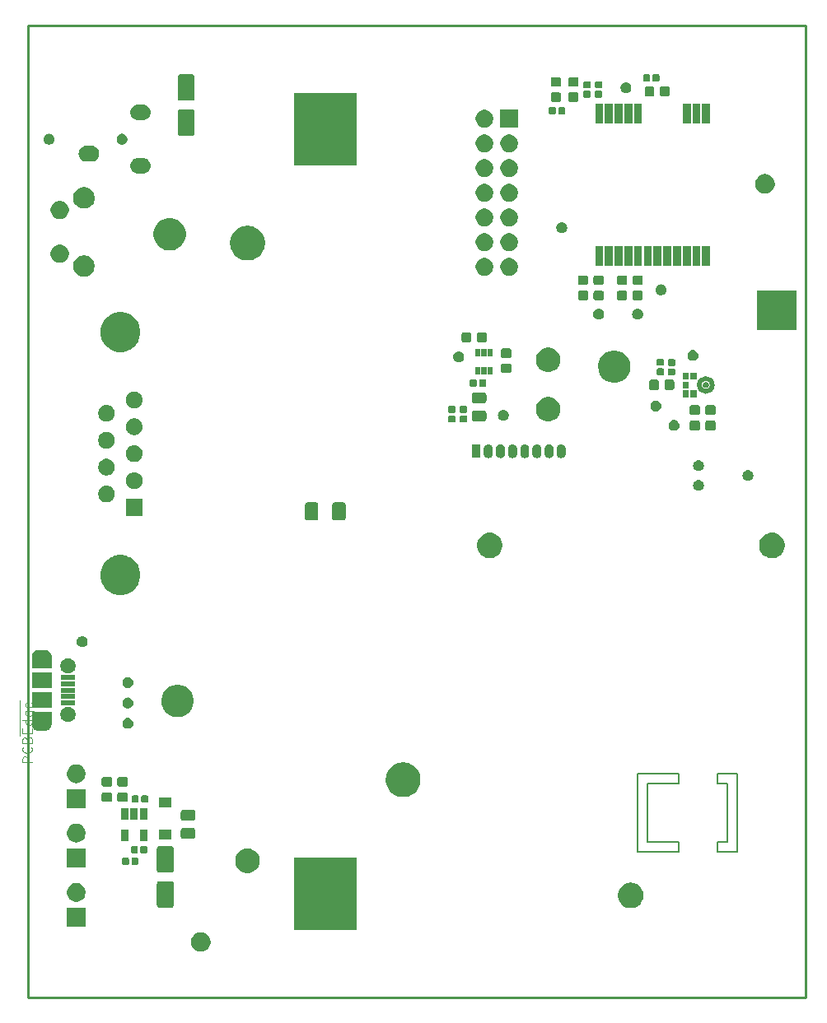
<source format=gbr>
G04 #@! TF.GenerationSoftware,KiCad,Pcbnew,5.1.5+dfsg1-2build2*
G04 #@! TF.CreationDate,2021-09-29T14:40:33+01:00*
G04 #@! TF.ProjectId,OSM_env01,4f534d5f-656e-4763-9031-2e6b69636164,B*
G04 #@! TF.SameCoordinates,Original*
G04 #@! TF.FileFunction,Soldermask,Top*
G04 #@! TF.FilePolarity,Negative*
%FSLAX46Y46*%
G04 Gerber Fmt 4.6, Leading zero omitted, Abs format (unit mm)*
G04 Created by KiCad (PCBNEW 5.1.5+dfsg1-2build2) date 2021-09-29 14:40:33*
%MOMM*%
%LPD*%
G04 APERTURE LIST*
%ADD10C,0.150000*%
%ADD11C,0.254000*%
%ADD12C,0.050000*%
%ADD13C,0.500000*%
%ADD14C,0.100000*%
G04 APERTURE END LIST*
D10*
X155600000Y-113200000D02*
X155600000Y-105200000D01*
X153600000Y-105200000D02*
X155600000Y-105200000D01*
X153600000Y-113200000D02*
X153600000Y-112200000D01*
X153600000Y-113200000D02*
X155600000Y-113200000D01*
X145400000Y-113200000D02*
X145400000Y-105200000D01*
X153600000Y-106200000D02*
X153600000Y-105200000D01*
X149600000Y-106200000D02*
X149600000Y-105200000D01*
X149600000Y-113200000D02*
X145400000Y-113200000D01*
X149600000Y-112200000D02*
X149600000Y-113200000D01*
X147400000Y-112200000D02*
X149600000Y-112200000D01*
X147400000Y-106200000D02*
X149600000Y-106200000D01*
X146400000Y-106200000D02*
X147400000Y-106200000D01*
X146400000Y-112200000D02*
X146400000Y-106200000D01*
X147400000Y-112200000D02*
X146400000Y-112200000D01*
X149600000Y-105200000D02*
X145400000Y-105200000D01*
X153600000Y-112200000D02*
X154600000Y-112200000D01*
X153600000Y-106200000D02*
X154600000Y-106200000D01*
X154600000Y-112200000D02*
X154600000Y-106200000D01*
D11*
X162700000Y-128200000D02*
X162700000Y-28200000D01*
X82700000Y-128200000D02*
X82700000Y-28200000D01*
X82700000Y-28200000D02*
X162700000Y-28200000D01*
X82700000Y-128200000D02*
X162700000Y-128200000D01*
D12*
X83149820Y-104005299D02*
X82149820Y-104005299D01*
X82149820Y-103624346D01*
X82197440Y-103529108D01*
X82245059Y-103481489D01*
X82340297Y-103433870D01*
X82483154Y-103433870D01*
X82578392Y-103481489D01*
X82626011Y-103529108D01*
X82673630Y-103624346D01*
X82673630Y-104005299D01*
X83054582Y-102433870D02*
X83102201Y-102481489D01*
X83149820Y-102624346D01*
X83149820Y-102719584D01*
X83102201Y-102862441D01*
X83006963Y-102957680D01*
X82911725Y-103005299D01*
X82721249Y-103052918D01*
X82578392Y-103052918D01*
X82387916Y-103005299D01*
X82292678Y-102957680D01*
X82197440Y-102862441D01*
X82149820Y-102719584D01*
X82149820Y-102624346D01*
X82197440Y-102481489D01*
X82245059Y-102433870D01*
X82626011Y-101671965D02*
X82673630Y-101529108D01*
X82721249Y-101481489D01*
X82816487Y-101433870D01*
X82959344Y-101433870D01*
X83054582Y-101481489D01*
X83102201Y-101529108D01*
X83149820Y-101624346D01*
X83149820Y-102005299D01*
X82149820Y-102005299D01*
X82149820Y-101671965D01*
X82197440Y-101576727D01*
X82245059Y-101529108D01*
X82340297Y-101481489D01*
X82435535Y-101481489D01*
X82530773Y-101529108D01*
X82578392Y-101576727D01*
X82626011Y-101671965D01*
X82626011Y-102005299D01*
X81912440Y-101243394D02*
X81912440Y-100338632D01*
X82626011Y-101005299D02*
X82626011Y-100671965D01*
X83149820Y-100529108D02*
X83149820Y-101005299D01*
X82149820Y-101005299D01*
X82149820Y-100529108D01*
X81912440Y-100338632D02*
X81912440Y-99433870D01*
X83149820Y-99671965D02*
X82149820Y-99671965D01*
X83102201Y-99671965D02*
X83149820Y-99767203D01*
X83149820Y-99957680D01*
X83102201Y-100052918D01*
X83054582Y-100100537D01*
X82959344Y-100148156D01*
X82673630Y-100148156D01*
X82578392Y-100100537D01*
X82530773Y-100052918D01*
X82483154Y-99957680D01*
X82483154Y-99767203D01*
X82530773Y-99671965D01*
X81912440Y-99433870D02*
X81912440Y-98529108D01*
X82483154Y-98767203D02*
X83292678Y-98767203D01*
X83387916Y-98814822D01*
X83435535Y-98862441D01*
X83483154Y-98957680D01*
X83483154Y-99100537D01*
X83435535Y-99195775D01*
X83102201Y-98767203D02*
X83149820Y-98862441D01*
X83149820Y-99052918D01*
X83102201Y-99148156D01*
X83054582Y-99195775D01*
X82959344Y-99243394D01*
X82673630Y-99243394D01*
X82578392Y-99195775D01*
X82530773Y-99148156D01*
X82483154Y-99052918D01*
X82483154Y-98862441D01*
X82530773Y-98767203D01*
X81912440Y-98529108D02*
X81912440Y-97671965D01*
X83102201Y-97910060D02*
X83149820Y-98005299D01*
X83149820Y-98195775D01*
X83102201Y-98291013D01*
X83006963Y-98338632D01*
X82626011Y-98338632D01*
X82530773Y-98291013D01*
X82483154Y-98195775D01*
X82483154Y-98005299D01*
X82530773Y-97910060D01*
X82626011Y-97862441D01*
X82721249Y-97862441D01*
X82816487Y-98338632D01*
X83149820Y-104005299D02*
X82149820Y-104005299D01*
X82149820Y-103624346D01*
X82197440Y-103529108D01*
X82245059Y-103481489D01*
X82340297Y-103433870D01*
X82483154Y-103433870D01*
X82578392Y-103481489D01*
X82626011Y-103529108D01*
X82673630Y-103624346D01*
X82673630Y-104005299D01*
X83054582Y-102433870D02*
X83102201Y-102481489D01*
X83149820Y-102624346D01*
X83149820Y-102719584D01*
X83102201Y-102862441D01*
X83006963Y-102957680D01*
X82911725Y-103005299D01*
X82721249Y-103052918D01*
X82578392Y-103052918D01*
X82387916Y-103005299D01*
X82292678Y-102957680D01*
X82197440Y-102862441D01*
X82149820Y-102719584D01*
X82149820Y-102624346D01*
X82197440Y-102481489D01*
X82245059Y-102433870D01*
X82626011Y-101671965D02*
X82673630Y-101529108D01*
X82721249Y-101481489D01*
X82816487Y-101433870D01*
X82959344Y-101433870D01*
X83054582Y-101481489D01*
X83102201Y-101529108D01*
X83149820Y-101624346D01*
X83149820Y-102005299D01*
X82149820Y-102005299D01*
X82149820Y-101671965D01*
X82197440Y-101576727D01*
X82245059Y-101529108D01*
X82340297Y-101481489D01*
X82435535Y-101481489D01*
X82530773Y-101529108D01*
X82578392Y-101576727D01*
X82626011Y-101671965D01*
X82626011Y-102005299D01*
X81912440Y-101243394D02*
X81912440Y-100338632D01*
X82626011Y-101005299D02*
X82626011Y-100671965D01*
X83149820Y-100529108D02*
X83149820Y-101005299D01*
X82149820Y-101005299D01*
X82149820Y-100529108D01*
X81912440Y-100338632D02*
X81912440Y-99433870D01*
X83149820Y-99671965D02*
X82149820Y-99671965D01*
X83102201Y-99671965D02*
X83149820Y-99767203D01*
X83149820Y-99957680D01*
X83102201Y-100052918D01*
X83054582Y-100100537D01*
X82959344Y-100148156D01*
X82673630Y-100148156D01*
X82578392Y-100100537D01*
X82530773Y-100052918D01*
X82483154Y-99957680D01*
X82483154Y-99767203D01*
X82530773Y-99671965D01*
X81912440Y-99433870D02*
X81912440Y-98529108D01*
X82483154Y-98767203D02*
X83292678Y-98767203D01*
X83387916Y-98814822D01*
X83435535Y-98862441D01*
X83483154Y-98957680D01*
X83483154Y-99100537D01*
X83435535Y-99195775D01*
X83102201Y-98767203D02*
X83149820Y-98862441D01*
X83149820Y-99052918D01*
X83102201Y-99148156D01*
X83054582Y-99195775D01*
X82959344Y-99243394D01*
X82673630Y-99243394D01*
X82578392Y-99195775D01*
X82530773Y-99148156D01*
X82483154Y-99052918D01*
X82483154Y-98862441D01*
X82530773Y-98767203D01*
X81912440Y-98529108D02*
X81912440Y-97671965D01*
X83102201Y-97910060D02*
X83149820Y-98005299D01*
X83149820Y-98195775D01*
X83102201Y-98291013D01*
X83006963Y-98338632D01*
X82626011Y-98338632D01*
X82530773Y-98291013D01*
X82483154Y-98195775D01*
X82483154Y-98005299D01*
X82530773Y-97910060D01*
X82626011Y-97862441D01*
X82721249Y-97862441D01*
X82816487Y-98338632D01*
X83149820Y-104005299D02*
X82149820Y-104005299D01*
X82149820Y-103624346D01*
X82197440Y-103529108D01*
X82245059Y-103481489D01*
X82340297Y-103433870D01*
X82483154Y-103433870D01*
X82578392Y-103481489D01*
X82626011Y-103529108D01*
X82673630Y-103624346D01*
X82673630Y-104005299D01*
X83054582Y-102433870D02*
X83102201Y-102481489D01*
X83149820Y-102624346D01*
X83149820Y-102719584D01*
X83102201Y-102862441D01*
X83006963Y-102957680D01*
X82911725Y-103005299D01*
X82721249Y-103052918D01*
X82578392Y-103052918D01*
X82387916Y-103005299D01*
X82292678Y-102957680D01*
X82197440Y-102862441D01*
X82149820Y-102719584D01*
X82149820Y-102624346D01*
X82197440Y-102481489D01*
X82245059Y-102433870D01*
X82626011Y-101671965D02*
X82673630Y-101529108D01*
X82721249Y-101481489D01*
X82816487Y-101433870D01*
X82959344Y-101433870D01*
X83054582Y-101481489D01*
X83102201Y-101529108D01*
X83149820Y-101624346D01*
X83149820Y-102005299D01*
X82149820Y-102005299D01*
X82149820Y-101671965D01*
X82197440Y-101576727D01*
X82245059Y-101529108D01*
X82340297Y-101481489D01*
X82435535Y-101481489D01*
X82530773Y-101529108D01*
X82578392Y-101576727D01*
X82626011Y-101671965D01*
X82626011Y-102005299D01*
X81912440Y-101243394D02*
X81912440Y-100338632D01*
X82626011Y-101005299D02*
X82626011Y-100671965D01*
X83149820Y-100529108D02*
X83149820Y-101005299D01*
X82149820Y-101005299D01*
X82149820Y-100529108D01*
X81912440Y-100338632D02*
X81912440Y-99433870D01*
X83149820Y-99671965D02*
X82149820Y-99671965D01*
X83102201Y-99671965D02*
X83149820Y-99767203D01*
X83149820Y-99957680D01*
X83102201Y-100052918D01*
X83054582Y-100100537D01*
X82959344Y-100148156D01*
X82673630Y-100148156D01*
X82578392Y-100100537D01*
X82530773Y-100052918D01*
X82483154Y-99957680D01*
X82483154Y-99767203D01*
X82530773Y-99671965D01*
X81912440Y-99433870D02*
X81912440Y-98529108D01*
X82483154Y-98767203D02*
X83292678Y-98767203D01*
X83387916Y-98814822D01*
X83435535Y-98862441D01*
X83483154Y-98957680D01*
X83483154Y-99100537D01*
X83435535Y-99195775D01*
X83102201Y-98767203D02*
X83149820Y-98862441D01*
X83149820Y-99052918D01*
X83102201Y-99148156D01*
X83054582Y-99195775D01*
X82959344Y-99243394D01*
X82673630Y-99243394D01*
X82578392Y-99195775D01*
X82530773Y-99148156D01*
X82483154Y-99052918D01*
X82483154Y-98862441D01*
X82530773Y-98767203D01*
X81912440Y-98529108D02*
X81912440Y-97671965D01*
X83102201Y-97910060D02*
X83149820Y-98005299D01*
X83149820Y-98195775D01*
X83102201Y-98291013D01*
X83006963Y-98338632D01*
X82626011Y-98338632D01*
X82530773Y-98291013D01*
X82483154Y-98195775D01*
X82483154Y-98005299D01*
X82530773Y-97910060D01*
X82626011Y-97862441D01*
X82721249Y-97862441D01*
X82816487Y-98338632D01*
X83149820Y-104005299D02*
X82149820Y-104005299D01*
X82149820Y-103624346D01*
X82197440Y-103529108D01*
X82245059Y-103481489D01*
X82340297Y-103433870D01*
X82483154Y-103433870D01*
X82578392Y-103481489D01*
X82626011Y-103529108D01*
X82673630Y-103624346D01*
X82673630Y-104005299D01*
X83054582Y-102433870D02*
X83102201Y-102481489D01*
X83149820Y-102624346D01*
X83149820Y-102719584D01*
X83102201Y-102862441D01*
X83006963Y-102957680D01*
X82911725Y-103005299D01*
X82721249Y-103052918D01*
X82578392Y-103052918D01*
X82387916Y-103005299D01*
X82292678Y-102957680D01*
X82197440Y-102862441D01*
X82149820Y-102719584D01*
X82149820Y-102624346D01*
X82197440Y-102481489D01*
X82245059Y-102433870D01*
X82626011Y-101671965D02*
X82673630Y-101529108D01*
X82721249Y-101481489D01*
X82816487Y-101433870D01*
X82959344Y-101433870D01*
X83054582Y-101481489D01*
X83102201Y-101529108D01*
X83149820Y-101624346D01*
X83149820Y-102005299D01*
X82149820Y-102005299D01*
X82149820Y-101671965D01*
X82197440Y-101576727D01*
X82245059Y-101529108D01*
X82340297Y-101481489D01*
X82435535Y-101481489D01*
X82530773Y-101529108D01*
X82578392Y-101576727D01*
X82626011Y-101671965D01*
X82626011Y-102005299D01*
X81912440Y-101243394D02*
X81912440Y-100338632D01*
X82626011Y-101005299D02*
X82626011Y-100671965D01*
X83149820Y-100529108D02*
X83149820Y-101005299D01*
X82149820Y-101005299D01*
X82149820Y-100529108D01*
X81912440Y-100338632D02*
X81912440Y-99433870D01*
X83149820Y-99671965D02*
X82149820Y-99671965D01*
X83102201Y-99671965D02*
X83149820Y-99767203D01*
X83149820Y-99957680D01*
X83102201Y-100052918D01*
X83054582Y-100100537D01*
X82959344Y-100148156D01*
X82673630Y-100148156D01*
X82578392Y-100100537D01*
X82530773Y-100052918D01*
X82483154Y-99957680D01*
X82483154Y-99767203D01*
X82530773Y-99671965D01*
X81912440Y-99433870D02*
X81912440Y-98529108D01*
X82483154Y-98767203D02*
X83292678Y-98767203D01*
X83387916Y-98814822D01*
X83435535Y-98862441D01*
X83483154Y-98957680D01*
X83483154Y-99100537D01*
X83435535Y-99195775D01*
X83102201Y-98767203D02*
X83149820Y-98862441D01*
X83149820Y-99052918D01*
X83102201Y-99148156D01*
X83054582Y-99195775D01*
X82959344Y-99243394D01*
X82673630Y-99243394D01*
X82578392Y-99195775D01*
X82530773Y-99148156D01*
X82483154Y-99052918D01*
X82483154Y-98862441D01*
X82530773Y-98767203D01*
X81912440Y-98529108D02*
X81912440Y-97671965D01*
X83102201Y-97910060D02*
X83149820Y-98005299D01*
X83149820Y-98195775D01*
X83102201Y-98291013D01*
X83006963Y-98338632D01*
X82626011Y-98338632D01*
X82530773Y-98291013D01*
X82483154Y-98195775D01*
X82483154Y-98005299D01*
X82530773Y-97910060D01*
X82626011Y-97862441D01*
X82721249Y-97862441D01*
X82816487Y-98338632D01*
X83149820Y-104005299D02*
X82149820Y-104005299D01*
X82149820Y-103624346D01*
X82197440Y-103529108D01*
X82245059Y-103481489D01*
X82340297Y-103433870D01*
X82483154Y-103433870D01*
X82578392Y-103481489D01*
X82626011Y-103529108D01*
X82673630Y-103624346D01*
X82673630Y-104005299D01*
X83054582Y-102433870D02*
X83102201Y-102481489D01*
X83149820Y-102624346D01*
X83149820Y-102719584D01*
X83102201Y-102862441D01*
X83006963Y-102957680D01*
X82911725Y-103005299D01*
X82721249Y-103052918D01*
X82578392Y-103052918D01*
X82387916Y-103005299D01*
X82292678Y-102957680D01*
X82197440Y-102862441D01*
X82149820Y-102719584D01*
X82149820Y-102624346D01*
X82197440Y-102481489D01*
X82245059Y-102433870D01*
X82626011Y-101671965D02*
X82673630Y-101529108D01*
X82721249Y-101481489D01*
X82816487Y-101433870D01*
X82959344Y-101433870D01*
X83054582Y-101481489D01*
X83102201Y-101529108D01*
X83149820Y-101624346D01*
X83149820Y-102005299D01*
X82149820Y-102005299D01*
X82149820Y-101671965D01*
X82197440Y-101576727D01*
X82245059Y-101529108D01*
X82340297Y-101481489D01*
X82435535Y-101481489D01*
X82530773Y-101529108D01*
X82578392Y-101576727D01*
X82626011Y-101671965D01*
X82626011Y-102005299D01*
X81912440Y-101243394D02*
X81912440Y-100338632D01*
X82626011Y-101005299D02*
X82626011Y-100671965D01*
X83149820Y-100529108D02*
X83149820Y-101005299D01*
X82149820Y-101005299D01*
X82149820Y-100529108D01*
X81912440Y-100338632D02*
X81912440Y-99433870D01*
X83149820Y-99671965D02*
X82149820Y-99671965D01*
X83102201Y-99671965D02*
X83149820Y-99767203D01*
X83149820Y-99957680D01*
X83102201Y-100052918D01*
X83054582Y-100100537D01*
X82959344Y-100148156D01*
X82673630Y-100148156D01*
X82578392Y-100100537D01*
X82530773Y-100052918D01*
X82483154Y-99957680D01*
X82483154Y-99767203D01*
X82530773Y-99671965D01*
X81912440Y-99433870D02*
X81912440Y-98529108D01*
X82483154Y-98767203D02*
X83292678Y-98767203D01*
X83387916Y-98814822D01*
X83435535Y-98862441D01*
X83483154Y-98957680D01*
X83483154Y-99100537D01*
X83435535Y-99195775D01*
X83102201Y-98767203D02*
X83149820Y-98862441D01*
X83149820Y-99052918D01*
X83102201Y-99148156D01*
X83054582Y-99195775D01*
X82959344Y-99243394D01*
X82673630Y-99243394D01*
X82578392Y-99195775D01*
X82530773Y-99148156D01*
X82483154Y-99052918D01*
X82483154Y-98862441D01*
X82530773Y-98767203D01*
X81912440Y-98529108D02*
X81912440Y-97671965D01*
X83102201Y-97910060D02*
X83149820Y-98005299D01*
X83149820Y-98195775D01*
X83102201Y-98291013D01*
X83006963Y-98338632D01*
X82626011Y-98338632D01*
X82530773Y-98291013D01*
X82483154Y-98195775D01*
X82483154Y-98005299D01*
X82530773Y-97910060D01*
X82626011Y-97862441D01*
X82721249Y-97862441D01*
X82816487Y-98338632D01*
X83149820Y-104005299D02*
X82149820Y-104005299D01*
X82149820Y-103624346D01*
X82197440Y-103529108D01*
X82245059Y-103481489D01*
X82340297Y-103433870D01*
X82483154Y-103433870D01*
X82578392Y-103481489D01*
X82626011Y-103529108D01*
X82673630Y-103624346D01*
X82673630Y-104005299D01*
X83054582Y-102433870D02*
X83102201Y-102481489D01*
X83149820Y-102624346D01*
X83149820Y-102719584D01*
X83102201Y-102862441D01*
X83006963Y-102957680D01*
X82911725Y-103005299D01*
X82721249Y-103052918D01*
X82578392Y-103052918D01*
X82387916Y-103005299D01*
X82292678Y-102957680D01*
X82197440Y-102862441D01*
X82149820Y-102719584D01*
X82149820Y-102624346D01*
X82197440Y-102481489D01*
X82245059Y-102433870D01*
X82626011Y-101671965D02*
X82673630Y-101529108D01*
X82721249Y-101481489D01*
X82816487Y-101433870D01*
X82959344Y-101433870D01*
X83054582Y-101481489D01*
X83102201Y-101529108D01*
X83149820Y-101624346D01*
X83149820Y-102005299D01*
X82149820Y-102005299D01*
X82149820Y-101671965D01*
X82197440Y-101576727D01*
X82245059Y-101529108D01*
X82340297Y-101481489D01*
X82435535Y-101481489D01*
X82530773Y-101529108D01*
X82578392Y-101576727D01*
X82626011Y-101671965D01*
X82626011Y-102005299D01*
X81912440Y-101243394D02*
X81912440Y-100338632D01*
X82626011Y-101005299D02*
X82626011Y-100671965D01*
X83149820Y-100529108D02*
X83149820Y-101005299D01*
X82149820Y-101005299D01*
X82149820Y-100529108D01*
X81912440Y-100338632D02*
X81912440Y-99433870D01*
X83149820Y-99671965D02*
X82149820Y-99671965D01*
X83102201Y-99671965D02*
X83149820Y-99767203D01*
X83149820Y-99957680D01*
X83102201Y-100052918D01*
X83054582Y-100100537D01*
X82959344Y-100148156D01*
X82673630Y-100148156D01*
X82578392Y-100100537D01*
X82530773Y-100052918D01*
X82483154Y-99957680D01*
X82483154Y-99767203D01*
X82530773Y-99671965D01*
X81912440Y-99433870D02*
X81912440Y-98529108D01*
X82483154Y-98767203D02*
X83292678Y-98767203D01*
X83387916Y-98814822D01*
X83435535Y-98862441D01*
X83483154Y-98957680D01*
X83483154Y-99100537D01*
X83435535Y-99195775D01*
X83102201Y-98767203D02*
X83149820Y-98862441D01*
X83149820Y-99052918D01*
X83102201Y-99148156D01*
X83054582Y-99195775D01*
X82959344Y-99243394D01*
X82673630Y-99243394D01*
X82578392Y-99195775D01*
X82530773Y-99148156D01*
X82483154Y-99052918D01*
X82483154Y-98862441D01*
X82530773Y-98767203D01*
X81912440Y-98529108D02*
X81912440Y-97671965D01*
X83102201Y-97910060D02*
X83149820Y-98005299D01*
X83149820Y-98195775D01*
X83102201Y-98291013D01*
X83006963Y-98338632D01*
X82626011Y-98338632D01*
X82530773Y-98291013D01*
X82483154Y-98195775D01*
X82483154Y-98005299D01*
X82530773Y-97910060D01*
X82626011Y-97862441D01*
X82721249Y-97862441D01*
X82816487Y-98338632D01*
X83149820Y-104005299D02*
X82149820Y-104005299D01*
X82149820Y-103624346D01*
X82197440Y-103529108D01*
X82245059Y-103481489D01*
X82340297Y-103433870D01*
X82483154Y-103433870D01*
X82578392Y-103481489D01*
X82626011Y-103529108D01*
X82673630Y-103624346D01*
X82673630Y-104005299D01*
X83054582Y-102433870D02*
X83102201Y-102481489D01*
X83149820Y-102624346D01*
X83149820Y-102719584D01*
X83102201Y-102862441D01*
X83006963Y-102957680D01*
X82911725Y-103005299D01*
X82721249Y-103052918D01*
X82578392Y-103052918D01*
X82387916Y-103005299D01*
X82292678Y-102957680D01*
X82197440Y-102862441D01*
X82149820Y-102719584D01*
X82149820Y-102624346D01*
X82197440Y-102481489D01*
X82245059Y-102433870D01*
X82626011Y-101671965D02*
X82673630Y-101529108D01*
X82721249Y-101481489D01*
X82816487Y-101433870D01*
X82959344Y-101433870D01*
X83054582Y-101481489D01*
X83102201Y-101529108D01*
X83149820Y-101624346D01*
X83149820Y-102005299D01*
X82149820Y-102005299D01*
X82149820Y-101671965D01*
X82197440Y-101576727D01*
X82245059Y-101529108D01*
X82340297Y-101481489D01*
X82435535Y-101481489D01*
X82530773Y-101529108D01*
X82578392Y-101576727D01*
X82626011Y-101671965D01*
X82626011Y-102005299D01*
X81912440Y-101243394D02*
X81912440Y-100338632D01*
X82626011Y-101005299D02*
X82626011Y-100671965D01*
X83149820Y-100529108D02*
X83149820Y-101005299D01*
X82149820Y-101005299D01*
X82149820Y-100529108D01*
X81912440Y-100338632D02*
X81912440Y-99433870D01*
X83149820Y-99671965D02*
X82149820Y-99671965D01*
X83102201Y-99671965D02*
X83149820Y-99767203D01*
X83149820Y-99957680D01*
X83102201Y-100052918D01*
X83054582Y-100100537D01*
X82959344Y-100148156D01*
X82673630Y-100148156D01*
X82578392Y-100100537D01*
X82530773Y-100052918D01*
X82483154Y-99957680D01*
X82483154Y-99767203D01*
X82530773Y-99671965D01*
X81912440Y-99433870D02*
X81912440Y-98529108D01*
X82483154Y-98767203D02*
X83292678Y-98767203D01*
X83387916Y-98814822D01*
X83435535Y-98862441D01*
X83483154Y-98957680D01*
X83483154Y-99100537D01*
X83435535Y-99195775D01*
X83102201Y-98767203D02*
X83149820Y-98862441D01*
X83149820Y-99052918D01*
X83102201Y-99148156D01*
X83054582Y-99195775D01*
X82959344Y-99243394D01*
X82673630Y-99243394D01*
X82578392Y-99195775D01*
X82530773Y-99148156D01*
X82483154Y-99052918D01*
X82483154Y-98862441D01*
X82530773Y-98767203D01*
X81912440Y-98529108D02*
X81912440Y-97671965D01*
X83102201Y-97910060D02*
X83149820Y-98005299D01*
X83149820Y-98195775D01*
X83102201Y-98291013D01*
X83006963Y-98338632D01*
X82626011Y-98338632D01*
X82530773Y-98291013D01*
X82483154Y-98195775D01*
X82483154Y-98005299D01*
X82530773Y-97910060D01*
X82626011Y-97862441D01*
X82721249Y-97862441D01*
X82816487Y-98338632D01*
X83149820Y-104005299D02*
X82149820Y-104005299D01*
X82149820Y-103624346D01*
X82197440Y-103529108D01*
X82245059Y-103481489D01*
X82340297Y-103433870D01*
X82483154Y-103433870D01*
X82578392Y-103481489D01*
X82626011Y-103529108D01*
X82673630Y-103624346D01*
X82673630Y-104005299D01*
X83054582Y-102433870D02*
X83102201Y-102481489D01*
X83149820Y-102624346D01*
X83149820Y-102719584D01*
X83102201Y-102862441D01*
X83006963Y-102957680D01*
X82911725Y-103005299D01*
X82721249Y-103052918D01*
X82578392Y-103052918D01*
X82387916Y-103005299D01*
X82292678Y-102957680D01*
X82197440Y-102862441D01*
X82149820Y-102719584D01*
X82149820Y-102624346D01*
X82197440Y-102481489D01*
X82245059Y-102433870D01*
X82626011Y-101671965D02*
X82673630Y-101529108D01*
X82721249Y-101481489D01*
X82816487Y-101433870D01*
X82959344Y-101433870D01*
X83054582Y-101481489D01*
X83102201Y-101529108D01*
X83149820Y-101624346D01*
X83149820Y-102005299D01*
X82149820Y-102005299D01*
X82149820Y-101671965D01*
X82197440Y-101576727D01*
X82245059Y-101529108D01*
X82340297Y-101481489D01*
X82435535Y-101481489D01*
X82530773Y-101529108D01*
X82578392Y-101576727D01*
X82626011Y-101671965D01*
X82626011Y-102005299D01*
X81912440Y-101243394D02*
X81912440Y-100338632D01*
X82626011Y-101005299D02*
X82626011Y-100671965D01*
X83149820Y-100529108D02*
X83149820Y-101005299D01*
X82149820Y-101005299D01*
X82149820Y-100529108D01*
X81912440Y-100338632D02*
X81912440Y-99433870D01*
X83149820Y-99671965D02*
X82149820Y-99671965D01*
X83102201Y-99671965D02*
X83149820Y-99767203D01*
X83149820Y-99957680D01*
X83102201Y-100052918D01*
X83054582Y-100100537D01*
X82959344Y-100148156D01*
X82673630Y-100148156D01*
X82578392Y-100100537D01*
X82530773Y-100052918D01*
X82483154Y-99957680D01*
X82483154Y-99767203D01*
X82530773Y-99671965D01*
X81912440Y-99433870D02*
X81912440Y-98529108D01*
X82483154Y-98767203D02*
X83292678Y-98767203D01*
X83387916Y-98814822D01*
X83435535Y-98862441D01*
X83483154Y-98957680D01*
X83483154Y-99100537D01*
X83435535Y-99195775D01*
X83102201Y-98767203D02*
X83149820Y-98862441D01*
X83149820Y-99052918D01*
X83102201Y-99148156D01*
X83054582Y-99195775D01*
X82959344Y-99243394D01*
X82673630Y-99243394D01*
X82578392Y-99195775D01*
X82530773Y-99148156D01*
X82483154Y-99052918D01*
X82483154Y-98862441D01*
X82530773Y-98767203D01*
X81912440Y-98529108D02*
X81912440Y-97671965D01*
X83102201Y-97910060D02*
X83149820Y-98005299D01*
X83149820Y-98195775D01*
X83102201Y-98291013D01*
X83006963Y-98338632D01*
X82626011Y-98338632D01*
X82530773Y-98291013D01*
X82483154Y-98195775D01*
X82483154Y-98005299D01*
X82530773Y-97910060D01*
X82626011Y-97862441D01*
X82721249Y-97862441D01*
X82816487Y-98338632D01*
X83149820Y-104005299D02*
X82149820Y-104005299D01*
X82149820Y-103624346D01*
X82197440Y-103529108D01*
X82245059Y-103481489D01*
X82340297Y-103433870D01*
X82483154Y-103433870D01*
X82578392Y-103481489D01*
X82626011Y-103529108D01*
X82673630Y-103624346D01*
X82673630Y-104005299D01*
X83054582Y-102433870D02*
X83102201Y-102481489D01*
X83149820Y-102624346D01*
X83149820Y-102719584D01*
X83102201Y-102862441D01*
X83006963Y-102957680D01*
X82911725Y-103005299D01*
X82721249Y-103052918D01*
X82578392Y-103052918D01*
X82387916Y-103005299D01*
X82292678Y-102957680D01*
X82197440Y-102862441D01*
X82149820Y-102719584D01*
X82149820Y-102624346D01*
X82197440Y-102481489D01*
X82245059Y-102433870D01*
X82626011Y-101671965D02*
X82673630Y-101529108D01*
X82721249Y-101481489D01*
X82816487Y-101433870D01*
X82959344Y-101433870D01*
X83054582Y-101481489D01*
X83102201Y-101529108D01*
X83149820Y-101624346D01*
X83149820Y-102005299D01*
X82149820Y-102005299D01*
X82149820Y-101671965D01*
X82197440Y-101576727D01*
X82245059Y-101529108D01*
X82340297Y-101481489D01*
X82435535Y-101481489D01*
X82530773Y-101529108D01*
X82578392Y-101576727D01*
X82626011Y-101671965D01*
X82626011Y-102005299D01*
X81912440Y-101243394D02*
X81912440Y-100338632D01*
X82626011Y-101005299D02*
X82626011Y-100671965D01*
X83149820Y-100529108D02*
X83149820Y-101005299D01*
X82149820Y-101005299D01*
X82149820Y-100529108D01*
X81912440Y-100338632D02*
X81912440Y-99433870D01*
X83149820Y-99671965D02*
X82149820Y-99671965D01*
X83102201Y-99671965D02*
X83149820Y-99767203D01*
X83149820Y-99957680D01*
X83102201Y-100052918D01*
X83054582Y-100100537D01*
X82959344Y-100148156D01*
X82673630Y-100148156D01*
X82578392Y-100100537D01*
X82530773Y-100052918D01*
X82483154Y-99957680D01*
X82483154Y-99767203D01*
X82530773Y-99671965D01*
X81912440Y-99433870D02*
X81912440Y-98529108D01*
X82483154Y-98767203D02*
X83292678Y-98767203D01*
X83387916Y-98814822D01*
X83435535Y-98862441D01*
X83483154Y-98957680D01*
X83483154Y-99100537D01*
X83435535Y-99195775D01*
X83102201Y-98767203D02*
X83149820Y-98862441D01*
X83149820Y-99052918D01*
X83102201Y-99148156D01*
X83054582Y-99195775D01*
X82959344Y-99243394D01*
X82673630Y-99243394D01*
X82578392Y-99195775D01*
X82530773Y-99148156D01*
X82483154Y-99052918D01*
X82483154Y-98862441D01*
X82530773Y-98767203D01*
X81912440Y-98529108D02*
X81912440Y-97671965D01*
X83102201Y-97910060D02*
X83149820Y-98005299D01*
X83149820Y-98195775D01*
X83102201Y-98291013D01*
X83006963Y-98338632D01*
X82626011Y-98338632D01*
X82530773Y-98291013D01*
X82483154Y-98195775D01*
X82483154Y-98005299D01*
X82530773Y-97910060D01*
X82626011Y-97862441D01*
X82721249Y-97862441D01*
X82816487Y-98338632D01*
X83149820Y-104005299D02*
X82149820Y-104005299D01*
X82149820Y-103624346D01*
X82197440Y-103529108D01*
X82245059Y-103481489D01*
X82340297Y-103433870D01*
X82483154Y-103433870D01*
X82578392Y-103481489D01*
X82626011Y-103529108D01*
X82673630Y-103624346D01*
X82673630Y-104005299D01*
X83054582Y-102433870D02*
X83102201Y-102481489D01*
X83149820Y-102624346D01*
X83149820Y-102719584D01*
X83102201Y-102862441D01*
X83006963Y-102957680D01*
X82911725Y-103005299D01*
X82721249Y-103052918D01*
X82578392Y-103052918D01*
X82387916Y-103005299D01*
X82292678Y-102957680D01*
X82197440Y-102862441D01*
X82149820Y-102719584D01*
X82149820Y-102624346D01*
X82197440Y-102481489D01*
X82245059Y-102433870D01*
X82626011Y-101671965D02*
X82673630Y-101529108D01*
X82721249Y-101481489D01*
X82816487Y-101433870D01*
X82959344Y-101433870D01*
X83054582Y-101481489D01*
X83102201Y-101529108D01*
X83149820Y-101624346D01*
X83149820Y-102005299D01*
X82149820Y-102005299D01*
X82149820Y-101671965D01*
X82197440Y-101576727D01*
X82245059Y-101529108D01*
X82340297Y-101481489D01*
X82435535Y-101481489D01*
X82530773Y-101529108D01*
X82578392Y-101576727D01*
X82626011Y-101671965D01*
X82626011Y-102005299D01*
X81912440Y-101243394D02*
X81912440Y-100338632D01*
X82626011Y-101005299D02*
X82626011Y-100671965D01*
X83149820Y-100529108D02*
X83149820Y-101005299D01*
X82149820Y-101005299D01*
X82149820Y-100529108D01*
X81912440Y-100338632D02*
X81912440Y-99433870D01*
X83149820Y-99671965D02*
X82149820Y-99671965D01*
X83102201Y-99671965D02*
X83149820Y-99767203D01*
X83149820Y-99957680D01*
X83102201Y-100052918D01*
X83054582Y-100100537D01*
X82959344Y-100148156D01*
X82673630Y-100148156D01*
X82578392Y-100100537D01*
X82530773Y-100052918D01*
X82483154Y-99957680D01*
X82483154Y-99767203D01*
X82530773Y-99671965D01*
X81912440Y-99433870D02*
X81912440Y-98529108D01*
X82483154Y-98767203D02*
X83292678Y-98767203D01*
X83387916Y-98814822D01*
X83435535Y-98862441D01*
X83483154Y-98957680D01*
X83483154Y-99100537D01*
X83435535Y-99195775D01*
X83102201Y-98767203D02*
X83149820Y-98862441D01*
X83149820Y-99052918D01*
X83102201Y-99148156D01*
X83054582Y-99195775D01*
X82959344Y-99243394D01*
X82673630Y-99243394D01*
X82578392Y-99195775D01*
X82530773Y-99148156D01*
X82483154Y-99052918D01*
X82483154Y-98862441D01*
X82530773Y-98767203D01*
X81912440Y-98529108D02*
X81912440Y-97671965D01*
X83102201Y-97910060D02*
X83149820Y-98005299D01*
X83149820Y-98195775D01*
X83102201Y-98291013D01*
X83006963Y-98338632D01*
X82626011Y-98338632D01*
X82530773Y-98291013D01*
X82483154Y-98195775D01*
X82483154Y-98005299D01*
X82530773Y-97910060D01*
X82626011Y-97862441D01*
X82721249Y-97862441D01*
X82816487Y-98338632D01*
X83149820Y-104005299D02*
X82149820Y-104005299D01*
X82149820Y-103624346D01*
X82197440Y-103529108D01*
X82245059Y-103481489D01*
X82340297Y-103433870D01*
X82483154Y-103433870D01*
X82578392Y-103481489D01*
X82626011Y-103529108D01*
X82673630Y-103624346D01*
X82673630Y-104005299D01*
X83054582Y-102433870D02*
X83102201Y-102481489D01*
X83149820Y-102624346D01*
X83149820Y-102719584D01*
X83102201Y-102862441D01*
X83006963Y-102957680D01*
X82911725Y-103005299D01*
X82721249Y-103052918D01*
X82578392Y-103052918D01*
X82387916Y-103005299D01*
X82292678Y-102957680D01*
X82197440Y-102862441D01*
X82149820Y-102719584D01*
X82149820Y-102624346D01*
X82197440Y-102481489D01*
X82245059Y-102433870D01*
X82626011Y-101671965D02*
X82673630Y-101529108D01*
X82721249Y-101481489D01*
X82816487Y-101433870D01*
X82959344Y-101433870D01*
X83054582Y-101481489D01*
X83102201Y-101529108D01*
X83149820Y-101624346D01*
X83149820Y-102005299D01*
X82149820Y-102005299D01*
X82149820Y-101671965D01*
X82197440Y-101576727D01*
X82245059Y-101529108D01*
X82340297Y-101481489D01*
X82435535Y-101481489D01*
X82530773Y-101529108D01*
X82578392Y-101576727D01*
X82626011Y-101671965D01*
X82626011Y-102005299D01*
X81912440Y-101243394D02*
X81912440Y-100338632D01*
X82626011Y-101005299D02*
X82626011Y-100671965D01*
X83149820Y-100529108D02*
X83149820Y-101005299D01*
X82149820Y-101005299D01*
X82149820Y-100529108D01*
X81912440Y-100338632D02*
X81912440Y-99433870D01*
X83149820Y-99671965D02*
X82149820Y-99671965D01*
X83102201Y-99671965D02*
X83149820Y-99767203D01*
X83149820Y-99957680D01*
X83102201Y-100052918D01*
X83054582Y-100100537D01*
X82959344Y-100148156D01*
X82673630Y-100148156D01*
X82578392Y-100100537D01*
X82530773Y-100052918D01*
X82483154Y-99957680D01*
X82483154Y-99767203D01*
X82530773Y-99671965D01*
X81912440Y-99433870D02*
X81912440Y-98529108D01*
X82483154Y-98767203D02*
X83292678Y-98767203D01*
X83387916Y-98814822D01*
X83435535Y-98862441D01*
X83483154Y-98957680D01*
X83483154Y-99100537D01*
X83435535Y-99195775D01*
X83102201Y-98767203D02*
X83149820Y-98862441D01*
X83149820Y-99052918D01*
X83102201Y-99148156D01*
X83054582Y-99195775D01*
X82959344Y-99243394D01*
X82673630Y-99243394D01*
X82578392Y-99195775D01*
X82530773Y-99148156D01*
X82483154Y-99052918D01*
X82483154Y-98862441D01*
X82530773Y-98767203D01*
X81912440Y-98529108D02*
X81912440Y-97671965D01*
X83102201Y-97910060D02*
X83149820Y-98005299D01*
X83149820Y-98195775D01*
X83102201Y-98291013D01*
X83006963Y-98338632D01*
X82626011Y-98338632D01*
X82530773Y-98291013D01*
X82483154Y-98195775D01*
X82483154Y-98005299D01*
X82530773Y-97910060D01*
X82626011Y-97862441D01*
X82721249Y-97862441D01*
X82816487Y-98338632D01*
X83149820Y-104005299D02*
X82149820Y-104005299D01*
X82149820Y-103624346D01*
X82197440Y-103529108D01*
X82245059Y-103481489D01*
X82340297Y-103433870D01*
X82483154Y-103433870D01*
X82578392Y-103481489D01*
X82626011Y-103529108D01*
X82673630Y-103624346D01*
X82673630Y-104005299D01*
X83054582Y-102433870D02*
X83102201Y-102481489D01*
X83149820Y-102624346D01*
X83149820Y-102719584D01*
X83102201Y-102862441D01*
X83006963Y-102957680D01*
X82911725Y-103005299D01*
X82721249Y-103052918D01*
X82578392Y-103052918D01*
X82387916Y-103005299D01*
X82292678Y-102957680D01*
X82197440Y-102862441D01*
X82149820Y-102719584D01*
X82149820Y-102624346D01*
X82197440Y-102481489D01*
X82245059Y-102433870D01*
X82626011Y-101671965D02*
X82673630Y-101529108D01*
X82721249Y-101481489D01*
X82816487Y-101433870D01*
X82959344Y-101433870D01*
X83054582Y-101481489D01*
X83102201Y-101529108D01*
X83149820Y-101624346D01*
X83149820Y-102005299D01*
X82149820Y-102005299D01*
X82149820Y-101671965D01*
X82197440Y-101576727D01*
X82245059Y-101529108D01*
X82340297Y-101481489D01*
X82435535Y-101481489D01*
X82530773Y-101529108D01*
X82578392Y-101576727D01*
X82626011Y-101671965D01*
X82626011Y-102005299D01*
X81912440Y-101243394D02*
X81912440Y-100338632D01*
X82626011Y-101005299D02*
X82626011Y-100671965D01*
X83149820Y-100529108D02*
X83149820Y-101005299D01*
X82149820Y-101005299D01*
X82149820Y-100529108D01*
X81912440Y-100338632D02*
X81912440Y-99433870D01*
X83149820Y-99671965D02*
X82149820Y-99671965D01*
X83102201Y-99671965D02*
X83149820Y-99767203D01*
X83149820Y-99957680D01*
X83102201Y-100052918D01*
X83054582Y-100100537D01*
X82959344Y-100148156D01*
X82673630Y-100148156D01*
X82578392Y-100100537D01*
X82530773Y-100052918D01*
X82483154Y-99957680D01*
X82483154Y-99767203D01*
X82530773Y-99671965D01*
X81912440Y-99433870D02*
X81912440Y-98529108D01*
X82483154Y-98767203D02*
X83292678Y-98767203D01*
X83387916Y-98814822D01*
X83435535Y-98862441D01*
X83483154Y-98957680D01*
X83483154Y-99100537D01*
X83435535Y-99195775D01*
X83102201Y-98767203D02*
X83149820Y-98862441D01*
X83149820Y-99052918D01*
X83102201Y-99148156D01*
X83054582Y-99195775D01*
X82959344Y-99243394D01*
X82673630Y-99243394D01*
X82578392Y-99195775D01*
X82530773Y-99148156D01*
X82483154Y-99052918D01*
X82483154Y-98862441D01*
X82530773Y-98767203D01*
X81912440Y-98529108D02*
X81912440Y-97671965D01*
X83102201Y-97910060D02*
X83149820Y-98005299D01*
X83149820Y-98195775D01*
X83102201Y-98291013D01*
X83006963Y-98338632D01*
X82626011Y-98338632D01*
X82530773Y-98291013D01*
X82483154Y-98195775D01*
X82483154Y-98005299D01*
X82530773Y-97910060D01*
X82626011Y-97862441D01*
X82721249Y-97862441D01*
X82816487Y-98338632D01*
X83149820Y-104005299D02*
X82149820Y-104005299D01*
X82149820Y-103624346D01*
X82197440Y-103529108D01*
X82245059Y-103481489D01*
X82340297Y-103433870D01*
X82483154Y-103433870D01*
X82578392Y-103481489D01*
X82626011Y-103529108D01*
X82673630Y-103624346D01*
X82673630Y-104005299D01*
X83054582Y-102433870D02*
X83102201Y-102481489D01*
X83149820Y-102624346D01*
X83149820Y-102719584D01*
X83102201Y-102862441D01*
X83006963Y-102957680D01*
X82911725Y-103005299D01*
X82721249Y-103052918D01*
X82578392Y-103052918D01*
X82387916Y-103005299D01*
X82292678Y-102957680D01*
X82197440Y-102862441D01*
X82149820Y-102719584D01*
X82149820Y-102624346D01*
X82197440Y-102481489D01*
X82245059Y-102433870D01*
X82626011Y-101671965D02*
X82673630Y-101529108D01*
X82721249Y-101481489D01*
X82816487Y-101433870D01*
X82959344Y-101433870D01*
X83054582Y-101481489D01*
X83102201Y-101529108D01*
X83149820Y-101624346D01*
X83149820Y-102005299D01*
X82149820Y-102005299D01*
X82149820Y-101671965D01*
X82197440Y-101576727D01*
X82245059Y-101529108D01*
X82340297Y-101481489D01*
X82435535Y-101481489D01*
X82530773Y-101529108D01*
X82578392Y-101576727D01*
X82626011Y-101671965D01*
X82626011Y-102005299D01*
X81912440Y-101243394D02*
X81912440Y-100338632D01*
X82626011Y-101005299D02*
X82626011Y-100671965D01*
X83149820Y-100529108D02*
X83149820Y-101005299D01*
X82149820Y-101005299D01*
X82149820Y-100529108D01*
X81912440Y-100338632D02*
X81912440Y-99433870D01*
X83149820Y-99671965D02*
X82149820Y-99671965D01*
X83102201Y-99671965D02*
X83149820Y-99767203D01*
X83149820Y-99957680D01*
X83102201Y-100052918D01*
X83054582Y-100100537D01*
X82959344Y-100148156D01*
X82673630Y-100148156D01*
X82578392Y-100100537D01*
X82530773Y-100052918D01*
X82483154Y-99957680D01*
X82483154Y-99767203D01*
X82530773Y-99671965D01*
X81912440Y-99433870D02*
X81912440Y-98529108D01*
X82483154Y-98767203D02*
X83292678Y-98767203D01*
X83387916Y-98814822D01*
X83435535Y-98862441D01*
X83483154Y-98957680D01*
X83483154Y-99100537D01*
X83435535Y-99195775D01*
X83102201Y-98767203D02*
X83149820Y-98862441D01*
X83149820Y-99052918D01*
X83102201Y-99148156D01*
X83054582Y-99195775D01*
X82959344Y-99243394D01*
X82673630Y-99243394D01*
X82578392Y-99195775D01*
X82530773Y-99148156D01*
X82483154Y-99052918D01*
X82483154Y-98862441D01*
X82530773Y-98767203D01*
X81912440Y-98529108D02*
X81912440Y-97671965D01*
X83102201Y-97910060D02*
X83149820Y-98005299D01*
X83149820Y-98195775D01*
X83102201Y-98291013D01*
X83006963Y-98338632D01*
X82626011Y-98338632D01*
X82530773Y-98291013D01*
X82483154Y-98195775D01*
X82483154Y-98005299D01*
X82530773Y-97910060D01*
X82626011Y-97862441D01*
X82721249Y-97862441D01*
X82816487Y-98338632D01*
X83149820Y-104005299D02*
X82149820Y-104005299D01*
X82149820Y-103624346D01*
X82197440Y-103529108D01*
X82245059Y-103481489D01*
X82340297Y-103433870D01*
X82483154Y-103433870D01*
X82578392Y-103481489D01*
X82626011Y-103529108D01*
X82673630Y-103624346D01*
X82673630Y-104005299D01*
X83054582Y-102433870D02*
X83102201Y-102481489D01*
X83149820Y-102624346D01*
X83149820Y-102719584D01*
X83102201Y-102862441D01*
X83006963Y-102957680D01*
X82911725Y-103005299D01*
X82721249Y-103052918D01*
X82578392Y-103052918D01*
X82387916Y-103005299D01*
X82292678Y-102957680D01*
X82197440Y-102862441D01*
X82149820Y-102719584D01*
X82149820Y-102624346D01*
X82197440Y-102481489D01*
X82245059Y-102433870D01*
X82626011Y-101671965D02*
X82673630Y-101529108D01*
X82721249Y-101481489D01*
X82816487Y-101433870D01*
X82959344Y-101433870D01*
X83054582Y-101481489D01*
X83102201Y-101529108D01*
X83149820Y-101624346D01*
X83149820Y-102005299D01*
X82149820Y-102005299D01*
X82149820Y-101671965D01*
X82197440Y-101576727D01*
X82245059Y-101529108D01*
X82340297Y-101481489D01*
X82435535Y-101481489D01*
X82530773Y-101529108D01*
X82578392Y-101576727D01*
X82626011Y-101671965D01*
X82626011Y-102005299D01*
X81912440Y-101243394D02*
X81912440Y-100338632D01*
X82626011Y-101005299D02*
X82626011Y-100671965D01*
X83149820Y-100529108D02*
X83149820Y-101005299D01*
X82149820Y-101005299D01*
X82149820Y-100529108D01*
X81912440Y-100338632D02*
X81912440Y-99433870D01*
X83149820Y-99671965D02*
X82149820Y-99671965D01*
X83102201Y-99671965D02*
X83149820Y-99767203D01*
X83149820Y-99957680D01*
X83102201Y-100052918D01*
X83054582Y-100100537D01*
X82959344Y-100148156D01*
X82673630Y-100148156D01*
X82578392Y-100100537D01*
X82530773Y-100052918D01*
X82483154Y-99957680D01*
X82483154Y-99767203D01*
X82530773Y-99671965D01*
X81912440Y-99433870D02*
X81912440Y-98529108D01*
X82483154Y-98767203D02*
X83292678Y-98767203D01*
X83387916Y-98814822D01*
X83435535Y-98862441D01*
X83483154Y-98957680D01*
X83483154Y-99100537D01*
X83435535Y-99195775D01*
X83102201Y-98767203D02*
X83149820Y-98862441D01*
X83149820Y-99052918D01*
X83102201Y-99148156D01*
X83054582Y-99195775D01*
X82959344Y-99243394D01*
X82673630Y-99243394D01*
X82578392Y-99195775D01*
X82530773Y-99148156D01*
X82483154Y-99052918D01*
X82483154Y-98862441D01*
X82530773Y-98767203D01*
X81912440Y-98529108D02*
X81912440Y-97671965D01*
X83102201Y-97910060D02*
X83149820Y-98005299D01*
X83149820Y-98195775D01*
X83102201Y-98291013D01*
X83006963Y-98338632D01*
X82626011Y-98338632D01*
X82530773Y-98291013D01*
X82483154Y-98195775D01*
X82483154Y-98005299D01*
X82530773Y-97910060D01*
X82626011Y-97862441D01*
X82721249Y-97862441D01*
X82816487Y-98338632D01*
X83149820Y-104005299D02*
X82149820Y-104005299D01*
X82149820Y-103624346D01*
X82197440Y-103529108D01*
X82245059Y-103481489D01*
X82340297Y-103433870D01*
X82483154Y-103433870D01*
X82578392Y-103481489D01*
X82626011Y-103529108D01*
X82673630Y-103624346D01*
X82673630Y-104005299D01*
X83054582Y-102433870D02*
X83102201Y-102481489D01*
X83149820Y-102624346D01*
X83149820Y-102719584D01*
X83102201Y-102862441D01*
X83006963Y-102957680D01*
X82911725Y-103005299D01*
X82721249Y-103052918D01*
X82578392Y-103052918D01*
X82387916Y-103005299D01*
X82292678Y-102957680D01*
X82197440Y-102862441D01*
X82149820Y-102719584D01*
X82149820Y-102624346D01*
X82197440Y-102481489D01*
X82245059Y-102433870D01*
X82626011Y-101671965D02*
X82673630Y-101529108D01*
X82721249Y-101481489D01*
X82816487Y-101433870D01*
X82959344Y-101433870D01*
X83054582Y-101481489D01*
X83102201Y-101529108D01*
X83149820Y-101624346D01*
X83149820Y-102005299D01*
X82149820Y-102005299D01*
X82149820Y-101671965D01*
X82197440Y-101576727D01*
X82245059Y-101529108D01*
X82340297Y-101481489D01*
X82435535Y-101481489D01*
X82530773Y-101529108D01*
X82578392Y-101576727D01*
X82626011Y-101671965D01*
X82626011Y-102005299D01*
X81912440Y-101243394D02*
X81912440Y-100338632D01*
X82626011Y-101005299D02*
X82626011Y-100671965D01*
X83149820Y-100529108D02*
X83149820Y-101005299D01*
X82149820Y-101005299D01*
X82149820Y-100529108D01*
X81912440Y-100338632D02*
X81912440Y-99433870D01*
X83149820Y-99671965D02*
X82149820Y-99671965D01*
X83102201Y-99671965D02*
X83149820Y-99767203D01*
X83149820Y-99957680D01*
X83102201Y-100052918D01*
X83054582Y-100100537D01*
X82959344Y-100148156D01*
X82673630Y-100148156D01*
X82578392Y-100100537D01*
X82530773Y-100052918D01*
X82483154Y-99957680D01*
X82483154Y-99767203D01*
X82530773Y-99671965D01*
X81912440Y-99433870D02*
X81912440Y-98529108D01*
X82483154Y-98767203D02*
X83292678Y-98767203D01*
X83387916Y-98814822D01*
X83435535Y-98862441D01*
X83483154Y-98957680D01*
X83483154Y-99100537D01*
X83435535Y-99195775D01*
X83102201Y-98767203D02*
X83149820Y-98862441D01*
X83149820Y-99052918D01*
X83102201Y-99148156D01*
X83054582Y-99195775D01*
X82959344Y-99243394D01*
X82673630Y-99243394D01*
X82578392Y-99195775D01*
X82530773Y-99148156D01*
X82483154Y-99052918D01*
X82483154Y-98862441D01*
X82530773Y-98767203D01*
X81912440Y-98529108D02*
X81912440Y-97671965D01*
X83102201Y-97910060D02*
X83149820Y-98005299D01*
X83149820Y-98195775D01*
X83102201Y-98291013D01*
X83006963Y-98338632D01*
X82626011Y-98338632D01*
X82530773Y-98291013D01*
X82483154Y-98195775D01*
X82483154Y-98005299D01*
X82530773Y-97910060D01*
X82626011Y-97862441D01*
X82721249Y-97862441D01*
X82816487Y-98338632D01*
X83149820Y-104005299D02*
X82149820Y-104005299D01*
X82149820Y-103624346D01*
X82197440Y-103529108D01*
X82245059Y-103481489D01*
X82340297Y-103433870D01*
X82483154Y-103433870D01*
X82578392Y-103481489D01*
X82626011Y-103529108D01*
X82673630Y-103624346D01*
X82673630Y-104005299D01*
X83054582Y-102433870D02*
X83102201Y-102481489D01*
X83149820Y-102624346D01*
X83149820Y-102719584D01*
X83102201Y-102862441D01*
X83006963Y-102957680D01*
X82911725Y-103005299D01*
X82721249Y-103052918D01*
X82578392Y-103052918D01*
X82387916Y-103005299D01*
X82292678Y-102957680D01*
X82197440Y-102862441D01*
X82149820Y-102719584D01*
X82149820Y-102624346D01*
X82197440Y-102481489D01*
X82245059Y-102433870D01*
X82626011Y-101671965D02*
X82673630Y-101529108D01*
X82721249Y-101481489D01*
X82816487Y-101433870D01*
X82959344Y-101433870D01*
X83054582Y-101481489D01*
X83102201Y-101529108D01*
X83149820Y-101624346D01*
X83149820Y-102005299D01*
X82149820Y-102005299D01*
X82149820Y-101671965D01*
X82197440Y-101576727D01*
X82245059Y-101529108D01*
X82340297Y-101481489D01*
X82435535Y-101481489D01*
X82530773Y-101529108D01*
X82578392Y-101576727D01*
X82626011Y-101671965D01*
X82626011Y-102005299D01*
X81912440Y-101243394D02*
X81912440Y-100338632D01*
X82626011Y-101005299D02*
X82626011Y-100671965D01*
X83149820Y-100529108D02*
X83149820Y-101005299D01*
X82149820Y-101005299D01*
X82149820Y-100529108D01*
X81912440Y-100338632D02*
X81912440Y-99433870D01*
X83149820Y-99671965D02*
X82149820Y-99671965D01*
X83102201Y-99671965D02*
X83149820Y-99767203D01*
X83149820Y-99957680D01*
X83102201Y-100052918D01*
X83054582Y-100100537D01*
X82959344Y-100148156D01*
X82673630Y-100148156D01*
X82578392Y-100100537D01*
X82530773Y-100052918D01*
X82483154Y-99957680D01*
X82483154Y-99767203D01*
X82530773Y-99671965D01*
X81912440Y-99433870D02*
X81912440Y-98529108D01*
X82483154Y-98767203D02*
X83292678Y-98767203D01*
X83387916Y-98814822D01*
X83435535Y-98862441D01*
X83483154Y-98957680D01*
X83483154Y-99100537D01*
X83435535Y-99195775D01*
X83102201Y-98767203D02*
X83149820Y-98862441D01*
X83149820Y-99052918D01*
X83102201Y-99148156D01*
X83054582Y-99195775D01*
X82959344Y-99243394D01*
X82673630Y-99243394D01*
X82578392Y-99195775D01*
X82530773Y-99148156D01*
X82483154Y-99052918D01*
X82483154Y-98862441D01*
X82530773Y-98767203D01*
X81912440Y-98529108D02*
X81912440Y-97671965D01*
X83102201Y-97910060D02*
X83149820Y-98005299D01*
X83149820Y-98195775D01*
X83102201Y-98291013D01*
X83006963Y-98338632D01*
X82626011Y-98338632D01*
X82530773Y-98291013D01*
X82483154Y-98195775D01*
X82483154Y-98005299D01*
X82530773Y-97910060D01*
X82626011Y-97862441D01*
X82721249Y-97862441D01*
X82816487Y-98338632D01*
X83149820Y-104005299D02*
X82149820Y-104005299D01*
X82149820Y-103624346D01*
X82197440Y-103529108D01*
X82245059Y-103481489D01*
X82340297Y-103433870D01*
X82483154Y-103433870D01*
X82578392Y-103481489D01*
X82626011Y-103529108D01*
X82673630Y-103624346D01*
X82673630Y-104005299D01*
X83054582Y-102433870D02*
X83102201Y-102481489D01*
X83149820Y-102624346D01*
X83149820Y-102719584D01*
X83102201Y-102862441D01*
X83006963Y-102957680D01*
X82911725Y-103005299D01*
X82721249Y-103052918D01*
X82578392Y-103052918D01*
X82387916Y-103005299D01*
X82292678Y-102957680D01*
X82197440Y-102862441D01*
X82149820Y-102719584D01*
X82149820Y-102624346D01*
X82197440Y-102481489D01*
X82245059Y-102433870D01*
X82626011Y-101671965D02*
X82673630Y-101529108D01*
X82721249Y-101481489D01*
X82816487Y-101433870D01*
X82959344Y-101433870D01*
X83054582Y-101481489D01*
X83102201Y-101529108D01*
X83149820Y-101624346D01*
X83149820Y-102005299D01*
X82149820Y-102005299D01*
X82149820Y-101671965D01*
X82197440Y-101576727D01*
X82245059Y-101529108D01*
X82340297Y-101481489D01*
X82435535Y-101481489D01*
X82530773Y-101529108D01*
X82578392Y-101576727D01*
X82626011Y-101671965D01*
X82626011Y-102005299D01*
X81912440Y-101243394D02*
X81912440Y-100338632D01*
X82626011Y-101005299D02*
X82626011Y-100671965D01*
X83149820Y-100529108D02*
X83149820Y-101005299D01*
X82149820Y-101005299D01*
X82149820Y-100529108D01*
X81912440Y-100338632D02*
X81912440Y-99433870D01*
X83149820Y-99671965D02*
X82149820Y-99671965D01*
X83102201Y-99671965D02*
X83149820Y-99767203D01*
X83149820Y-99957680D01*
X83102201Y-100052918D01*
X83054582Y-100100537D01*
X82959344Y-100148156D01*
X82673630Y-100148156D01*
X82578392Y-100100537D01*
X82530773Y-100052918D01*
X82483154Y-99957680D01*
X82483154Y-99767203D01*
X82530773Y-99671965D01*
X81912440Y-99433870D02*
X81912440Y-98529108D01*
X82483154Y-98767203D02*
X83292678Y-98767203D01*
X83387916Y-98814822D01*
X83435535Y-98862441D01*
X83483154Y-98957680D01*
X83483154Y-99100537D01*
X83435535Y-99195775D01*
X83102201Y-98767203D02*
X83149820Y-98862441D01*
X83149820Y-99052918D01*
X83102201Y-99148156D01*
X83054582Y-99195775D01*
X82959344Y-99243394D01*
X82673630Y-99243394D01*
X82578392Y-99195775D01*
X82530773Y-99148156D01*
X82483154Y-99052918D01*
X82483154Y-98862441D01*
X82530773Y-98767203D01*
X81912440Y-98529108D02*
X81912440Y-97671965D01*
X83102201Y-97910060D02*
X83149820Y-98005299D01*
X83149820Y-98195775D01*
X83102201Y-98291013D01*
X83006963Y-98338632D01*
X82626011Y-98338632D01*
X82530773Y-98291013D01*
X82483154Y-98195775D01*
X82483154Y-98005299D01*
X82530773Y-97910060D01*
X82626011Y-97862441D01*
X82721249Y-97862441D01*
X82816487Y-98338632D01*
X83149820Y-104005299D02*
X82149820Y-104005299D01*
X82149820Y-103624346D01*
X82197440Y-103529108D01*
X82245059Y-103481489D01*
X82340297Y-103433870D01*
X82483154Y-103433870D01*
X82578392Y-103481489D01*
X82626011Y-103529108D01*
X82673630Y-103624346D01*
X82673630Y-104005299D01*
X83054582Y-102433870D02*
X83102201Y-102481489D01*
X83149820Y-102624346D01*
X83149820Y-102719584D01*
X83102201Y-102862441D01*
X83006963Y-102957680D01*
X82911725Y-103005299D01*
X82721249Y-103052918D01*
X82578392Y-103052918D01*
X82387916Y-103005299D01*
X82292678Y-102957680D01*
X82197440Y-102862441D01*
X82149820Y-102719584D01*
X82149820Y-102624346D01*
X82197440Y-102481489D01*
X82245059Y-102433870D01*
X82626011Y-101671965D02*
X82673630Y-101529108D01*
X82721249Y-101481489D01*
X82816487Y-101433870D01*
X82959344Y-101433870D01*
X83054582Y-101481489D01*
X83102201Y-101529108D01*
X83149820Y-101624346D01*
X83149820Y-102005299D01*
X82149820Y-102005299D01*
X82149820Y-101671965D01*
X82197440Y-101576727D01*
X82245059Y-101529108D01*
X82340297Y-101481489D01*
X82435535Y-101481489D01*
X82530773Y-101529108D01*
X82578392Y-101576727D01*
X82626011Y-101671965D01*
X82626011Y-102005299D01*
X81912440Y-101243394D02*
X81912440Y-100338632D01*
X82626011Y-101005299D02*
X82626011Y-100671965D01*
X83149820Y-100529108D02*
X83149820Y-101005299D01*
X82149820Y-101005299D01*
X82149820Y-100529108D01*
X81912440Y-100338632D02*
X81912440Y-99433870D01*
X83149820Y-99671965D02*
X82149820Y-99671965D01*
X83102201Y-99671965D02*
X83149820Y-99767203D01*
X83149820Y-99957680D01*
X83102201Y-100052918D01*
X83054582Y-100100537D01*
X82959344Y-100148156D01*
X82673630Y-100148156D01*
X82578392Y-100100537D01*
X82530773Y-100052918D01*
X82483154Y-99957680D01*
X82483154Y-99767203D01*
X82530773Y-99671965D01*
X81912440Y-99433870D02*
X81912440Y-98529108D01*
X82483154Y-98767203D02*
X83292678Y-98767203D01*
X83387916Y-98814822D01*
X83435535Y-98862441D01*
X83483154Y-98957680D01*
X83483154Y-99100537D01*
X83435535Y-99195775D01*
X83102201Y-98767203D02*
X83149820Y-98862441D01*
X83149820Y-99052918D01*
X83102201Y-99148156D01*
X83054582Y-99195775D01*
X82959344Y-99243394D01*
X82673630Y-99243394D01*
X82578392Y-99195775D01*
X82530773Y-99148156D01*
X82483154Y-99052918D01*
X82483154Y-98862441D01*
X82530773Y-98767203D01*
X81912440Y-98529108D02*
X81912440Y-97671965D01*
X83102201Y-97910060D02*
X83149820Y-98005299D01*
X83149820Y-98195775D01*
X83102201Y-98291013D01*
X83006963Y-98338632D01*
X82626011Y-98338632D01*
X82530773Y-98291013D01*
X82483154Y-98195775D01*
X82483154Y-98005299D01*
X82530773Y-97910060D01*
X82626011Y-97862441D01*
X82721249Y-97862441D01*
X82816487Y-98338632D01*
X83149820Y-104005299D02*
X82149820Y-104005299D01*
X82149820Y-103624346D01*
X82197440Y-103529108D01*
X82245059Y-103481489D01*
X82340297Y-103433870D01*
X82483154Y-103433870D01*
X82578392Y-103481489D01*
X82626011Y-103529108D01*
X82673630Y-103624346D01*
X82673630Y-104005299D01*
X83054582Y-102433870D02*
X83102201Y-102481489D01*
X83149820Y-102624346D01*
X83149820Y-102719584D01*
X83102201Y-102862441D01*
X83006963Y-102957680D01*
X82911725Y-103005299D01*
X82721249Y-103052918D01*
X82578392Y-103052918D01*
X82387916Y-103005299D01*
X82292678Y-102957680D01*
X82197440Y-102862441D01*
X82149820Y-102719584D01*
X82149820Y-102624346D01*
X82197440Y-102481489D01*
X82245059Y-102433870D01*
X82626011Y-101671965D02*
X82673630Y-101529108D01*
X82721249Y-101481489D01*
X82816487Y-101433870D01*
X82959344Y-101433870D01*
X83054582Y-101481489D01*
X83102201Y-101529108D01*
X83149820Y-101624346D01*
X83149820Y-102005299D01*
X82149820Y-102005299D01*
X82149820Y-101671965D01*
X82197440Y-101576727D01*
X82245059Y-101529108D01*
X82340297Y-101481489D01*
X82435535Y-101481489D01*
X82530773Y-101529108D01*
X82578392Y-101576727D01*
X82626011Y-101671965D01*
X82626011Y-102005299D01*
X81912440Y-101243394D02*
X81912440Y-100338632D01*
X82626011Y-101005299D02*
X82626011Y-100671965D01*
X83149820Y-100529108D02*
X83149820Y-101005299D01*
X82149820Y-101005299D01*
X82149820Y-100529108D01*
X81912440Y-100338632D02*
X81912440Y-99433870D01*
X83149820Y-99671965D02*
X82149820Y-99671965D01*
X83102201Y-99671965D02*
X83149820Y-99767203D01*
X83149820Y-99957680D01*
X83102201Y-100052918D01*
X83054582Y-100100537D01*
X82959344Y-100148156D01*
X82673630Y-100148156D01*
X82578392Y-100100537D01*
X82530773Y-100052918D01*
X82483154Y-99957680D01*
X82483154Y-99767203D01*
X82530773Y-99671965D01*
X81912440Y-99433870D02*
X81912440Y-98529108D01*
X82483154Y-98767203D02*
X83292678Y-98767203D01*
X83387916Y-98814822D01*
X83435535Y-98862441D01*
X83483154Y-98957680D01*
X83483154Y-99100537D01*
X83435535Y-99195775D01*
X83102201Y-98767203D02*
X83149820Y-98862441D01*
X83149820Y-99052918D01*
X83102201Y-99148156D01*
X83054582Y-99195775D01*
X82959344Y-99243394D01*
X82673630Y-99243394D01*
X82578392Y-99195775D01*
X82530773Y-99148156D01*
X82483154Y-99052918D01*
X82483154Y-98862441D01*
X82530773Y-98767203D01*
X81912440Y-98529108D02*
X81912440Y-97671965D01*
X83102201Y-97910060D02*
X83149820Y-98005299D01*
X83149820Y-98195775D01*
X83102201Y-98291013D01*
X83006963Y-98338632D01*
X82626011Y-98338632D01*
X82530773Y-98291013D01*
X82483154Y-98195775D01*
X82483154Y-98005299D01*
X82530773Y-97910060D01*
X82626011Y-97862441D01*
X82721249Y-97862441D01*
X82816487Y-98338632D01*
X83149820Y-104005299D02*
X82149820Y-104005299D01*
X82149820Y-103624346D01*
X82197440Y-103529108D01*
X82245059Y-103481489D01*
X82340297Y-103433870D01*
X82483154Y-103433870D01*
X82578392Y-103481489D01*
X82626011Y-103529108D01*
X82673630Y-103624346D01*
X82673630Y-104005299D01*
X83054582Y-102433870D02*
X83102201Y-102481489D01*
X83149820Y-102624346D01*
X83149820Y-102719584D01*
X83102201Y-102862441D01*
X83006963Y-102957680D01*
X82911725Y-103005299D01*
X82721249Y-103052918D01*
X82578392Y-103052918D01*
X82387916Y-103005299D01*
X82292678Y-102957680D01*
X82197440Y-102862441D01*
X82149820Y-102719584D01*
X82149820Y-102624346D01*
X82197440Y-102481489D01*
X82245059Y-102433870D01*
X82626011Y-101671965D02*
X82673630Y-101529108D01*
X82721249Y-101481489D01*
X82816487Y-101433870D01*
X82959344Y-101433870D01*
X83054582Y-101481489D01*
X83102201Y-101529108D01*
X83149820Y-101624346D01*
X83149820Y-102005299D01*
X82149820Y-102005299D01*
X82149820Y-101671965D01*
X82197440Y-101576727D01*
X82245059Y-101529108D01*
X82340297Y-101481489D01*
X82435535Y-101481489D01*
X82530773Y-101529108D01*
X82578392Y-101576727D01*
X82626011Y-101671965D01*
X82626011Y-102005299D01*
X81912440Y-101243394D02*
X81912440Y-100338632D01*
X82626011Y-101005299D02*
X82626011Y-100671965D01*
X83149820Y-100529108D02*
X83149820Y-101005299D01*
X82149820Y-101005299D01*
X82149820Y-100529108D01*
X81912440Y-100338632D02*
X81912440Y-99433870D01*
X83149820Y-99671965D02*
X82149820Y-99671965D01*
X83102201Y-99671965D02*
X83149820Y-99767203D01*
X83149820Y-99957680D01*
X83102201Y-100052918D01*
X83054582Y-100100537D01*
X82959344Y-100148156D01*
X82673630Y-100148156D01*
X82578392Y-100100537D01*
X82530773Y-100052918D01*
X82483154Y-99957680D01*
X82483154Y-99767203D01*
X82530773Y-99671965D01*
X81912440Y-99433870D02*
X81912440Y-98529108D01*
X82483154Y-98767203D02*
X83292678Y-98767203D01*
X83387916Y-98814822D01*
X83435535Y-98862441D01*
X83483154Y-98957680D01*
X83483154Y-99100537D01*
X83435535Y-99195775D01*
X83102201Y-98767203D02*
X83149820Y-98862441D01*
X83149820Y-99052918D01*
X83102201Y-99148156D01*
X83054582Y-99195775D01*
X82959344Y-99243394D01*
X82673630Y-99243394D01*
X82578392Y-99195775D01*
X82530773Y-99148156D01*
X82483154Y-99052918D01*
X82483154Y-98862441D01*
X82530773Y-98767203D01*
X81912440Y-98529108D02*
X81912440Y-97671965D01*
X83102201Y-97910060D02*
X83149820Y-98005299D01*
X83149820Y-98195775D01*
X83102201Y-98291013D01*
X83006963Y-98338632D01*
X82626011Y-98338632D01*
X82530773Y-98291013D01*
X82483154Y-98195775D01*
X82483154Y-98005299D01*
X82530773Y-97910060D01*
X82626011Y-97862441D01*
X82721249Y-97862441D01*
X82816487Y-98338632D01*
X83149820Y-104005299D02*
X82149820Y-104005299D01*
X82149820Y-103624346D01*
X82197440Y-103529108D01*
X82245059Y-103481489D01*
X82340297Y-103433870D01*
X82483154Y-103433870D01*
X82578392Y-103481489D01*
X82626011Y-103529108D01*
X82673630Y-103624346D01*
X82673630Y-104005299D01*
X83054582Y-102433870D02*
X83102201Y-102481489D01*
X83149820Y-102624346D01*
X83149820Y-102719584D01*
X83102201Y-102862441D01*
X83006963Y-102957680D01*
X82911725Y-103005299D01*
X82721249Y-103052918D01*
X82578392Y-103052918D01*
X82387916Y-103005299D01*
X82292678Y-102957680D01*
X82197440Y-102862441D01*
X82149820Y-102719584D01*
X82149820Y-102624346D01*
X82197440Y-102481489D01*
X82245059Y-102433870D01*
X82626011Y-101671965D02*
X82673630Y-101529108D01*
X82721249Y-101481489D01*
X82816487Y-101433870D01*
X82959344Y-101433870D01*
X83054582Y-101481489D01*
X83102201Y-101529108D01*
X83149820Y-101624346D01*
X83149820Y-102005299D01*
X82149820Y-102005299D01*
X82149820Y-101671965D01*
X82197440Y-101576727D01*
X82245059Y-101529108D01*
X82340297Y-101481489D01*
X82435535Y-101481489D01*
X82530773Y-101529108D01*
X82578392Y-101576727D01*
X82626011Y-101671965D01*
X82626011Y-102005299D01*
X81912440Y-101243394D02*
X81912440Y-100338632D01*
X82626011Y-101005299D02*
X82626011Y-100671965D01*
X83149820Y-100529108D02*
X83149820Y-101005299D01*
X82149820Y-101005299D01*
X82149820Y-100529108D01*
X81912440Y-100338632D02*
X81912440Y-99433870D01*
X83149820Y-99671965D02*
X82149820Y-99671965D01*
X83102201Y-99671965D02*
X83149820Y-99767203D01*
X83149820Y-99957680D01*
X83102201Y-100052918D01*
X83054582Y-100100537D01*
X82959344Y-100148156D01*
X82673630Y-100148156D01*
X82578392Y-100100537D01*
X82530773Y-100052918D01*
X82483154Y-99957680D01*
X82483154Y-99767203D01*
X82530773Y-99671965D01*
X81912440Y-99433870D02*
X81912440Y-98529108D01*
X82483154Y-98767203D02*
X83292678Y-98767203D01*
X83387916Y-98814822D01*
X83435535Y-98862441D01*
X83483154Y-98957680D01*
X83483154Y-99100537D01*
X83435535Y-99195775D01*
X83102201Y-98767203D02*
X83149820Y-98862441D01*
X83149820Y-99052918D01*
X83102201Y-99148156D01*
X83054582Y-99195775D01*
X82959344Y-99243394D01*
X82673630Y-99243394D01*
X82578392Y-99195775D01*
X82530773Y-99148156D01*
X82483154Y-99052918D01*
X82483154Y-98862441D01*
X82530773Y-98767203D01*
X81912440Y-98529108D02*
X81912440Y-97671965D01*
X83102201Y-97910060D02*
X83149820Y-98005299D01*
X83149820Y-98195775D01*
X83102201Y-98291013D01*
X83006963Y-98338632D01*
X82626011Y-98338632D01*
X82530773Y-98291013D01*
X82483154Y-98195775D01*
X82483154Y-98005299D01*
X82530773Y-97910060D01*
X82626011Y-97862441D01*
X82721249Y-97862441D01*
X82816487Y-98338632D01*
X83149820Y-104005299D02*
X82149820Y-104005299D01*
X82149820Y-103624346D01*
X82197440Y-103529108D01*
X82245059Y-103481489D01*
X82340297Y-103433870D01*
X82483154Y-103433870D01*
X82578392Y-103481489D01*
X82626011Y-103529108D01*
X82673630Y-103624346D01*
X82673630Y-104005299D01*
X83054582Y-102433870D02*
X83102201Y-102481489D01*
X83149820Y-102624346D01*
X83149820Y-102719584D01*
X83102201Y-102862441D01*
X83006963Y-102957680D01*
X82911725Y-103005299D01*
X82721249Y-103052918D01*
X82578392Y-103052918D01*
X82387916Y-103005299D01*
X82292678Y-102957680D01*
X82197440Y-102862441D01*
X82149820Y-102719584D01*
X82149820Y-102624346D01*
X82197440Y-102481489D01*
X82245059Y-102433870D01*
X82626011Y-101671965D02*
X82673630Y-101529108D01*
X82721249Y-101481489D01*
X82816487Y-101433870D01*
X82959344Y-101433870D01*
X83054582Y-101481489D01*
X83102201Y-101529108D01*
X83149820Y-101624346D01*
X83149820Y-102005299D01*
X82149820Y-102005299D01*
X82149820Y-101671965D01*
X82197440Y-101576727D01*
X82245059Y-101529108D01*
X82340297Y-101481489D01*
X82435535Y-101481489D01*
X82530773Y-101529108D01*
X82578392Y-101576727D01*
X82626011Y-101671965D01*
X82626011Y-102005299D01*
X81912440Y-101243394D02*
X81912440Y-100338632D01*
X82626011Y-101005299D02*
X82626011Y-100671965D01*
X83149820Y-100529108D02*
X83149820Y-101005299D01*
X82149820Y-101005299D01*
X82149820Y-100529108D01*
X81912440Y-100338632D02*
X81912440Y-99433870D01*
X83149820Y-99671965D02*
X82149820Y-99671965D01*
X83102201Y-99671965D02*
X83149820Y-99767203D01*
X83149820Y-99957680D01*
X83102201Y-100052918D01*
X83054582Y-100100537D01*
X82959344Y-100148156D01*
X82673630Y-100148156D01*
X82578392Y-100100537D01*
X82530773Y-100052918D01*
X82483154Y-99957680D01*
X82483154Y-99767203D01*
X82530773Y-99671965D01*
X81912440Y-99433870D02*
X81912440Y-98529108D01*
X82483154Y-98767203D02*
X83292678Y-98767203D01*
X83387916Y-98814822D01*
X83435535Y-98862441D01*
X83483154Y-98957680D01*
X83483154Y-99100537D01*
X83435535Y-99195775D01*
X83102201Y-98767203D02*
X83149820Y-98862441D01*
X83149820Y-99052918D01*
X83102201Y-99148156D01*
X83054582Y-99195775D01*
X82959344Y-99243394D01*
X82673630Y-99243394D01*
X82578392Y-99195775D01*
X82530773Y-99148156D01*
X82483154Y-99052918D01*
X82483154Y-98862441D01*
X82530773Y-98767203D01*
X81912440Y-98529108D02*
X81912440Y-97671965D01*
X83102201Y-97910060D02*
X83149820Y-98005299D01*
X83149820Y-98195775D01*
X83102201Y-98291013D01*
X83006963Y-98338632D01*
X82626011Y-98338632D01*
X82530773Y-98291013D01*
X82483154Y-98195775D01*
X82483154Y-98005299D01*
X82530773Y-97910060D01*
X82626011Y-97862441D01*
X82721249Y-97862441D01*
X82816487Y-98338632D01*
X83149820Y-104005299D02*
X82149820Y-104005299D01*
X82149820Y-103624346D01*
X82197440Y-103529108D01*
X82245059Y-103481489D01*
X82340297Y-103433870D01*
X82483154Y-103433870D01*
X82578392Y-103481489D01*
X82626011Y-103529108D01*
X82673630Y-103624346D01*
X82673630Y-104005299D01*
X83054582Y-102433870D02*
X83102201Y-102481489D01*
X83149820Y-102624346D01*
X83149820Y-102719584D01*
X83102201Y-102862441D01*
X83006963Y-102957680D01*
X82911725Y-103005299D01*
X82721249Y-103052918D01*
X82578392Y-103052918D01*
X82387916Y-103005299D01*
X82292678Y-102957680D01*
X82197440Y-102862441D01*
X82149820Y-102719584D01*
X82149820Y-102624346D01*
X82197440Y-102481489D01*
X82245059Y-102433870D01*
X82626011Y-101671965D02*
X82673630Y-101529108D01*
X82721249Y-101481489D01*
X82816487Y-101433870D01*
X82959344Y-101433870D01*
X83054582Y-101481489D01*
X83102201Y-101529108D01*
X83149820Y-101624346D01*
X83149820Y-102005299D01*
X82149820Y-102005299D01*
X82149820Y-101671965D01*
X82197440Y-101576727D01*
X82245059Y-101529108D01*
X82340297Y-101481489D01*
X82435535Y-101481489D01*
X82530773Y-101529108D01*
X82578392Y-101576727D01*
X82626011Y-101671965D01*
X82626011Y-102005299D01*
X81912440Y-101243394D02*
X81912440Y-100338632D01*
X82626011Y-101005299D02*
X82626011Y-100671965D01*
X83149820Y-100529108D02*
X83149820Y-101005299D01*
X82149820Y-101005299D01*
X82149820Y-100529108D01*
X81912440Y-100338632D02*
X81912440Y-99433870D01*
X83149820Y-99671965D02*
X82149820Y-99671965D01*
X83102201Y-99671965D02*
X83149820Y-99767203D01*
X83149820Y-99957680D01*
X83102201Y-100052918D01*
X83054582Y-100100537D01*
X82959344Y-100148156D01*
X82673630Y-100148156D01*
X82578392Y-100100537D01*
X82530773Y-100052918D01*
X82483154Y-99957680D01*
X82483154Y-99767203D01*
X82530773Y-99671965D01*
X81912440Y-99433870D02*
X81912440Y-98529108D01*
X82483154Y-98767203D02*
X83292678Y-98767203D01*
X83387916Y-98814822D01*
X83435535Y-98862441D01*
X83483154Y-98957680D01*
X83483154Y-99100537D01*
X83435535Y-99195775D01*
X83102201Y-98767203D02*
X83149820Y-98862441D01*
X83149820Y-99052918D01*
X83102201Y-99148156D01*
X83054582Y-99195775D01*
X82959344Y-99243394D01*
X82673630Y-99243394D01*
X82578392Y-99195775D01*
X82530773Y-99148156D01*
X82483154Y-99052918D01*
X82483154Y-98862441D01*
X82530773Y-98767203D01*
X81912440Y-98529108D02*
X81912440Y-97671965D01*
X83102201Y-97910060D02*
X83149820Y-98005299D01*
X83149820Y-98195775D01*
X83102201Y-98291013D01*
X83006963Y-98338632D01*
X82626011Y-98338632D01*
X82530773Y-98291013D01*
X82483154Y-98195775D01*
X82483154Y-98005299D01*
X82530773Y-97910060D01*
X82626011Y-97862441D01*
X82721249Y-97862441D01*
X82816487Y-98338632D01*
X83149820Y-104005299D02*
X82149820Y-104005299D01*
X82149820Y-103624346D01*
X82197440Y-103529108D01*
X82245059Y-103481489D01*
X82340297Y-103433870D01*
X82483154Y-103433870D01*
X82578392Y-103481489D01*
X82626011Y-103529108D01*
X82673630Y-103624346D01*
X82673630Y-104005299D01*
X83054582Y-102433870D02*
X83102201Y-102481489D01*
X83149820Y-102624346D01*
X83149820Y-102719584D01*
X83102201Y-102862441D01*
X83006963Y-102957680D01*
X82911725Y-103005299D01*
X82721249Y-103052918D01*
X82578392Y-103052918D01*
X82387916Y-103005299D01*
X82292678Y-102957680D01*
X82197440Y-102862441D01*
X82149820Y-102719584D01*
X82149820Y-102624346D01*
X82197440Y-102481489D01*
X82245059Y-102433870D01*
X82626011Y-101671965D02*
X82673630Y-101529108D01*
X82721249Y-101481489D01*
X82816487Y-101433870D01*
X82959344Y-101433870D01*
X83054582Y-101481489D01*
X83102201Y-101529108D01*
X83149820Y-101624346D01*
X83149820Y-102005299D01*
X82149820Y-102005299D01*
X82149820Y-101671965D01*
X82197440Y-101576727D01*
X82245059Y-101529108D01*
X82340297Y-101481489D01*
X82435535Y-101481489D01*
X82530773Y-101529108D01*
X82578392Y-101576727D01*
X82626011Y-101671965D01*
X82626011Y-102005299D01*
X81912440Y-101243394D02*
X81912440Y-100338632D01*
X82626011Y-101005299D02*
X82626011Y-100671965D01*
X83149820Y-100529108D02*
X83149820Y-101005299D01*
X82149820Y-101005299D01*
X82149820Y-100529108D01*
X81912440Y-100338632D02*
X81912440Y-99433870D01*
X83149820Y-99671965D02*
X82149820Y-99671965D01*
X83102201Y-99671965D02*
X83149820Y-99767203D01*
X83149820Y-99957680D01*
X83102201Y-100052918D01*
X83054582Y-100100537D01*
X82959344Y-100148156D01*
X82673630Y-100148156D01*
X82578392Y-100100537D01*
X82530773Y-100052918D01*
X82483154Y-99957680D01*
X82483154Y-99767203D01*
X82530773Y-99671965D01*
X81912440Y-99433870D02*
X81912440Y-98529108D01*
X82483154Y-98767203D02*
X83292678Y-98767203D01*
X83387916Y-98814822D01*
X83435535Y-98862441D01*
X83483154Y-98957680D01*
X83483154Y-99100537D01*
X83435535Y-99195775D01*
X83102201Y-98767203D02*
X83149820Y-98862441D01*
X83149820Y-99052918D01*
X83102201Y-99148156D01*
X83054582Y-99195775D01*
X82959344Y-99243394D01*
X82673630Y-99243394D01*
X82578392Y-99195775D01*
X82530773Y-99148156D01*
X82483154Y-99052918D01*
X82483154Y-98862441D01*
X82530773Y-98767203D01*
X81912440Y-98529108D02*
X81912440Y-97671965D01*
X83102201Y-97910060D02*
X83149820Y-98005299D01*
X83149820Y-98195775D01*
X83102201Y-98291013D01*
X83006963Y-98338632D01*
X82626011Y-98338632D01*
X82530773Y-98291013D01*
X82483154Y-98195775D01*
X82483154Y-98005299D01*
X82530773Y-97910060D01*
X82626011Y-97862441D01*
X82721249Y-97862441D01*
X82816487Y-98338632D01*
X83149820Y-104005299D02*
X82149820Y-104005299D01*
X82149820Y-103624346D01*
X82197440Y-103529108D01*
X82245059Y-103481489D01*
X82340297Y-103433870D01*
X82483154Y-103433870D01*
X82578392Y-103481489D01*
X82626011Y-103529108D01*
X82673630Y-103624346D01*
X82673630Y-104005299D01*
X83054582Y-102433870D02*
X83102201Y-102481489D01*
X83149820Y-102624346D01*
X83149820Y-102719584D01*
X83102201Y-102862441D01*
X83006963Y-102957680D01*
X82911725Y-103005299D01*
X82721249Y-103052918D01*
X82578392Y-103052918D01*
X82387916Y-103005299D01*
X82292678Y-102957680D01*
X82197440Y-102862441D01*
X82149820Y-102719584D01*
X82149820Y-102624346D01*
X82197440Y-102481489D01*
X82245059Y-102433870D01*
X82626011Y-101671965D02*
X82673630Y-101529108D01*
X82721249Y-101481489D01*
X82816487Y-101433870D01*
X82959344Y-101433870D01*
X83054582Y-101481489D01*
X83102201Y-101529108D01*
X83149820Y-101624346D01*
X83149820Y-102005299D01*
X82149820Y-102005299D01*
X82149820Y-101671965D01*
X82197440Y-101576727D01*
X82245059Y-101529108D01*
X82340297Y-101481489D01*
X82435535Y-101481489D01*
X82530773Y-101529108D01*
X82578392Y-101576727D01*
X82626011Y-101671965D01*
X82626011Y-102005299D01*
X81912440Y-101243394D02*
X81912440Y-100338632D01*
X82626011Y-101005299D02*
X82626011Y-100671965D01*
X83149820Y-100529108D02*
X83149820Y-101005299D01*
X82149820Y-101005299D01*
X82149820Y-100529108D01*
X81912440Y-100338632D02*
X81912440Y-99433870D01*
X83149820Y-99671965D02*
X82149820Y-99671965D01*
X83102201Y-99671965D02*
X83149820Y-99767203D01*
X83149820Y-99957680D01*
X83102201Y-100052918D01*
X83054582Y-100100537D01*
X82959344Y-100148156D01*
X82673630Y-100148156D01*
X82578392Y-100100537D01*
X82530773Y-100052918D01*
X82483154Y-99957680D01*
X82483154Y-99767203D01*
X82530773Y-99671965D01*
X81912440Y-99433870D02*
X81912440Y-98529108D01*
X82483154Y-98767203D02*
X83292678Y-98767203D01*
X83387916Y-98814822D01*
X83435535Y-98862441D01*
X83483154Y-98957680D01*
X83483154Y-99100537D01*
X83435535Y-99195775D01*
X83102201Y-98767203D02*
X83149820Y-98862441D01*
X83149820Y-99052918D01*
X83102201Y-99148156D01*
X83054582Y-99195775D01*
X82959344Y-99243394D01*
X82673630Y-99243394D01*
X82578392Y-99195775D01*
X82530773Y-99148156D01*
X82483154Y-99052918D01*
X82483154Y-98862441D01*
X82530773Y-98767203D01*
X81912440Y-98529108D02*
X81912440Y-97671965D01*
X83102201Y-97910060D02*
X83149820Y-98005299D01*
X83149820Y-98195775D01*
X83102201Y-98291013D01*
X83006963Y-98338632D01*
X82626011Y-98338632D01*
X82530773Y-98291013D01*
X82483154Y-98195775D01*
X82483154Y-98005299D01*
X82530773Y-97910060D01*
X82626011Y-97862441D01*
X82721249Y-97862441D01*
X82816487Y-98338632D01*
X83149820Y-104005299D02*
X82149820Y-104005299D01*
X82149820Y-103624346D01*
X82197440Y-103529108D01*
X82245059Y-103481489D01*
X82340297Y-103433870D01*
X82483154Y-103433870D01*
X82578392Y-103481489D01*
X82626011Y-103529108D01*
X82673630Y-103624346D01*
X82673630Y-104005299D01*
X83054582Y-102433870D02*
X83102201Y-102481489D01*
X83149820Y-102624346D01*
X83149820Y-102719584D01*
X83102201Y-102862441D01*
X83006963Y-102957680D01*
X82911725Y-103005299D01*
X82721249Y-103052918D01*
X82578392Y-103052918D01*
X82387916Y-103005299D01*
X82292678Y-102957680D01*
X82197440Y-102862441D01*
X82149820Y-102719584D01*
X82149820Y-102624346D01*
X82197440Y-102481489D01*
X82245059Y-102433870D01*
X82626011Y-101671965D02*
X82673630Y-101529108D01*
X82721249Y-101481489D01*
X82816487Y-101433870D01*
X82959344Y-101433870D01*
X83054582Y-101481489D01*
X83102201Y-101529108D01*
X83149820Y-101624346D01*
X83149820Y-102005299D01*
X82149820Y-102005299D01*
X82149820Y-101671965D01*
X82197440Y-101576727D01*
X82245059Y-101529108D01*
X82340297Y-101481489D01*
X82435535Y-101481489D01*
X82530773Y-101529108D01*
X82578392Y-101576727D01*
X82626011Y-101671965D01*
X82626011Y-102005299D01*
X81912440Y-101243394D02*
X81912440Y-100338632D01*
X82626011Y-101005299D02*
X82626011Y-100671965D01*
X83149820Y-100529108D02*
X83149820Y-101005299D01*
X82149820Y-101005299D01*
X82149820Y-100529108D01*
X81912440Y-100338632D02*
X81912440Y-99433870D01*
X83149820Y-99671965D02*
X82149820Y-99671965D01*
X83102201Y-99671965D02*
X83149820Y-99767203D01*
X83149820Y-99957680D01*
X83102201Y-100052918D01*
X83054582Y-100100537D01*
X82959344Y-100148156D01*
X82673630Y-100148156D01*
X82578392Y-100100537D01*
X82530773Y-100052918D01*
X82483154Y-99957680D01*
X82483154Y-99767203D01*
X82530773Y-99671965D01*
X81912440Y-99433870D02*
X81912440Y-98529108D01*
X82483154Y-98767203D02*
X83292678Y-98767203D01*
X83387916Y-98814822D01*
X83435535Y-98862441D01*
X83483154Y-98957680D01*
X83483154Y-99100537D01*
X83435535Y-99195775D01*
X83102201Y-98767203D02*
X83149820Y-98862441D01*
X83149820Y-99052918D01*
X83102201Y-99148156D01*
X83054582Y-99195775D01*
X82959344Y-99243394D01*
X82673630Y-99243394D01*
X82578392Y-99195775D01*
X82530773Y-99148156D01*
X82483154Y-99052918D01*
X82483154Y-98862441D01*
X82530773Y-98767203D01*
X81912440Y-98529108D02*
X81912440Y-97671965D01*
X83102201Y-97910060D02*
X83149820Y-98005299D01*
X83149820Y-98195775D01*
X83102201Y-98291013D01*
X83006963Y-98338632D01*
X82626011Y-98338632D01*
X82530773Y-98291013D01*
X82483154Y-98195775D01*
X82483154Y-98005299D01*
X82530773Y-97910060D01*
X82626011Y-97862441D01*
X82721249Y-97862441D01*
X82816487Y-98338632D01*
X83149820Y-104005299D02*
X82149820Y-104005299D01*
X82149820Y-103624346D01*
X82197440Y-103529108D01*
X82245059Y-103481489D01*
X82340297Y-103433870D01*
X82483154Y-103433870D01*
X82578392Y-103481489D01*
X82626011Y-103529108D01*
X82673630Y-103624346D01*
X82673630Y-104005299D01*
X83054582Y-102433870D02*
X83102201Y-102481489D01*
X83149820Y-102624346D01*
X83149820Y-102719584D01*
X83102201Y-102862441D01*
X83006963Y-102957680D01*
X82911725Y-103005299D01*
X82721249Y-103052918D01*
X82578392Y-103052918D01*
X82387916Y-103005299D01*
X82292678Y-102957680D01*
X82197440Y-102862441D01*
X82149820Y-102719584D01*
X82149820Y-102624346D01*
X82197440Y-102481489D01*
X82245059Y-102433870D01*
X82626011Y-101671965D02*
X82673630Y-101529108D01*
X82721249Y-101481489D01*
X82816487Y-101433870D01*
X82959344Y-101433870D01*
X83054582Y-101481489D01*
X83102201Y-101529108D01*
X83149820Y-101624346D01*
X83149820Y-102005299D01*
X82149820Y-102005299D01*
X82149820Y-101671965D01*
X82197440Y-101576727D01*
X82245059Y-101529108D01*
X82340297Y-101481489D01*
X82435535Y-101481489D01*
X82530773Y-101529108D01*
X82578392Y-101576727D01*
X82626011Y-101671965D01*
X82626011Y-102005299D01*
X81912440Y-101243394D02*
X81912440Y-100338632D01*
X82626011Y-101005299D02*
X82626011Y-100671965D01*
X83149820Y-100529108D02*
X83149820Y-101005299D01*
X82149820Y-101005299D01*
X82149820Y-100529108D01*
X81912440Y-100338632D02*
X81912440Y-99433870D01*
X83149820Y-99671965D02*
X82149820Y-99671965D01*
X83102201Y-99671965D02*
X83149820Y-99767203D01*
X83149820Y-99957680D01*
X83102201Y-100052918D01*
X83054582Y-100100537D01*
X82959344Y-100148156D01*
X82673630Y-100148156D01*
X82578392Y-100100537D01*
X82530773Y-100052918D01*
X82483154Y-99957680D01*
X82483154Y-99767203D01*
X82530773Y-99671965D01*
X81912440Y-99433870D02*
X81912440Y-98529108D01*
X82483154Y-98767203D02*
X83292678Y-98767203D01*
X83387916Y-98814822D01*
X83435535Y-98862441D01*
X83483154Y-98957680D01*
X83483154Y-99100537D01*
X83435535Y-99195775D01*
X83102201Y-98767203D02*
X83149820Y-98862441D01*
X83149820Y-99052918D01*
X83102201Y-99148156D01*
X83054582Y-99195775D01*
X82959344Y-99243394D01*
X82673630Y-99243394D01*
X82578392Y-99195775D01*
X82530773Y-99148156D01*
X82483154Y-99052918D01*
X82483154Y-98862441D01*
X82530773Y-98767203D01*
X81912440Y-98529108D02*
X81912440Y-97671965D01*
X83102201Y-97910060D02*
X83149820Y-98005299D01*
X83149820Y-98195775D01*
X83102201Y-98291013D01*
X83006963Y-98338632D01*
X82626011Y-98338632D01*
X82530773Y-98291013D01*
X82483154Y-98195775D01*
X82483154Y-98005299D01*
X82530773Y-97910060D01*
X82626011Y-97862441D01*
X82721249Y-97862441D01*
X82816487Y-98338632D01*
X83149820Y-104005299D02*
X82149820Y-104005299D01*
X82149820Y-103624346D01*
X82197440Y-103529108D01*
X82245059Y-103481489D01*
X82340297Y-103433870D01*
X82483154Y-103433870D01*
X82578392Y-103481489D01*
X82626011Y-103529108D01*
X82673630Y-103624346D01*
X82673630Y-104005299D01*
X83054582Y-102433870D02*
X83102201Y-102481489D01*
X83149820Y-102624346D01*
X83149820Y-102719584D01*
X83102201Y-102862441D01*
X83006963Y-102957680D01*
X82911725Y-103005299D01*
X82721249Y-103052918D01*
X82578392Y-103052918D01*
X82387916Y-103005299D01*
X82292678Y-102957680D01*
X82197440Y-102862441D01*
X82149820Y-102719584D01*
X82149820Y-102624346D01*
X82197440Y-102481489D01*
X82245059Y-102433870D01*
X82626011Y-101671965D02*
X82673630Y-101529108D01*
X82721249Y-101481489D01*
X82816487Y-101433870D01*
X82959344Y-101433870D01*
X83054582Y-101481489D01*
X83102201Y-101529108D01*
X83149820Y-101624346D01*
X83149820Y-102005299D01*
X82149820Y-102005299D01*
X82149820Y-101671965D01*
X82197440Y-101576727D01*
X82245059Y-101529108D01*
X82340297Y-101481489D01*
X82435535Y-101481489D01*
X82530773Y-101529108D01*
X82578392Y-101576727D01*
X82626011Y-101671965D01*
X82626011Y-102005299D01*
X81912440Y-101243394D02*
X81912440Y-100338632D01*
X82626011Y-101005299D02*
X82626011Y-100671965D01*
X83149820Y-100529108D02*
X83149820Y-101005299D01*
X82149820Y-101005299D01*
X82149820Y-100529108D01*
X81912440Y-100338632D02*
X81912440Y-99433870D01*
X83149820Y-99671965D02*
X82149820Y-99671965D01*
X83102201Y-99671965D02*
X83149820Y-99767203D01*
X83149820Y-99957680D01*
X83102201Y-100052918D01*
X83054582Y-100100537D01*
X82959344Y-100148156D01*
X82673630Y-100148156D01*
X82578392Y-100100537D01*
X82530773Y-100052918D01*
X82483154Y-99957680D01*
X82483154Y-99767203D01*
X82530773Y-99671965D01*
X81912440Y-99433870D02*
X81912440Y-98529108D01*
X82483154Y-98767203D02*
X83292678Y-98767203D01*
X83387916Y-98814822D01*
X83435535Y-98862441D01*
X83483154Y-98957680D01*
X83483154Y-99100537D01*
X83435535Y-99195775D01*
X83102201Y-98767203D02*
X83149820Y-98862441D01*
X83149820Y-99052918D01*
X83102201Y-99148156D01*
X83054582Y-99195775D01*
X82959344Y-99243394D01*
X82673630Y-99243394D01*
X82578392Y-99195775D01*
X82530773Y-99148156D01*
X82483154Y-99052918D01*
X82483154Y-98862441D01*
X82530773Y-98767203D01*
X81912440Y-98529108D02*
X81912440Y-97671965D01*
X83102201Y-97910060D02*
X83149820Y-98005299D01*
X83149820Y-98195775D01*
X83102201Y-98291013D01*
X83006963Y-98338632D01*
X82626011Y-98338632D01*
X82530773Y-98291013D01*
X82483154Y-98195775D01*
X82483154Y-98005299D01*
X82530773Y-97910060D01*
X82626011Y-97862441D01*
X82721249Y-97862441D01*
X82816487Y-98338632D01*
X83149820Y-104005299D02*
X82149820Y-104005299D01*
X82149820Y-103624346D01*
X82197440Y-103529108D01*
X82245059Y-103481489D01*
X82340297Y-103433870D01*
X82483154Y-103433870D01*
X82578392Y-103481489D01*
X82626011Y-103529108D01*
X82673630Y-103624346D01*
X82673630Y-104005299D01*
X83054582Y-102433870D02*
X83102201Y-102481489D01*
X83149820Y-102624346D01*
X83149820Y-102719584D01*
X83102201Y-102862441D01*
X83006963Y-102957680D01*
X82911725Y-103005299D01*
X82721249Y-103052918D01*
X82578392Y-103052918D01*
X82387916Y-103005299D01*
X82292678Y-102957680D01*
X82197440Y-102862441D01*
X82149820Y-102719584D01*
X82149820Y-102624346D01*
X82197440Y-102481489D01*
X82245059Y-102433870D01*
X82626011Y-101671965D02*
X82673630Y-101529108D01*
X82721249Y-101481489D01*
X82816487Y-101433870D01*
X82959344Y-101433870D01*
X83054582Y-101481489D01*
X83102201Y-101529108D01*
X83149820Y-101624346D01*
X83149820Y-102005299D01*
X82149820Y-102005299D01*
X82149820Y-101671965D01*
X82197440Y-101576727D01*
X82245059Y-101529108D01*
X82340297Y-101481489D01*
X82435535Y-101481489D01*
X82530773Y-101529108D01*
X82578392Y-101576727D01*
X82626011Y-101671965D01*
X82626011Y-102005299D01*
X81912440Y-101243394D02*
X81912440Y-100338632D01*
X82626011Y-101005299D02*
X82626011Y-100671965D01*
X83149820Y-100529108D02*
X83149820Y-101005299D01*
X82149820Y-101005299D01*
X82149820Y-100529108D01*
X81912440Y-100338632D02*
X81912440Y-99433870D01*
X83149820Y-99671965D02*
X82149820Y-99671965D01*
X83102201Y-99671965D02*
X83149820Y-99767203D01*
X83149820Y-99957680D01*
X83102201Y-100052918D01*
X83054582Y-100100537D01*
X82959344Y-100148156D01*
X82673630Y-100148156D01*
X82578392Y-100100537D01*
X82530773Y-100052918D01*
X82483154Y-99957680D01*
X82483154Y-99767203D01*
X82530773Y-99671965D01*
X81912440Y-99433870D02*
X81912440Y-98529108D01*
X82483154Y-98767203D02*
X83292678Y-98767203D01*
X83387916Y-98814822D01*
X83435535Y-98862441D01*
X83483154Y-98957680D01*
X83483154Y-99100537D01*
X83435535Y-99195775D01*
X83102201Y-98767203D02*
X83149820Y-98862441D01*
X83149820Y-99052918D01*
X83102201Y-99148156D01*
X83054582Y-99195775D01*
X82959344Y-99243394D01*
X82673630Y-99243394D01*
X82578392Y-99195775D01*
X82530773Y-99148156D01*
X82483154Y-99052918D01*
X82483154Y-98862441D01*
X82530773Y-98767203D01*
X81912440Y-98529108D02*
X81912440Y-97671965D01*
X83102201Y-97910060D02*
X83149820Y-98005299D01*
X83149820Y-98195775D01*
X83102201Y-98291013D01*
X83006963Y-98338632D01*
X82626011Y-98338632D01*
X82530773Y-98291013D01*
X82483154Y-98195775D01*
X82483154Y-98005299D01*
X82530773Y-97910060D01*
X82626011Y-97862441D01*
X82721249Y-97862441D01*
X82816487Y-98338632D01*
X83149820Y-104005299D02*
X82149820Y-104005299D01*
X82149820Y-103624346D01*
X82197440Y-103529108D01*
X82245059Y-103481489D01*
X82340297Y-103433870D01*
X82483154Y-103433870D01*
X82578392Y-103481489D01*
X82626011Y-103529108D01*
X82673630Y-103624346D01*
X82673630Y-104005299D01*
X83054582Y-102433870D02*
X83102201Y-102481489D01*
X83149820Y-102624346D01*
X83149820Y-102719584D01*
X83102201Y-102862441D01*
X83006963Y-102957680D01*
X82911725Y-103005299D01*
X82721249Y-103052918D01*
X82578392Y-103052918D01*
X82387916Y-103005299D01*
X82292678Y-102957680D01*
X82197440Y-102862441D01*
X82149820Y-102719584D01*
X82149820Y-102624346D01*
X82197440Y-102481489D01*
X82245059Y-102433870D01*
X82626011Y-101671965D02*
X82673630Y-101529108D01*
X82721249Y-101481489D01*
X82816487Y-101433870D01*
X82959344Y-101433870D01*
X83054582Y-101481489D01*
X83102201Y-101529108D01*
X83149820Y-101624346D01*
X83149820Y-102005299D01*
X82149820Y-102005299D01*
X82149820Y-101671965D01*
X82197440Y-101576727D01*
X82245059Y-101529108D01*
X82340297Y-101481489D01*
X82435535Y-101481489D01*
X82530773Y-101529108D01*
X82578392Y-101576727D01*
X82626011Y-101671965D01*
X82626011Y-102005299D01*
X81912440Y-101243394D02*
X81912440Y-100338632D01*
X82626011Y-101005299D02*
X82626011Y-100671965D01*
X83149820Y-100529108D02*
X83149820Y-101005299D01*
X82149820Y-101005299D01*
X82149820Y-100529108D01*
X81912440Y-100338632D02*
X81912440Y-99433870D01*
X83149820Y-99671965D02*
X82149820Y-99671965D01*
X83102201Y-99671965D02*
X83149820Y-99767203D01*
X83149820Y-99957680D01*
X83102201Y-100052918D01*
X83054582Y-100100537D01*
X82959344Y-100148156D01*
X82673630Y-100148156D01*
X82578392Y-100100537D01*
X82530773Y-100052918D01*
X82483154Y-99957680D01*
X82483154Y-99767203D01*
X82530773Y-99671965D01*
X81912440Y-99433870D02*
X81912440Y-98529108D01*
X82483154Y-98767203D02*
X83292678Y-98767203D01*
X83387916Y-98814822D01*
X83435535Y-98862441D01*
X83483154Y-98957680D01*
X83483154Y-99100537D01*
X83435535Y-99195775D01*
X83102201Y-98767203D02*
X83149820Y-98862441D01*
X83149820Y-99052918D01*
X83102201Y-99148156D01*
X83054582Y-99195775D01*
X82959344Y-99243394D01*
X82673630Y-99243394D01*
X82578392Y-99195775D01*
X82530773Y-99148156D01*
X82483154Y-99052918D01*
X82483154Y-98862441D01*
X82530773Y-98767203D01*
X81912440Y-98529108D02*
X81912440Y-97671965D01*
X83102201Y-97910060D02*
X83149820Y-98005299D01*
X83149820Y-98195775D01*
X83102201Y-98291013D01*
X83006963Y-98338632D01*
X82626011Y-98338632D01*
X82530773Y-98291013D01*
X82483154Y-98195775D01*
X82483154Y-98005299D01*
X82530773Y-97910060D01*
X82626011Y-97862441D01*
X82721249Y-97862441D01*
X82816487Y-98338632D01*
X83149820Y-104005299D02*
X82149820Y-104005299D01*
X82149820Y-103624346D01*
X82197440Y-103529108D01*
X82245059Y-103481489D01*
X82340297Y-103433870D01*
X82483154Y-103433870D01*
X82578392Y-103481489D01*
X82626011Y-103529108D01*
X82673630Y-103624346D01*
X82673630Y-104005299D01*
X83054582Y-102433870D02*
X83102201Y-102481489D01*
X83149820Y-102624346D01*
X83149820Y-102719584D01*
X83102201Y-102862441D01*
X83006963Y-102957680D01*
X82911725Y-103005299D01*
X82721249Y-103052918D01*
X82578392Y-103052918D01*
X82387916Y-103005299D01*
X82292678Y-102957680D01*
X82197440Y-102862441D01*
X82149820Y-102719584D01*
X82149820Y-102624346D01*
X82197440Y-102481489D01*
X82245059Y-102433870D01*
X82626011Y-101671965D02*
X82673630Y-101529108D01*
X82721249Y-101481489D01*
X82816487Y-101433870D01*
X82959344Y-101433870D01*
X83054582Y-101481489D01*
X83102201Y-101529108D01*
X83149820Y-101624346D01*
X83149820Y-102005299D01*
X82149820Y-102005299D01*
X82149820Y-101671965D01*
X82197440Y-101576727D01*
X82245059Y-101529108D01*
X82340297Y-101481489D01*
X82435535Y-101481489D01*
X82530773Y-101529108D01*
X82578392Y-101576727D01*
X82626011Y-101671965D01*
X82626011Y-102005299D01*
X81912440Y-101243394D02*
X81912440Y-100338632D01*
X82626011Y-101005299D02*
X82626011Y-100671965D01*
X83149820Y-100529108D02*
X83149820Y-101005299D01*
X82149820Y-101005299D01*
X82149820Y-100529108D01*
X81912440Y-100338632D02*
X81912440Y-99433870D01*
X83149820Y-99671965D02*
X82149820Y-99671965D01*
X83102201Y-99671965D02*
X83149820Y-99767203D01*
X83149820Y-99957680D01*
X83102201Y-100052918D01*
X83054582Y-100100537D01*
X82959344Y-100148156D01*
X82673630Y-100148156D01*
X82578392Y-100100537D01*
X82530773Y-100052918D01*
X82483154Y-99957680D01*
X82483154Y-99767203D01*
X82530773Y-99671965D01*
X81912440Y-99433870D02*
X81912440Y-98529108D01*
X82483154Y-98767203D02*
X83292678Y-98767203D01*
X83387916Y-98814822D01*
X83435535Y-98862441D01*
X83483154Y-98957680D01*
X83483154Y-99100537D01*
X83435535Y-99195775D01*
X83102201Y-98767203D02*
X83149820Y-98862441D01*
X83149820Y-99052918D01*
X83102201Y-99148156D01*
X83054582Y-99195775D01*
X82959344Y-99243394D01*
X82673630Y-99243394D01*
X82578392Y-99195775D01*
X82530773Y-99148156D01*
X82483154Y-99052918D01*
X82483154Y-98862441D01*
X82530773Y-98767203D01*
X81912440Y-98529108D02*
X81912440Y-97671965D01*
X83102201Y-97910060D02*
X83149820Y-98005299D01*
X83149820Y-98195775D01*
X83102201Y-98291013D01*
X83006963Y-98338632D01*
X82626011Y-98338632D01*
X82530773Y-98291013D01*
X82483154Y-98195775D01*
X82483154Y-98005299D01*
X82530773Y-97910060D01*
X82626011Y-97862441D01*
X82721249Y-97862441D01*
X82816487Y-98338632D01*
D13*
X153078000Y-65200000D02*
G75*
G03X153078000Y-65200000I-665000J0D01*
G01*
D14*
G36*
X100695090Y-121519215D02*
G01*
X100791689Y-121538429D01*
X100973678Y-121613811D01*
X101137463Y-121723249D01*
X101276751Y-121862537D01*
X101386189Y-122026322D01*
X101461571Y-122208311D01*
X101480786Y-122304910D01*
X101500000Y-122401506D01*
X101500000Y-122598494D01*
X101480785Y-122695090D01*
X101461571Y-122791689D01*
X101386189Y-122973678D01*
X101276751Y-123137463D01*
X101137463Y-123276751D01*
X100973678Y-123386189D01*
X100791689Y-123461571D01*
X100695090Y-123480786D01*
X100598494Y-123500000D01*
X100401506Y-123500000D01*
X100304910Y-123480786D01*
X100208311Y-123461571D01*
X100026322Y-123386189D01*
X99862537Y-123276751D01*
X99723249Y-123137463D01*
X99613811Y-122973678D01*
X99538429Y-122791689D01*
X99519215Y-122695090D01*
X99500000Y-122598494D01*
X99500000Y-122401506D01*
X99519214Y-122304910D01*
X99538429Y-122208311D01*
X99613811Y-122026322D01*
X99723249Y-121862537D01*
X99862537Y-121723249D01*
X100026322Y-121613811D01*
X100208311Y-121538429D01*
X100304910Y-121519215D01*
X100401506Y-121500000D01*
X100598494Y-121500000D01*
X100695090Y-121519215D01*
G37*
G36*
X116535000Y-121260000D02*
G01*
X110065000Y-121260000D01*
X110065000Y-113800000D01*
X116535000Y-113800000D01*
X116535000Y-121260000D01*
G37*
G36*
X88660000Y-120900000D02*
G01*
X86740000Y-120900000D01*
X86740000Y-118980000D01*
X88660000Y-118980000D01*
X88660000Y-120900000D01*
G37*
G36*
X144908980Y-116405904D02*
G01*
X145082113Y-116440342D01*
X145320518Y-116539093D01*
X145535077Y-116682456D01*
X145717544Y-116864923D01*
X145860907Y-117079482D01*
X145959658Y-117317887D01*
X145993219Y-117486613D01*
X145994799Y-117494552D01*
X146010000Y-117570976D01*
X146010000Y-117829024D01*
X145959658Y-118082113D01*
X145860907Y-118320518D01*
X145717544Y-118535077D01*
X145535077Y-118717544D01*
X145320518Y-118860907D01*
X145082113Y-118959658D01*
X144913387Y-118993219D01*
X144829026Y-119010000D01*
X144570974Y-119010000D01*
X144486613Y-118993219D01*
X144317887Y-118959658D01*
X144079482Y-118860907D01*
X143864923Y-118717544D01*
X143682456Y-118535077D01*
X143539093Y-118320518D01*
X143440342Y-118082113D01*
X143390000Y-117829024D01*
X143390000Y-117570976D01*
X143405202Y-117494552D01*
X143406781Y-117486613D01*
X143440342Y-117317887D01*
X143539093Y-117079482D01*
X143682456Y-116864923D01*
X143864923Y-116682456D01*
X144079482Y-116539093D01*
X144317887Y-116440342D01*
X144491020Y-116405904D01*
X144570974Y-116390000D01*
X144829026Y-116390000D01*
X144908980Y-116405904D01*
G37*
G36*
X97514397Y-116244846D02*
G01*
X97559940Y-116258661D01*
X97601917Y-116281098D01*
X97638708Y-116311292D01*
X97668902Y-116348083D01*
X97691339Y-116390060D01*
X97705154Y-116435603D01*
X97710000Y-116484806D01*
X97710000Y-118715194D01*
X97705154Y-118764397D01*
X97691339Y-118809940D01*
X97668902Y-118851917D01*
X97638708Y-118888708D01*
X97601917Y-118918902D01*
X97559940Y-118941339D01*
X97514397Y-118955154D01*
X97465194Y-118960000D01*
X96234806Y-118960000D01*
X96185603Y-118955154D01*
X96140060Y-118941339D01*
X96098083Y-118918902D01*
X96061292Y-118888708D01*
X96031098Y-118851917D01*
X96008661Y-118809940D01*
X95994846Y-118764397D01*
X95990000Y-118715194D01*
X95990000Y-116484806D01*
X95994846Y-116435603D01*
X96008661Y-116390060D01*
X96031098Y-116348083D01*
X96061292Y-116311292D01*
X96098083Y-116281098D01*
X96140060Y-116258661D01*
X96185603Y-116244846D01*
X96234806Y-116240000D01*
X97465194Y-116240000D01*
X97514397Y-116244846D01*
G37*
G36*
X87856375Y-116452297D02*
G01*
X87980022Y-116476892D01*
X88154731Y-116549259D01*
X88311964Y-116654319D01*
X88445681Y-116788036D01*
X88550741Y-116945269D01*
X88623108Y-117119978D01*
X88660000Y-117305448D01*
X88660000Y-117494552D01*
X88623108Y-117680022D01*
X88550741Y-117854731D01*
X88445681Y-118011964D01*
X88311964Y-118145681D01*
X88154731Y-118250741D01*
X87980022Y-118323108D01*
X87856375Y-118347703D01*
X87794554Y-118360000D01*
X87605446Y-118360000D01*
X87543625Y-118347703D01*
X87419978Y-118323108D01*
X87245269Y-118250741D01*
X87088036Y-118145681D01*
X86954319Y-118011964D01*
X86849259Y-117854731D01*
X86776892Y-117680022D01*
X86740000Y-117494552D01*
X86740000Y-117305448D01*
X86776892Y-117119978D01*
X86849259Y-116945269D01*
X86954319Y-116788036D01*
X87088036Y-116654319D01*
X87245269Y-116549259D01*
X87419978Y-116476892D01*
X87543625Y-116452297D01*
X87605446Y-116440000D01*
X87794554Y-116440000D01*
X87856375Y-116452297D01*
G37*
G36*
X105666067Y-112923228D02*
G01*
X105666069Y-112923229D01*
X105666070Y-112923229D01*
X105727680Y-112948749D01*
X105894469Y-113017835D01*
X106100013Y-113155175D01*
X106274825Y-113329987D01*
X106412165Y-113535531D01*
X106506772Y-113763933D01*
X106555000Y-114006391D01*
X106555000Y-114253609D01*
X106509584Y-114481931D01*
X106506771Y-114496070D01*
X106491319Y-114533375D01*
X106412165Y-114724469D01*
X106274825Y-114930013D01*
X106100013Y-115104825D01*
X105894469Y-115242165D01*
X105727680Y-115311251D01*
X105666070Y-115336771D01*
X105666069Y-115336771D01*
X105666067Y-115336772D01*
X105423609Y-115385000D01*
X105176391Y-115385000D01*
X104933933Y-115336772D01*
X104933931Y-115336771D01*
X104933930Y-115336771D01*
X104872320Y-115311251D01*
X104705531Y-115242165D01*
X104499987Y-115104825D01*
X104325175Y-114930013D01*
X104187835Y-114724469D01*
X104108681Y-114533375D01*
X104093229Y-114496070D01*
X104090417Y-114481931D01*
X104045000Y-114253609D01*
X104045000Y-114006391D01*
X104093228Y-113763933D01*
X104187835Y-113535531D01*
X104325175Y-113329987D01*
X104499987Y-113155175D01*
X104705531Y-113017835D01*
X104872320Y-112948749D01*
X104933930Y-112923229D01*
X104933931Y-112923229D01*
X104933933Y-112923228D01*
X105176391Y-112875000D01*
X105423609Y-112875000D01*
X105666067Y-112923228D01*
G37*
G36*
X97514397Y-112644846D02*
G01*
X97559940Y-112658661D01*
X97601917Y-112681098D01*
X97638708Y-112711292D01*
X97668902Y-112748083D01*
X97691339Y-112790060D01*
X97705154Y-112835603D01*
X97710000Y-112884806D01*
X97710000Y-115115194D01*
X97705154Y-115164397D01*
X97691339Y-115209940D01*
X97668902Y-115251917D01*
X97638708Y-115288708D01*
X97601917Y-115318902D01*
X97559940Y-115341339D01*
X97514397Y-115355154D01*
X97465194Y-115360000D01*
X96234806Y-115360000D01*
X96185603Y-115355154D01*
X96140060Y-115341339D01*
X96098083Y-115318902D01*
X96061292Y-115288708D01*
X96031098Y-115251917D01*
X96008661Y-115209940D01*
X95994846Y-115164397D01*
X95990000Y-115115194D01*
X95990000Y-112884806D01*
X95994846Y-112835603D01*
X96008661Y-112790060D01*
X96031098Y-112748083D01*
X96061292Y-112711292D01*
X96098083Y-112681098D01*
X96140060Y-112658661D01*
X96185603Y-112644846D01*
X96234806Y-112640000D01*
X97465194Y-112640000D01*
X97514397Y-112644846D01*
G37*
G36*
X88660000Y-114800000D02*
G01*
X86740000Y-114800000D01*
X86740000Y-112880000D01*
X88660000Y-112880000D01*
X88660000Y-114800000D01*
G37*
G36*
X92992183Y-113823228D02*
G01*
X93021931Y-113832252D01*
X93049346Y-113846905D01*
X93073375Y-113866625D01*
X93093095Y-113890654D01*
X93107748Y-113918069D01*
X93116772Y-113947817D01*
X93120000Y-113980588D01*
X93120000Y-114419412D01*
X93116772Y-114452183D01*
X93107748Y-114481931D01*
X93093095Y-114509346D01*
X93073375Y-114533375D01*
X93049346Y-114553095D01*
X93021931Y-114567748D01*
X92992183Y-114576772D01*
X92959412Y-114580000D01*
X92570588Y-114580000D01*
X92537817Y-114576772D01*
X92508069Y-114567748D01*
X92480654Y-114553095D01*
X92456625Y-114533375D01*
X92436905Y-114509346D01*
X92422252Y-114481931D01*
X92413228Y-114452183D01*
X92410000Y-114419412D01*
X92410000Y-113980588D01*
X92413228Y-113947817D01*
X92422252Y-113918069D01*
X92436905Y-113890654D01*
X92456625Y-113866625D01*
X92480654Y-113846905D01*
X92508069Y-113832252D01*
X92537817Y-113823228D01*
X92570588Y-113820000D01*
X92959412Y-113820000D01*
X92992183Y-113823228D01*
G37*
G36*
X93962183Y-113823228D02*
G01*
X93991931Y-113832252D01*
X94019346Y-113846905D01*
X94043375Y-113866625D01*
X94063095Y-113890654D01*
X94077748Y-113918069D01*
X94086772Y-113947817D01*
X94090000Y-113980588D01*
X94090000Y-114419412D01*
X94086772Y-114452183D01*
X94077748Y-114481931D01*
X94063095Y-114509346D01*
X94043375Y-114533375D01*
X94019346Y-114553095D01*
X93991931Y-114567748D01*
X93962183Y-114576772D01*
X93929412Y-114580000D01*
X93540588Y-114580000D01*
X93507817Y-114576772D01*
X93478069Y-114567748D01*
X93450654Y-114553095D01*
X93426625Y-114533375D01*
X93406905Y-114509346D01*
X93392252Y-114481931D01*
X93383228Y-114452183D01*
X93380000Y-114419412D01*
X93380000Y-113980588D01*
X93383228Y-113947817D01*
X93392252Y-113918069D01*
X93406905Y-113890654D01*
X93426625Y-113866625D01*
X93450654Y-113846905D01*
X93478069Y-113832252D01*
X93507817Y-113823228D01*
X93540588Y-113820000D01*
X93929412Y-113820000D01*
X93962183Y-113823228D01*
G37*
G36*
X93907183Y-112623228D02*
G01*
X93936931Y-112632252D01*
X93964346Y-112646905D01*
X93988375Y-112666625D01*
X94008095Y-112690654D01*
X94022748Y-112718069D01*
X94031772Y-112747817D01*
X94035000Y-112780588D01*
X94035000Y-113219412D01*
X94031772Y-113252183D01*
X94022748Y-113281931D01*
X94008095Y-113309346D01*
X93988375Y-113333375D01*
X93964346Y-113353095D01*
X93936931Y-113367748D01*
X93907183Y-113376772D01*
X93874412Y-113380000D01*
X93485588Y-113380000D01*
X93452817Y-113376772D01*
X93423069Y-113367748D01*
X93395654Y-113353095D01*
X93371625Y-113333375D01*
X93351905Y-113309346D01*
X93337252Y-113281931D01*
X93328228Y-113252183D01*
X93325000Y-113219412D01*
X93325000Y-112780588D01*
X93328228Y-112747817D01*
X93337252Y-112718069D01*
X93351905Y-112690654D01*
X93371625Y-112666625D01*
X93395654Y-112646905D01*
X93423069Y-112632252D01*
X93452817Y-112623228D01*
X93485588Y-112620000D01*
X93874412Y-112620000D01*
X93907183Y-112623228D01*
G37*
G36*
X94877183Y-112623228D02*
G01*
X94906931Y-112632252D01*
X94934346Y-112646905D01*
X94958375Y-112666625D01*
X94978095Y-112690654D01*
X94992748Y-112718069D01*
X95001772Y-112747817D01*
X95005000Y-112780588D01*
X95005000Y-113219412D01*
X95001772Y-113252183D01*
X94992748Y-113281931D01*
X94978095Y-113309346D01*
X94958375Y-113333375D01*
X94934346Y-113353095D01*
X94906931Y-113367748D01*
X94877183Y-113376772D01*
X94844412Y-113380000D01*
X94455588Y-113380000D01*
X94422817Y-113376772D01*
X94393069Y-113367748D01*
X94365654Y-113353095D01*
X94341625Y-113333375D01*
X94321905Y-113309346D01*
X94307252Y-113281931D01*
X94298228Y-113252183D01*
X94295000Y-113219412D01*
X94295000Y-112780588D01*
X94298228Y-112747817D01*
X94307252Y-112718069D01*
X94321905Y-112690654D01*
X94341625Y-112666625D01*
X94365654Y-112646905D01*
X94393069Y-112632252D01*
X94422817Y-112623228D01*
X94455588Y-112620000D01*
X94844412Y-112620000D01*
X94877183Y-112623228D01*
G37*
G36*
X87856375Y-110352297D02*
G01*
X87980022Y-110376892D01*
X88154731Y-110449259D01*
X88311964Y-110554319D01*
X88445681Y-110688036D01*
X88550741Y-110845269D01*
X88623108Y-111019978D01*
X88660000Y-111205448D01*
X88660000Y-111394552D01*
X88623108Y-111580022D01*
X88550741Y-111754731D01*
X88445681Y-111911964D01*
X88311964Y-112045681D01*
X88154731Y-112150741D01*
X87980022Y-112223108D01*
X87856375Y-112247703D01*
X87794554Y-112260000D01*
X87605446Y-112260000D01*
X87543625Y-112247703D01*
X87419978Y-112223108D01*
X87245269Y-112150741D01*
X87088036Y-112045681D01*
X86954319Y-111911964D01*
X86849259Y-111754731D01*
X86776892Y-111580022D01*
X86740000Y-111394552D01*
X86740000Y-111205448D01*
X86776892Y-111019978D01*
X86849259Y-110845269D01*
X86954319Y-110688036D01*
X87088036Y-110554319D01*
X87245269Y-110449259D01*
X87419978Y-110376892D01*
X87543625Y-110352297D01*
X87605446Y-110340000D01*
X87794554Y-110340000D01*
X87856375Y-110352297D01*
G37*
G36*
X94985000Y-112090000D02*
G01*
X94215000Y-112090000D01*
X94215000Y-110910000D01*
X94985000Y-110910000D01*
X94985000Y-112090000D01*
G37*
G36*
X93085000Y-112090000D02*
G01*
X92315000Y-112090000D01*
X92315000Y-110910000D01*
X93085000Y-110910000D01*
X93085000Y-112090000D01*
G37*
G36*
X97510000Y-111960000D02*
G01*
X96190000Y-111960000D01*
X96190000Y-110940000D01*
X97510000Y-110940000D01*
X97510000Y-111960000D01*
G37*
G36*
X99754713Y-110795077D02*
G01*
X99802514Y-110809577D01*
X99846570Y-110833126D01*
X99885184Y-110864816D01*
X99916874Y-110903430D01*
X99940423Y-110947486D01*
X99954923Y-110995287D01*
X99960000Y-111046837D01*
X99960000Y-111628163D01*
X99954923Y-111679713D01*
X99940423Y-111727514D01*
X99916874Y-111771570D01*
X99885184Y-111810184D01*
X99846570Y-111841874D01*
X99802514Y-111865423D01*
X99754713Y-111879923D01*
X99703163Y-111885000D01*
X98696837Y-111885000D01*
X98645287Y-111879923D01*
X98597486Y-111865423D01*
X98553430Y-111841874D01*
X98514816Y-111810184D01*
X98483126Y-111771570D01*
X98459577Y-111727514D01*
X98445077Y-111679713D01*
X98440000Y-111628163D01*
X98440000Y-111046837D01*
X98445077Y-110995287D01*
X98459577Y-110947486D01*
X98483126Y-110903430D01*
X98514816Y-110864816D01*
X98553430Y-110833126D01*
X98597486Y-110809577D01*
X98645287Y-110795077D01*
X98696837Y-110790000D01*
X99703163Y-110790000D01*
X99754713Y-110795077D01*
G37*
G36*
X99754713Y-108920077D02*
G01*
X99802514Y-108934577D01*
X99846570Y-108958126D01*
X99885184Y-108989816D01*
X99916874Y-109028430D01*
X99940423Y-109072486D01*
X99954923Y-109120287D01*
X99960000Y-109171837D01*
X99960000Y-109753163D01*
X99954923Y-109804713D01*
X99940423Y-109852514D01*
X99916874Y-109896570D01*
X99885184Y-109935184D01*
X99846570Y-109966874D01*
X99802514Y-109990423D01*
X99754713Y-110004923D01*
X99703163Y-110010000D01*
X98696837Y-110010000D01*
X98645287Y-110004923D01*
X98597486Y-109990423D01*
X98553430Y-109966874D01*
X98514816Y-109935184D01*
X98483126Y-109896570D01*
X98459577Y-109852514D01*
X98445077Y-109804713D01*
X98440000Y-109753163D01*
X98440000Y-109171837D01*
X98445077Y-109120287D01*
X98459577Y-109072486D01*
X98483126Y-109028430D01*
X98514816Y-108989816D01*
X98553430Y-108958126D01*
X98597486Y-108934577D01*
X98645287Y-108920077D01*
X98696837Y-108915000D01*
X99703163Y-108915000D01*
X99754713Y-108920077D01*
G37*
G36*
X94035000Y-109890000D02*
G01*
X93265000Y-109890000D01*
X93265000Y-108710000D01*
X94035000Y-108710000D01*
X94035000Y-109890000D01*
G37*
G36*
X93085000Y-109890000D02*
G01*
X92315000Y-109890000D01*
X92315000Y-108710000D01*
X93085000Y-108710000D01*
X93085000Y-109890000D01*
G37*
G36*
X94985000Y-109890000D02*
G01*
X94215000Y-109890000D01*
X94215000Y-108710000D01*
X94985000Y-108710000D01*
X94985000Y-109890000D01*
G37*
G36*
X88660000Y-108700000D02*
G01*
X86740000Y-108700000D01*
X86740000Y-106780000D01*
X88660000Y-106780000D01*
X88660000Y-108700000D01*
G37*
G36*
X97510000Y-108660000D02*
G01*
X96190000Y-108660000D01*
X96190000Y-107640000D01*
X97510000Y-107640000D01*
X97510000Y-108660000D01*
G37*
G36*
X94962183Y-107423228D02*
G01*
X94991931Y-107432252D01*
X95019346Y-107446905D01*
X95043375Y-107466625D01*
X95063095Y-107490654D01*
X95077748Y-107518069D01*
X95086772Y-107547817D01*
X95090000Y-107580588D01*
X95090000Y-108019412D01*
X95086772Y-108052183D01*
X95077748Y-108081931D01*
X95063095Y-108109346D01*
X95043375Y-108133375D01*
X95019346Y-108153095D01*
X94991931Y-108167748D01*
X94962183Y-108176772D01*
X94929412Y-108180000D01*
X94540588Y-108180000D01*
X94507817Y-108176772D01*
X94478069Y-108167748D01*
X94450654Y-108153095D01*
X94426625Y-108133375D01*
X94406905Y-108109346D01*
X94392252Y-108081931D01*
X94383228Y-108052183D01*
X94380000Y-108019412D01*
X94380000Y-107580588D01*
X94383228Y-107547817D01*
X94392252Y-107518069D01*
X94406905Y-107490654D01*
X94426625Y-107466625D01*
X94450654Y-107446905D01*
X94478069Y-107432252D01*
X94507817Y-107423228D01*
X94540588Y-107420000D01*
X94929412Y-107420000D01*
X94962183Y-107423228D01*
G37*
G36*
X93992183Y-107423228D02*
G01*
X94021931Y-107432252D01*
X94049346Y-107446905D01*
X94073375Y-107466625D01*
X94093095Y-107490654D01*
X94107748Y-107518069D01*
X94116772Y-107547817D01*
X94120000Y-107580588D01*
X94120000Y-108019412D01*
X94116772Y-108052183D01*
X94107748Y-108081931D01*
X94093095Y-108109346D01*
X94073375Y-108133375D01*
X94049346Y-108153095D01*
X94021931Y-108167748D01*
X93992183Y-108176772D01*
X93959412Y-108180000D01*
X93570588Y-108180000D01*
X93537817Y-108176772D01*
X93508069Y-108167748D01*
X93480654Y-108153095D01*
X93456625Y-108133375D01*
X93436905Y-108109346D01*
X93422252Y-108081931D01*
X93413228Y-108052183D01*
X93410000Y-108019412D01*
X93410000Y-107580588D01*
X93413228Y-107547817D01*
X93422252Y-107518069D01*
X93436905Y-107490654D01*
X93456625Y-107466625D01*
X93480654Y-107446905D01*
X93508069Y-107432252D01*
X93537817Y-107423228D01*
X93570588Y-107420000D01*
X93959412Y-107420000D01*
X93992183Y-107423228D01*
G37*
G36*
X91199835Y-107094597D02*
G01*
X91242946Y-107107674D01*
X91282680Y-107128913D01*
X91317506Y-107157494D01*
X91346087Y-107192320D01*
X91367326Y-107232054D01*
X91380403Y-107275165D01*
X91385000Y-107321838D01*
X91385000Y-107853162D01*
X91380403Y-107899835D01*
X91367326Y-107942946D01*
X91346087Y-107982680D01*
X91317506Y-108017506D01*
X91282680Y-108046087D01*
X91242946Y-108067326D01*
X91199835Y-108080403D01*
X91153162Y-108085000D01*
X90546838Y-108085000D01*
X90500165Y-108080403D01*
X90457054Y-108067326D01*
X90417320Y-108046087D01*
X90382494Y-108017506D01*
X90353913Y-107982680D01*
X90332674Y-107942946D01*
X90319597Y-107899835D01*
X90315000Y-107853162D01*
X90315000Y-107321838D01*
X90319597Y-107275165D01*
X90332674Y-107232054D01*
X90353913Y-107192320D01*
X90382494Y-107157494D01*
X90417320Y-107128913D01*
X90457054Y-107107674D01*
X90500165Y-107094597D01*
X90546838Y-107090000D01*
X91153162Y-107090000D01*
X91199835Y-107094597D01*
G37*
G36*
X92799835Y-107094597D02*
G01*
X92842946Y-107107674D01*
X92882680Y-107128913D01*
X92917506Y-107157494D01*
X92946087Y-107192320D01*
X92967326Y-107232054D01*
X92980403Y-107275165D01*
X92985000Y-107321838D01*
X92985000Y-107853162D01*
X92980403Y-107899835D01*
X92967326Y-107942946D01*
X92946087Y-107982680D01*
X92917506Y-108017506D01*
X92882680Y-108046087D01*
X92842946Y-108067326D01*
X92799835Y-108080403D01*
X92753162Y-108085000D01*
X92146838Y-108085000D01*
X92100165Y-108080403D01*
X92057054Y-108067326D01*
X92017320Y-108046087D01*
X91982494Y-108017506D01*
X91953913Y-107982680D01*
X91932674Y-107942946D01*
X91919597Y-107899835D01*
X91915000Y-107853162D01*
X91915000Y-107321838D01*
X91919597Y-107275165D01*
X91932674Y-107232054D01*
X91953913Y-107192320D01*
X91982494Y-107157494D01*
X92017320Y-107128913D01*
X92057054Y-107107674D01*
X92100165Y-107094597D01*
X92146838Y-107090000D01*
X92753162Y-107090000D01*
X92799835Y-107094597D01*
G37*
G36*
X121590760Y-104037865D02*
G01*
X121820665Y-104083596D01*
X122145515Y-104218153D01*
X122437871Y-104413500D01*
X122686500Y-104662129D01*
X122881847Y-104954485D01*
X123016404Y-105279335D01*
X123056322Y-105480018D01*
X123077773Y-105587857D01*
X123085000Y-105624193D01*
X123085000Y-105975807D01*
X123016404Y-106320665D01*
X122881847Y-106645515D01*
X122686500Y-106937871D01*
X122437871Y-107186500D01*
X122145515Y-107381847D01*
X121820665Y-107516404D01*
X121590760Y-107562135D01*
X121475809Y-107585000D01*
X121124191Y-107585000D01*
X121009240Y-107562135D01*
X120779335Y-107516404D01*
X120454485Y-107381847D01*
X120162129Y-107186500D01*
X119913500Y-106937871D01*
X119718153Y-106645515D01*
X119583596Y-106320665D01*
X119515000Y-105975807D01*
X119515000Y-105624193D01*
X119522228Y-105587857D01*
X119543678Y-105480018D01*
X119583596Y-105279335D01*
X119718153Y-104954485D01*
X119913500Y-104662129D01*
X120162129Y-104413500D01*
X120454485Y-104218153D01*
X120779335Y-104083596D01*
X121009240Y-104037865D01*
X121124191Y-104015000D01*
X121475809Y-104015000D01*
X121590760Y-104037865D01*
G37*
G36*
X92799835Y-105519597D02*
G01*
X92842946Y-105532674D01*
X92882680Y-105553913D01*
X92917506Y-105582494D01*
X92946087Y-105617320D01*
X92967326Y-105657054D01*
X92980403Y-105700165D01*
X92985000Y-105746838D01*
X92985000Y-106278162D01*
X92980403Y-106324835D01*
X92967326Y-106367946D01*
X92946087Y-106407680D01*
X92917506Y-106442506D01*
X92882680Y-106471087D01*
X92842946Y-106492326D01*
X92799835Y-106505403D01*
X92753162Y-106510000D01*
X92146838Y-106510000D01*
X92100165Y-106505403D01*
X92057054Y-106492326D01*
X92017320Y-106471087D01*
X91982494Y-106442506D01*
X91953913Y-106407680D01*
X91932674Y-106367946D01*
X91919597Y-106324835D01*
X91915000Y-106278162D01*
X91915000Y-105746838D01*
X91919597Y-105700165D01*
X91932674Y-105657054D01*
X91953913Y-105617320D01*
X91982494Y-105582494D01*
X92017320Y-105553913D01*
X92057054Y-105532674D01*
X92100165Y-105519597D01*
X92146838Y-105515000D01*
X92753162Y-105515000D01*
X92799835Y-105519597D01*
G37*
G36*
X91199835Y-105519597D02*
G01*
X91242946Y-105532674D01*
X91282680Y-105553913D01*
X91317506Y-105582494D01*
X91346087Y-105617320D01*
X91367326Y-105657054D01*
X91380403Y-105700165D01*
X91385000Y-105746838D01*
X91385000Y-106278162D01*
X91380403Y-106324835D01*
X91367326Y-106367946D01*
X91346087Y-106407680D01*
X91317506Y-106442506D01*
X91282680Y-106471087D01*
X91242946Y-106492326D01*
X91199835Y-106505403D01*
X91153162Y-106510000D01*
X90546838Y-106510000D01*
X90500165Y-106505403D01*
X90457054Y-106492326D01*
X90417320Y-106471087D01*
X90382494Y-106442506D01*
X90353913Y-106407680D01*
X90332674Y-106367946D01*
X90319597Y-106324835D01*
X90315000Y-106278162D01*
X90315000Y-105746838D01*
X90319597Y-105700165D01*
X90332674Y-105657054D01*
X90353913Y-105617320D01*
X90382494Y-105582494D01*
X90417320Y-105553913D01*
X90457054Y-105532674D01*
X90500165Y-105519597D01*
X90546838Y-105515000D01*
X91153162Y-105515000D01*
X91199835Y-105519597D01*
G37*
G36*
X87856375Y-104252297D02*
G01*
X87980022Y-104276892D01*
X88154731Y-104349259D01*
X88311964Y-104454319D01*
X88445681Y-104588036D01*
X88550741Y-104745269D01*
X88623108Y-104919978D01*
X88660000Y-105105448D01*
X88660000Y-105294552D01*
X88623108Y-105480022D01*
X88550741Y-105654731D01*
X88445681Y-105811964D01*
X88311964Y-105945681D01*
X88154731Y-106050741D01*
X87980022Y-106123108D01*
X87856375Y-106147703D01*
X87794554Y-106160000D01*
X87605446Y-106160000D01*
X87543625Y-106147703D01*
X87419978Y-106123108D01*
X87245269Y-106050741D01*
X87088036Y-105945681D01*
X86954319Y-105811964D01*
X86849259Y-105654731D01*
X86776892Y-105480022D01*
X86740000Y-105294552D01*
X86740000Y-105105448D01*
X86776892Y-104919978D01*
X86849259Y-104745269D01*
X86954319Y-104588036D01*
X87088036Y-104454319D01*
X87245269Y-104349259D01*
X87419978Y-104276892D01*
X87543625Y-104252297D01*
X87605446Y-104240000D01*
X87794554Y-104240000D01*
X87856375Y-104252297D01*
G37*
G36*
X85160000Y-100065743D02*
G01*
X85160181Y-100069419D01*
X85163193Y-100100000D01*
X85160181Y-100130581D01*
X85160000Y-100134257D01*
X85160000Y-100176836D01*
X85156625Y-100183149D01*
X85154492Y-100190183D01*
X85153953Y-100193819D01*
X85150450Y-100229383D01*
X85112710Y-100353793D01*
X85051425Y-100468450D01*
X84968948Y-100568948D01*
X84868450Y-100651425D01*
X84753793Y-100712710D01*
X84629383Y-100750450D01*
X84532419Y-100760000D01*
X83767581Y-100760000D01*
X83670617Y-100750450D01*
X83546207Y-100712710D01*
X83431550Y-100651425D01*
X83331052Y-100568948D01*
X83248575Y-100468450D01*
X83187290Y-100353793D01*
X83149550Y-100229383D01*
X83146048Y-100193822D01*
X83144614Y-100186614D01*
X83141801Y-100179822D01*
X83140000Y-100177127D01*
X83140000Y-100134257D01*
X83139819Y-100130581D01*
X83136807Y-100100000D01*
X83139819Y-100069419D01*
X83140000Y-100065743D01*
X83140000Y-98840000D01*
X85160000Y-98840000D01*
X85160000Y-100065743D01*
G37*
G36*
X93109251Y-99450760D02*
G01*
X93163346Y-99461520D01*
X93265260Y-99503734D01*
X93356979Y-99565019D01*
X93434981Y-99643021D01*
X93434983Y-99643024D01*
X93494135Y-99731550D01*
X93496266Y-99734740D01*
X93538480Y-99836654D01*
X93540380Y-99846207D01*
X93560000Y-99944842D01*
X93560000Y-100055158D01*
X93557894Y-100065743D01*
X93538480Y-100163346D01*
X93496266Y-100265260D01*
X93434981Y-100356979D01*
X93356979Y-100434981D01*
X93265260Y-100496266D01*
X93163346Y-100538480D01*
X93109250Y-100549240D01*
X93055158Y-100560000D01*
X92944842Y-100560000D01*
X92890749Y-100549240D01*
X92836654Y-100538480D01*
X92734740Y-100496266D01*
X92643021Y-100434981D01*
X92565019Y-100356979D01*
X92503734Y-100265260D01*
X92461520Y-100163346D01*
X92442106Y-100065743D01*
X92440000Y-100055158D01*
X92440000Y-99944842D01*
X92459620Y-99846207D01*
X92461520Y-99836654D01*
X92503734Y-99734740D01*
X92505866Y-99731550D01*
X92565017Y-99643024D01*
X92565019Y-99643021D01*
X92643021Y-99565019D01*
X92734740Y-99503734D01*
X92836654Y-99461520D01*
X92890749Y-99450760D01*
X92944842Y-99440000D01*
X93055158Y-99440000D01*
X93109251Y-99450760D01*
G37*
G36*
X87078972Y-98345166D02*
G01*
X87078973Y-98345166D01*
X87078976Y-98345167D01*
X87221837Y-98404342D01*
X87221838Y-98404343D01*
X87221841Y-98404344D01*
X87350406Y-98490248D01*
X87459752Y-98599594D01*
X87545656Y-98728159D01*
X87545657Y-98728162D01*
X87545658Y-98728163D01*
X87604833Y-98871024D01*
X87635000Y-99022684D01*
X87635000Y-99177316D01*
X87604833Y-99328976D01*
X87549931Y-99461520D01*
X87545656Y-99471841D01*
X87459752Y-99600406D01*
X87350406Y-99709752D01*
X87221841Y-99795656D01*
X87221838Y-99795657D01*
X87221837Y-99795658D01*
X87078976Y-99854833D01*
X87078973Y-99854834D01*
X87078972Y-99854834D01*
X86927318Y-99885000D01*
X86772682Y-99885000D01*
X86621028Y-99854834D01*
X86621027Y-99854834D01*
X86621024Y-99854833D01*
X86478163Y-99795658D01*
X86478162Y-99795657D01*
X86478159Y-99795656D01*
X86349594Y-99709752D01*
X86240248Y-99600406D01*
X86154344Y-99471841D01*
X86150069Y-99461520D01*
X86095167Y-99328976D01*
X86065000Y-99177316D01*
X86065000Y-99022684D01*
X86095167Y-98871024D01*
X86154342Y-98728163D01*
X86154343Y-98728162D01*
X86154344Y-98728159D01*
X86240248Y-98599594D01*
X86349594Y-98490248D01*
X86478159Y-98404344D01*
X86478162Y-98404343D01*
X86478163Y-98404342D01*
X86621024Y-98345167D01*
X86621027Y-98345166D01*
X86621028Y-98345166D01*
X86772682Y-98315000D01*
X86927318Y-98315000D01*
X87078972Y-98345166D01*
G37*
G36*
X98584200Y-96103792D02*
G01*
X98584201Y-96103792D01*
X98584204Y-96103793D01*
X98886305Y-96228927D01*
X99158188Y-96410594D01*
X99389406Y-96641812D01*
X99571073Y-96913695D01*
X99696207Y-97215796D01*
X99696208Y-97215799D01*
X99696208Y-97215800D01*
X99760000Y-97536502D01*
X99760000Y-97863498D01*
X99699975Y-98165260D01*
X99696207Y-98184204D01*
X99571073Y-98486305D01*
X99389406Y-98758188D01*
X99158188Y-98989406D01*
X98886305Y-99171073D01*
X98584204Y-99296207D01*
X98584201Y-99296208D01*
X98584200Y-99296208D01*
X98263498Y-99360000D01*
X97936502Y-99360000D01*
X97615800Y-99296208D01*
X97615799Y-99296208D01*
X97615796Y-99296207D01*
X97313695Y-99171073D01*
X97041812Y-98989406D01*
X96810594Y-98758188D01*
X96628927Y-98486305D01*
X96503793Y-98184204D01*
X96500025Y-98165260D01*
X96440000Y-97863498D01*
X96440000Y-97536502D01*
X96503792Y-97215800D01*
X96503792Y-97215799D01*
X96503793Y-97215796D01*
X96628927Y-96913695D01*
X96810594Y-96641812D01*
X97041812Y-96410594D01*
X97313695Y-96228927D01*
X97615796Y-96103793D01*
X97615799Y-96103792D01*
X97615800Y-96103792D01*
X97936502Y-96040000D01*
X98263498Y-96040000D01*
X98584200Y-96103792D01*
G37*
G36*
X93109251Y-97350760D02*
G01*
X93163346Y-97361520D01*
X93265260Y-97403734D01*
X93356979Y-97465019D01*
X93434981Y-97543021D01*
X93496266Y-97634740D01*
X93538480Y-97736654D01*
X93549240Y-97790749D01*
X93560000Y-97844842D01*
X93560000Y-97955158D01*
X93549240Y-98009250D01*
X93538480Y-98063346D01*
X93496266Y-98165260D01*
X93434981Y-98256979D01*
X93356979Y-98334981D01*
X93265260Y-98396266D01*
X93163346Y-98438480D01*
X93109251Y-98449240D01*
X93055158Y-98460000D01*
X92944842Y-98460000D01*
X92890750Y-98449240D01*
X92836654Y-98438480D01*
X92734740Y-98396266D01*
X92643021Y-98334981D01*
X92565019Y-98256979D01*
X92503734Y-98165260D01*
X92461520Y-98063346D01*
X92450760Y-98009250D01*
X92440000Y-97955158D01*
X92440000Y-97844842D01*
X92450760Y-97790749D01*
X92461520Y-97736654D01*
X92503734Y-97634740D01*
X92565019Y-97543021D01*
X92643021Y-97465019D01*
X92734740Y-97403734D01*
X92836654Y-97361520D01*
X92890750Y-97350760D01*
X92944842Y-97340000D01*
X93055158Y-97340000D01*
X93109251Y-97350760D01*
G37*
G36*
X85160000Y-98410000D02*
G01*
X83140000Y-98410000D01*
X83140000Y-96790000D01*
X85160000Y-96790000D01*
X85160000Y-98410000D01*
G37*
G36*
X87560000Y-98160000D02*
G01*
X86090000Y-98160000D01*
X86090000Y-97640000D01*
X87560000Y-97640000D01*
X87560000Y-98160000D01*
G37*
G36*
X87560000Y-97510000D02*
G01*
X86090000Y-97510000D01*
X86090000Y-96990000D01*
X87560000Y-96990000D01*
X87560000Y-97510000D01*
G37*
G36*
X87560000Y-96860000D02*
G01*
X86090000Y-96860000D01*
X86090000Y-96340000D01*
X87560000Y-96340000D01*
X87560000Y-96860000D01*
G37*
G36*
X85160000Y-96410000D02*
G01*
X83140000Y-96410000D01*
X83140000Y-94790000D01*
X85160000Y-94790000D01*
X85160000Y-96410000D01*
G37*
G36*
X93109251Y-95250760D02*
G01*
X93163346Y-95261520D01*
X93265260Y-95303734D01*
X93356979Y-95365019D01*
X93434981Y-95443021D01*
X93496266Y-95534740D01*
X93538480Y-95636654D01*
X93549091Y-95690000D01*
X93560000Y-95744842D01*
X93560000Y-95855158D01*
X93549240Y-95909250D01*
X93538480Y-95963346D01*
X93496266Y-96065260D01*
X93434981Y-96156979D01*
X93356979Y-96234981D01*
X93265260Y-96296266D01*
X93163346Y-96338480D01*
X93109251Y-96349240D01*
X93055158Y-96360000D01*
X92944842Y-96360000D01*
X92890749Y-96349240D01*
X92836654Y-96338480D01*
X92734740Y-96296266D01*
X92643021Y-96234981D01*
X92565019Y-96156979D01*
X92503734Y-96065260D01*
X92461520Y-95963346D01*
X92450760Y-95909250D01*
X92440000Y-95855158D01*
X92440000Y-95744842D01*
X92450909Y-95690000D01*
X92461520Y-95636654D01*
X92503734Y-95534740D01*
X92565019Y-95443021D01*
X92643021Y-95365019D01*
X92734740Y-95303734D01*
X92836654Y-95261520D01*
X92890749Y-95250760D01*
X92944842Y-95240000D01*
X93055158Y-95240000D01*
X93109251Y-95250760D01*
G37*
G36*
X87560000Y-96210000D02*
G01*
X86090000Y-96210000D01*
X86090000Y-95690000D01*
X87560000Y-95690000D01*
X87560000Y-96210000D01*
G37*
G36*
X87560000Y-95560000D02*
G01*
X86090000Y-95560000D01*
X86090000Y-95040000D01*
X87560000Y-95040000D01*
X87560000Y-95560000D01*
G37*
G36*
X87078972Y-93345166D02*
G01*
X87078973Y-93345166D01*
X87078976Y-93345167D01*
X87221837Y-93404342D01*
X87221838Y-93404343D01*
X87221841Y-93404344D01*
X87350406Y-93490248D01*
X87459752Y-93599594D01*
X87545656Y-93728159D01*
X87545657Y-93728162D01*
X87545658Y-93728163D01*
X87604833Y-93871024D01*
X87635000Y-94022684D01*
X87635000Y-94177316D01*
X87604833Y-94328976D01*
X87591982Y-94360000D01*
X87545656Y-94471841D01*
X87459752Y-94600406D01*
X87350406Y-94709752D01*
X87221841Y-94795656D01*
X87221838Y-94795657D01*
X87221837Y-94795658D01*
X87078976Y-94854833D01*
X87078973Y-94854834D01*
X87078972Y-94854834D01*
X86927318Y-94885000D01*
X86772682Y-94885000D01*
X86621028Y-94854834D01*
X86621027Y-94854834D01*
X86621024Y-94854833D01*
X86478163Y-94795658D01*
X86478162Y-94795657D01*
X86478159Y-94795656D01*
X86349594Y-94709752D01*
X86240248Y-94600406D01*
X86154344Y-94471841D01*
X86108018Y-94360000D01*
X86095167Y-94328976D01*
X86065000Y-94177316D01*
X86065000Y-94022684D01*
X86095167Y-93871024D01*
X86154342Y-93728163D01*
X86154343Y-93728162D01*
X86154344Y-93728159D01*
X86240248Y-93599594D01*
X86349594Y-93490248D01*
X86478159Y-93404344D01*
X86478162Y-93404343D01*
X86478163Y-93404342D01*
X86621024Y-93345167D01*
X86621027Y-93345166D01*
X86621028Y-93345166D01*
X86772682Y-93315000D01*
X86927318Y-93315000D01*
X87078972Y-93345166D01*
G37*
G36*
X84629383Y-92449550D02*
G01*
X84753793Y-92487290D01*
X84868450Y-92548575D01*
X84968948Y-92631052D01*
X85051425Y-92731550D01*
X85112710Y-92846207D01*
X85150450Y-92970617D01*
X85150450Y-92970619D01*
X85153952Y-93006176D01*
X85155386Y-93013386D01*
X85158199Y-93020178D01*
X85160000Y-93022873D01*
X85160000Y-93065743D01*
X85160181Y-93069419D01*
X85163193Y-93100000D01*
X85160181Y-93130581D01*
X85160000Y-93134257D01*
X85160000Y-94360000D01*
X83140000Y-94360000D01*
X83140000Y-93134257D01*
X83139819Y-93130581D01*
X83136807Y-93100000D01*
X83139819Y-93069419D01*
X83140000Y-93065743D01*
X83140000Y-93023164D01*
X83143375Y-93016851D01*
X83145508Y-93009817D01*
X83146048Y-93006176D01*
X83149550Y-92970619D01*
X83149550Y-92970617D01*
X83187290Y-92846207D01*
X83248575Y-92731550D01*
X83331052Y-92631052D01*
X83431550Y-92548575D01*
X83546207Y-92487290D01*
X83670617Y-92449550D01*
X83767581Y-92440000D01*
X84532419Y-92440000D01*
X84629383Y-92449550D01*
G37*
G36*
X88409251Y-91050760D02*
G01*
X88463346Y-91061520D01*
X88565260Y-91103734D01*
X88656979Y-91165019D01*
X88734981Y-91243021D01*
X88796266Y-91334740D01*
X88838480Y-91436654D01*
X88849240Y-91490750D01*
X88860000Y-91544842D01*
X88860000Y-91655158D01*
X88849240Y-91709251D01*
X88838480Y-91763346D01*
X88796266Y-91865260D01*
X88734981Y-91956979D01*
X88656979Y-92034981D01*
X88565260Y-92096266D01*
X88463346Y-92138480D01*
X88409250Y-92149240D01*
X88355158Y-92160000D01*
X88244842Y-92160000D01*
X88190749Y-92149240D01*
X88136654Y-92138480D01*
X88034740Y-92096266D01*
X87943021Y-92034981D01*
X87865019Y-91956979D01*
X87803734Y-91865260D01*
X87761520Y-91763346D01*
X87750760Y-91709251D01*
X87740000Y-91655158D01*
X87740000Y-91544842D01*
X87750760Y-91490750D01*
X87761520Y-91436654D01*
X87803734Y-91334740D01*
X87865019Y-91243021D01*
X87943021Y-91165019D01*
X88034740Y-91103734D01*
X88136654Y-91061520D01*
X88190749Y-91050760D01*
X88244842Y-91040000D01*
X88355158Y-91040000D01*
X88409251Y-91050760D01*
G37*
G36*
X92830876Y-82779164D02*
G01*
X92830877Y-82779164D01*
X92830880Y-82779165D01*
X93104648Y-82892563D01*
X93205779Y-82934453D01*
X93543171Y-83159891D01*
X93830109Y-83446829D01*
X94055547Y-83784221D01*
X94055548Y-83784224D01*
X94210835Y-84159120D01*
X94210836Y-84159123D01*
X94210836Y-84159124D01*
X94290000Y-84557105D01*
X94290000Y-84962895D01*
X94210836Y-85360876D01*
X94210835Y-85360880D01*
X94097437Y-85634648D01*
X94055547Y-85735779D01*
X93830109Y-86073171D01*
X93543171Y-86360109D01*
X93205779Y-86585547D01*
X93104648Y-86627437D01*
X92830880Y-86740835D01*
X92830877Y-86740836D01*
X92830876Y-86740836D01*
X92432895Y-86820000D01*
X92027105Y-86820000D01*
X91629124Y-86740836D01*
X91629123Y-86740836D01*
X91629120Y-86740835D01*
X91355352Y-86627437D01*
X91254221Y-86585547D01*
X90916829Y-86360109D01*
X90629891Y-86073171D01*
X90404453Y-85735779D01*
X90362563Y-85634648D01*
X90249165Y-85360880D01*
X90249164Y-85360876D01*
X90170000Y-84962895D01*
X90170000Y-84557105D01*
X90249164Y-84159124D01*
X90249164Y-84159123D01*
X90249165Y-84159120D01*
X90404452Y-83784224D01*
X90404453Y-83784221D01*
X90629891Y-83446829D01*
X90916829Y-83159891D01*
X91254221Y-82934453D01*
X91355352Y-82892563D01*
X91629120Y-82779165D01*
X91629123Y-82779164D01*
X91629124Y-82779164D01*
X92027105Y-82700000D01*
X92432895Y-82700000D01*
X92830876Y-82779164D01*
G37*
G36*
X130413387Y-80406781D02*
G01*
X130582113Y-80440342D01*
X130820518Y-80539093D01*
X131035077Y-80682456D01*
X131217544Y-80864923D01*
X131360907Y-81079482D01*
X131459658Y-81317887D01*
X131510000Y-81570976D01*
X131510000Y-81829024D01*
X131459658Y-82082113D01*
X131360907Y-82320518D01*
X131217544Y-82535077D01*
X131035077Y-82717544D01*
X130820518Y-82860907D01*
X130582113Y-82959658D01*
X130413387Y-82993219D01*
X130329026Y-83010000D01*
X130070974Y-83010000D01*
X129986613Y-82993219D01*
X129817887Y-82959658D01*
X129579482Y-82860907D01*
X129364923Y-82717544D01*
X129182456Y-82535077D01*
X129039093Y-82320518D01*
X128940342Y-82082113D01*
X128890000Y-81829024D01*
X128890000Y-81570976D01*
X128940342Y-81317887D01*
X129039093Y-81079482D01*
X129182456Y-80864923D01*
X129364923Y-80682456D01*
X129579482Y-80539093D01*
X129817887Y-80440342D01*
X129986613Y-80406781D01*
X130070974Y-80390000D01*
X130329026Y-80390000D01*
X130413387Y-80406781D01*
G37*
G36*
X159413387Y-80406781D02*
G01*
X159582113Y-80440342D01*
X159820518Y-80539093D01*
X160035077Y-80682456D01*
X160217544Y-80864923D01*
X160360907Y-81079482D01*
X160459658Y-81317887D01*
X160510000Y-81570976D01*
X160510000Y-81829024D01*
X160459658Y-82082113D01*
X160360907Y-82320518D01*
X160217544Y-82535077D01*
X160035077Y-82717544D01*
X159820518Y-82860907D01*
X159582113Y-82959658D01*
X159413387Y-82993219D01*
X159329026Y-83010000D01*
X159070974Y-83010000D01*
X158986613Y-82993219D01*
X158817887Y-82959658D01*
X158579482Y-82860907D01*
X158364923Y-82717544D01*
X158182456Y-82535077D01*
X158039093Y-82320518D01*
X157940342Y-82082113D01*
X157890000Y-81829024D01*
X157890000Y-81570976D01*
X157940342Y-81317887D01*
X158039093Y-81079482D01*
X158182456Y-80864923D01*
X158364923Y-80682456D01*
X158579482Y-80539093D01*
X158817887Y-80440342D01*
X158986613Y-80406781D01*
X159070974Y-80390000D01*
X159329026Y-80390000D01*
X159413387Y-80406781D01*
G37*
G36*
X112382529Y-77270010D02*
G01*
X112429675Y-77284312D01*
X112473125Y-77307536D01*
X112511209Y-77338791D01*
X112542464Y-77376875D01*
X112565688Y-77420325D01*
X112579990Y-77467471D01*
X112585000Y-77518338D01*
X112585000Y-78881662D01*
X112579990Y-78932529D01*
X112565688Y-78979675D01*
X112542464Y-79023125D01*
X112511209Y-79061209D01*
X112473125Y-79092464D01*
X112429675Y-79115688D01*
X112382529Y-79129990D01*
X112331662Y-79135000D01*
X111468338Y-79135000D01*
X111417471Y-79129990D01*
X111370325Y-79115688D01*
X111326875Y-79092464D01*
X111288791Y-79061209D01*
X111257536Y-79023125D01*
X111234312Y-78979675D01*
X111220010Y-78932529D01*
X111215000Y-78881662D01*
X111215000Y-77518338D01*
X111220010Y-77467471D01*
X111234312Y-77420325D01*
X111257536Y-77376875D01*
X111288791Y-77338791D01*
X111326875Y-77307536D01*
X111370325Y-77284312D01*
X111417471Y-77270010D01*
X111468338Y-77265000D01*
X112331662Y-77265000D01*
X112382529Y-77270010D01*
G37*
G36*
X115182529Y-77270010D02*
G01*
X115229675Y-77284312D01*
X115273125Y-77307536D01*
X115311209Y-77338791D01*
X115342464Y-77376875D01*
X115365688Y-77420325D01*
X115379990Y-77467471D01*
X115385000Y-77518338D01*
X115385000Y-78881662D01*
X115379990Y-78932529D01*
X115365688Y-78979675D01*
X115342464Y-79023125D01*
X115311209Y-79061209D01*
X115273125Y-79092464D01*
X115229675Y-79115688D01*
X115182529Y-79129990D01*
X115131662Y-79135000D01*
X114268338Y-79135000D01*
X114217471Y-79129990D01*
X114170325Y-79115688D01*
X114126875Y-79092464D01*
X114088791Y-79061209D01*
X114057536Y-79023125D01*
X114034312Y-78979675D01*
X114020010Y-78932529D01*
X114015000Y-78881662D01*
X114015000Y-77518338D01*
X114020010Y-77467471D01*
X114034312Y-77420325D01*
X114057536Y-77376875D01*
X114088791Y-77338791D01*
X114126875Y-77307536D01*
X114170325Y-77284312D01*
X114217471Y-77270010D01*
X114268338Y-77265000D01*
X115131662Y-77265000D01*
X115182529Y-77270010D01*
G37*
G36*
X94510000Y-78660000D02*
G01*
X92790000Y-78660000D01*
X92790000Y-76940000D01*
X94510000Y-76940000D01*
X94510000Y-78660000D01*
G37*
G36*
X91060850Y-75588048D02*
G01*
X91060852Y-75588049D01*
X91060853Y-75588049D01*
X91139108Y-75620464D01*
X91217366Y-75652879D01*
X91358216Y-75746992D01*
X91478008Y-75866784D01*
X91572121Y-76007634D01*
X91636952Y-76164150D01*
X91670000Y-76330295D01*
X91670000Y-76499705D01*
X91636952Y-76665850D01*
X91572121Y-76822366D01*
X91478008Y-76963216D01*
X91358216Y-77083008D01*
X91217366Y-77177121D01*
X91139108Y-77209537D01*
X91060853Y-77241951D01*
X91060852Y-77241951D01*
X91060850Y-77241952D01*
X90894705Y-77275000D01*
X90725295Y-77275000D01*
X90559150Y-77241952D01*
X90559148Y-77241951D01*
X90559147Y-77241951D01*
X90480892Y-77209536D01*
X90402634Y-77177121D01*
X90261784Y-77083008D01*
X90141992Y-76963216D01*
X90047879Y-76822366D01*
X89983048Y-76665850D01*
X89950000Y-76499705D01*
X89950000Y-76330295D01*
X89983048Y-76164150D01*
X90047879Y-76007634D01*
X90141992Y-75866784D01*
X90261784Y-75746992D01*
X90402634Y-75652879D01*
X90480892Y-75620464D01*
X90559147Y-75588049D01*
X90559148Y-75588049D01*
X90559150Y-75588048D01*
X90725295Y-75555000D01*
X90894705Y-75555000D01*
X91060850Y-75588048D01*
G37*
G36*
X151821976Y-74982040D02*
G01*
X151846265Y-74992101D01*
X151923033Y-75023899D01*
X152013983Y-75084670D01*
X152091330Y-75162017D01*
X152152101Y-75252967D01*
X152173030Y-75303496D01*
X152193960Y-75354024D01*
X152215300Y-75461305D01*
X152215300Y-75570695D01*
X152193960Y-75677976D01*
X152185662Y-75698008D01*
X152152101Y-75779033D01*
X152091330Y-75869983D01*
X152013983Y-75947330D01*
X151923033Y-76008101D01*
X151872504Y-76029030D01*
X151821976Y-76049960D01*
X151714695Y-76071300D01*
X151605305Y-76071300D01*
X151498024Y-76049960D01*
X151447496Y-76029030D01*
X151396967Y-76008101D01*
X151306017Y-75947330D01*
X151228670Y-75869983D01*
X151167899Y-75779033D01*
X151134338Y-75698008D01*
X151126040Y-75677976D01*
X151104700Y-75570695D01*
X151104700Y-75461305D01*
X151126040Y-75354024D01*
X151146970Y-75303496D01*
X151167899Y-75252967D01*
X151228670Y-75162017D01*
X151306017Y-75084670D01*
X151396967Y-75023899D01*
X151473735Y-74992101D01*
X151498024Y-74982040D01*
X151605305Y-74960700D01*
X151714695Y-74960700D01*
X151821976Y-74982040D01*
G37*
G36*
X93900850Y-74203048D02*
G01*
X93900852Y-74203049D01*
X93900853Y-74203049D01*
X93979108Y-74235463D01*
X94057366Y-74267879D01*
X94198216Y-74361992D01*
X94318008Y-74481784D01*
X94412121Y-74622634D01*
X94476952Y-74779150D01*
X94510000Y-74945295D01*
X94510000Y-75114705D01*
X94476952Y-75280850D01*
X94412121Y-75437366D01*
X94318008Y-75578216D01*
X94198216Y-75698008D01*
X94057366Y-75792121D01*
X93979108Y-75824537D01*
X93900853Y-75856951D01*
X93900852Y-75856951D01*
X93900850Y-75856952D01*
X93734705Y-75890000D01*
X93565295Y-75890000D01*
X93399150Y-75856952D01*
X93399148Y-75856951D01*
X93399147Y-75856951D01*
X93320892Y-75824536D01*
X93242634Y-75792121D01*
X93101784Y-75698008D01*
X92981992Y-75578216D01*
X92887879Y-75437366D01*
X92823048Y-75280850D01*
X92790000Y-75114705D01*
X92790000Y-74945295D01*
X92823048Y-74779150D01*
X92887879Y-74622634D01*
X92981992Y-74481784D01*
X93101784Y-74361992D01*
X93242634Y-74267879D01*
X93320892Y-74235463D01*
X93399147Y-74203049D01*
X93399148Y-74203049D01*
X93399150Y-74203048D01*
X93565295Y-74170000D01*
X93734705Y-74170000D01*
X93900850Y-74203048D01*
G37*
G36*
X156901976Y-73966040D02*
G01*
X156926265Y-73976101D01*
X157003033Y-74007899D01*
X157093983Y-74068670D01*
X157171330Y-74146017D01*
X157232101Y-74236967D01*
X157244905Y-74267879D01*
X157273960Y-74338024D01*
X157295300Y-74445305D01*
X157295300Y-74554695D01*
X157281785Y-74622637D01*
X157273960Y-74661975D01*
X157232101Y-74763033D01*
X157171330Y-74853983D01*
X157093983Y-74931330D01*
X157003033Y-74992101D01*
X156952504Y-75013031D01*
X156901976Y-75033960D01*
X156794695Y-75055300D01*
X156685305Y-75055300D01*
X156578024Y-75033960D01*
X156527496Y-75013030D01*
X156476967Y-74992101D01*
X156386017Y-74931330D01*
X156308670Y-74853983D01*
X156247899Y-74763033D01*
X156206040Y-74661975D01*
X156198215Y-74622637D01*
X156184700Y-74554695D01*
X156184700Y-74445305D01*
X156206040Y-74338024D01*
X156235095Y-74267879D01*
X156247899Y-74236967D01*
X156308670Y-74146017D01*
X156386017Y-74068670D01*
X156476967Y-74007899D01*
X156553735Y-73976101D01*
X156578024Y-73966040D01*
X156685305Y-73944700D01*
X156794695Y-73944700D01*
X156901976Y-73966040D01*
G37*
G36*
X91060850Y-72818048D02*
G01*
X91060852Y-72818049D01*
X91060853Y-72818049D01*
X91139108Y-72850463D01*
X91217366Y-72882879D01*
X91358216Y-72976992D01*
X91478008Y-73096784D01*
X91572121Y-73237634D01*
X91636952Y-73394150D01*
X91670000Y-73560295D01*
X91670000Y-73729705D01*
X91636952Y-73895850D01*
X91572121Y-74052366D01*
X91478008Y-74193216D01*
X91358216Y-74313008D01*
X91217366Y-74407121D01*
X91139108Y-74439537D01*
X91060853Y-74471951D01*
X91060852Y-74471951D01*
X91060850Y-74471952D01*
X90894705Y-74505000D01*
X90725295Y-74505000D01*
X90559150Y-74471952D01*
X90559148Y-74471951D01*
X90559147Y-74471951D01*
X90480892Y-74439537D01*
X90402634Y-74407121D01*
X90261784Y-74313008D01*
X90141992Y-74193216D01*
X90047879Y-74052366D01*
X89983048Y-73895850D01*
X89950000Y-73729705D01*
X89950000Y-73560295D01*
X89983048Y-73394150D01*
X90047879Y-73237634D01*
X90141992Y-73096784D01*
X90261784Y-72976992D01*
X90402634Y-72882879D01*
X90480892Y-72850463D01*
X90559147Y-72818049D01*
X90559148Y-72818049D01*
X90559150Y-72818048D01*
X90725295Y-72785000D01*
X90894705Y-72785000D01*
X91060850Y-72818048D01*
G37*
G36*
X151821976Y-72950040D02*
G01*
X151872504Y-72970970D01*
X151923033Y-72991899D01*
X152013983Y-73052670D01*
X152091330Y-73130017D01*
X152152101Y-73220967D01*
X152159006Y-73237637D01*
X152193960Y-73322024D01*
X152215300Y-73429305D01*
X152215300Y-73538695D01*
X152193960Y-73645975D01*
X152152101Y-73747033D01*
X152091330Y-73837983D01*
X152013983Y-73915330D01*
X151923033Y-73976101D01*
X151872504Y-73997030D01*
X151821976Y-74017960D01*
X151714695Y-74039300D01*
X151605305Y-74039300D01*
X151498024Y-74017960D01*
X151447496Y-73997030D01*
X151396967Y-73976101D01*
X151306017Y-73915330D01*
X151228670Y-73837983D01*
X151167899Y-73747033D01*
X151126040Y-73645975D01*
X151104700Y-73538695D01*
X151104700Y-73429305D01*
X151126040Y-73322024D01*
X151160994Y-73237637D01*
X151167899Y-73220967D01*
X151228670Y-73130017D01*
X151306017Y-73052670D01*
X151396967Y-72991899D01*
X151447496Y-72970969D01*
X151498024Y-72950040D01*
X151605305Y-72928700D01*
X151714695Y-72928700D01*
X151821976Y-72950040D01*
G37*
G36*
X93900850Y-71433048D02*
G01*
X93900852Y-71433049D01*
X93900853Y-71433049D01*
X93966092Y-71460072D01*
X94057366Y-71497879D01*
X94198216Y-71591992D01*
X94318008Y-71711784D01*
X94412121Y-71852634D01*
X94476952Y-72009150D01*
X94510000Y-72175295D01*
X94510000Y-72344705D01*
X94477758Y-72506799D01*
X94476951Y-72510853D01*
X94464908Y-72539928D01*
X94412121Y-72667366D01*
X94318008Y-72808216D01*
X94198216Y-72928008D01*
X94057366Y-73022121D01*
X93983619Y-73052668D01*
X93900853Y-73086951D01*
X93900852Y-73086951D01*
X93900850Y-73086952D01*
X93734705Y-73120000D01*
X93565295Y-73120000D01*
X93399150Y-73086952D01*
X93399148Y-73086951D01*
X93399147Y-73086951D01*
X93316381Y-73052668D01*
X93242634Y-73022121D01*
X93101784Y-72928008D01*
X92981992Y-72808216D01*
X92887879Y-72667366D01*
X92835092Y-72539928D01*
X92823049Y-72510853D01*
X92822243Y-72506799D01*
X92790000Y-72344705D01*
X92790000Y-72175295D01*
X92823048Y-72009150D01*
X92887879Y-71852634D01*
X92981992Y-71711784D01*
X93101784Y-71591992D01*
X93242634Y-71497879D01*
X93333908Y-71460072D01*
X93399147Y-71433049D01*
X93399148Y-71433049D01*
X93399150Y-71433048D01*
X93565295Y-71400000D01*
X93734705Y-71400000D01*
X93900850Y-71433048D01*
G37*
G36*
X131390175Y-71296656D02*
G01*
X131476884Y-71322958D01*
X131556799Y-71365673D01*
X131626843Y-71423157D01*
X131684327Y-71493201D01*
X131727042Y-71573115D01*
X131753344Y-71659824D01*
X131760000Y-71727400D01*
X131760000Y-72272600D01*
X131753344Y-72340176D01*
X131727042Y-72426885D01*
X131684327Y-72506799D01*
X131626843Y-72576843D01*
X131556799Y-72634327D01*
X131476885Y-72677042D01*
X131390176Y-72703344D01*
X131300000Y-72712226D01*
X131209825Y-72703344D01*
X131123116Y-72677042D01*
X131043202Y-72634327D01*
X130973158Y-72576843D01*
X130915674Y-72506799D01*
X130872959Y-72426885D01*
X130846657Y-72340176D01*
X130840001Y-72272600D01*
X130840000Y-71727401D01*
X130846656Y-71659825D01*
X130872958Y-71573116D01*
X130915673Y-71493201D01*
X130973157Y-71423157D01*
X131043201Y-71365673D01*
X131123115Y-71322958D01*
X131209824Y-71296656D01*
X131300000Y-71287774D01*
X131390175Y-71296656D01*
G37*
G36*
X135140175Y-71296656D02*
G01*
X135226884Y-71322958D01*
X135306799Y-71365673D01*
X135376843Y-71423157D01*
X135434327Y-71493201D01*
X135477042Y-71573115D01*
X135503344Y-71659824D01*
X135510000Y-71727400D01*
X135510000Y-72272600D01*
X135503344Y-72340176D01*
X135477042Y-72426885D01*
X135434327Y-72506799D01*
X135376843Y-72576843D01*
X135306799Y-72634327D01*
X135226885Y-72677042D01*
X135140176Y-72703344D01*
X135050000Y-72712226D01*
X134959825Y-72703344D01*
X134873116Y-72677042D01*
X134793202Y-72634327D01*
X134723158Y-72576843D01*
X134665674Y-72506799D01*
X134622959Y-72426885D01*
X134596657Y-72340176D01*
X134590001Y-72272600D01*
X134590000Y-71727401D01*
X134596656Y-71659825D01*
X134622958Y-71573116D01*
X134665673Y-71493201D01*
X134723157Y-71423157D01*
X134793201Y-71365673D01*
X134873115Y-71322958D01*
X134959824Y-71296656D01*
X135050000Y-71287774D01*
X135140175Y-71296656D01*
G37*
G36*
X137640175Y-71296656D02*
G01*
X137726884Y-71322958D01*
X137806799Y-71365673D01*
X137876843Y-71423157D01*
X137934327Y-71493201D01*
X137977042Y-71573115D01*
X138003344Y-71659824D01*
X138010000Y-71727400D01*
X138010000Y-72272600D01*
X138003344Y-72340176D01*
X137977042Y-72426885D01*
X137934327Y-72506799D01*
X137876843Y-72576843D01*
X137806799Y-72634327D01*
X137726885Y-72677042D01*
X137640176Y-72703344D01*
X137550000Y-72712226D01*
X137459825Y-72703344D01*
X137373116Y-72677042D01*
X137293202Y-72634327D01*
X137223158Y-72576843D01*
X137165674Y-72506799D01*
X137122959Y-72426885D01*
X137096657Y-72340176D01*
X137090001Y-72272600D01*
X137090000Y-71727401D01*
X137096656Y-71659825D01*
X137122958Y-71573116D01*
X137165673Y-71493201D01*
X137223157Y-71423157D01*
X137293201Y-71365673D01*
X137373115Y-71322958D01*
X137459824Y-71296656D01*
X137550000Y-71287774D01*
X137640175Y-71296656D01*
G37*
G36*
X136390175Y-71296656D02*
G01*
X136476884Y-71322958D01*
X136556799Y-71365673D01*
X136626843Y-71423157D01*
X136684327Y-71493201D01*
X136727042Y-71573115D01*
X136753344Y-71659824D01*
X136760000Y-71727400D01*
X136760000Y-72272600D01*
X136753344Y-72340176D01*
X136727042Y-72426885D01*
X136684327Y-72506799D01*
X136626843Y-72576843D01*
X136556799Y-72634327D01*
X136476885Y-72677042D01*
X136390176Y-72703344D01*
X136300000Y-72712226D01*
X136209825Y-72703344D01*
X136123116Y-72677042D01*
X136043202Y-72634327D01*
X135973158Y-72576843D01*
X135915674Y-72506799D01*
X135872959Y-72426885D01*
X135846657Y-72340176D01*
X135840001Y-72272600D01*
X135840000Y-71727401D01*
X135846656Y-71659825D01*
X135872958Y-71573116D01*
X135915673Y-71493201D01*
X135973157Y-71423157D01*
X136043201Y-71365673D01*
X136123115Y-71322958D01*
X136209824Y-71296656D01*
X136300000Y-71287774D01*
X136390175Y-71296656D01*
G37*
G36*
X133890175Y-71296656D02*
G01*
X133976884Y-71322958D01*
X134056799Y-71365673D01*
X134126843Y-71423157D01*
X134184327Y-71493201D01*
X134227042Y-71573115D01*
X134253344Y-71659824D01*
X134260000Y-71727400D01*
X134260000Y-72272600D01*
X134253344Y-72340176D01*
X134227042Y-72426885D01*
X134184327Y-72506799D01*
X134126843Y-72576843D01*
X134056799Y-72634327D01*
X133976885Y-72677042D01*
X133890176Y-72703344D01*
X133800000Y-72712226D01*
X133709825Y-72703344D01*
X133623116Y-72677042D01*
X133543202Y-72634327D01*
X133473158Y-72576843D01*
X133415674Y-72506799D01*
X133372959Y-72426885D01*
X133346657Y-72340176D01*
X133340001Y-72272600D01*
X133340000Y-71727401D01*
X133346656Y-71659825D01*
X133372958Y-71573116D01*
X133415673Y-71493201D01*
X133473157Y-71423157D01*
X133543201Y-71365673D01*
X133623115Y-71322958D01*
X133709824Y-71296656D01*
X133800000Y-71287774D01*
X133890175Y-71296656D01*
G37*
G36*
X132640175Y-71296656D02*
G01*
X132726884Y-71322958D01*
X132806799Y-71365673D01*
X132876843Y-71423157D01*
X132934327Y-71493201D01*
X132977042Y-71573115D01*
X133003344Y-71659824D01*
X133010000Y-71727400D01*
X133010000Y-72272600D01*
X133003344Y-72340176D01*
X132977042Y-72426885D01*
X132934327Y-72506799D01*
X132876843Y-72576843D01*
X132806799Y-72634327D01*
X132726885Y-72677042D01*
X132640176Y-72703344D01*
X132550000Y-72712226D01*
X132459825Y-72703344D01*
X132373116Y-72677042D01*
X132293202Y-72634327D01*
X132223158Y-72576843D01*
X132165674Y-72506799D01*
X132122959Y-72426885D01*
X132096657Y-72340176D01*
X132090001Y-72272600D01*
X132090000Y-71727401D01*
X132096656Y-71659825D01*
X132122958Y-71573116D01*
X132165673Y-71493201D01*
X132223157Y-71423157D01*
X132293201Y-71365673D01*
X132373115Y-71322958D01*
X132459824Y-71296656D01*
X132550000Y-71287774D01*
X132640175Y-71296656D01*
G37*
G36*
X130140175Y-71296656D02*
G01*
X130226884Y-71322958D01*
X130306799Y-71365673D01*
X130376843Y-71423157D01*
X130434327Y-71493201D01*
X130477042Y-71573115D01*
X130503344Y-71659824D01*
X130510000Y-71727400D01*
X130510000Y-72272600D01*
X130503344Y-72340176D01*
X130477042Y-72426885D01*
X130434327Y-72506799D01*
X130376843Y-72576843D01*
X130306799Y-72634327D01*
X130226885Y-72677042D01*
X130140176Y-72703344D01*
X130050000Y-72712226D01*
X129959825Y-72703344D01*
X129873116Y-72677042D01*
X129793202Y-72634327D01*
X129723158Y-72576843D01*
X129665674Y-72506799D01*
X129622959Y-72426885D01*
X129596657Y-72340176D01*
X129590001Y-72272600D01*
X129590000Y-71727401D01*
X129596656Y-71659825D01*
X129622958Y-71573116D01*
X129665673Y-71493201D01*
X129723157Y-71423157D01*
X129793201Y-71365673D01*
X129873115Y-71322958D01*
X129959824Y-71296656D01*
X130050000Y-71287774D01*
X130140175Y-71296656D01*
G37*
G36*
X129089928Y-71294237D02*
G01*
X129129521Y-71306247D01*
X129166014Y-71325753D01*
X129197998Y-71352002D01*
X129224247Y-71383986D01*
X129243753Y-71420479D01*
X129255763Y-71460072D01*
X129260000Y-71503088D01*
X129260000Y-72496912D01*
X129255763Y-72539928D01*
X129243753Y-72579521D01*
X129224247Y-72616014D01*
X129197998Y-72647998D01*
X129166014Y-72674247D01*
X129129521Y-72693753D01*
X129089928Y-72705763D01*
X129046912Y-72710000D01*
X128553088Y-72710000D01*
X128510072Y-72705763D01*
X128470479Y-72693753D01*
X128433986Y-72674247D01*
X128402002Y-72647998D01*
X128375753Y-72616014D01*
X128356247Y-72579521D01*
X128344237Y-72539928D01*
X128340000Y-72496912D01*
X128340000Y-71503088D01*
X128344237Y-71460072D01*
X128356247Y-71420479D01*
X128375753Y-71383986D01*
X128402002Y-71352002D01*
X128433986Y-71325753D01*
X128470479Y-71306247D01*
X128510072Y-71294237D01*
X128553088Y-71290000D01*
X129046912Y-71290000D01*
X129089928Y-71294237D01*
G37*
G36*
X91060850Y-70048048D02*
G01*
X91060852Y-70048049D01*
X91060853Y-70048049D01*
X91139108Y-70080463D01*
X91217366Y-70112879D01*
X91358216Y-70206992D01*
X91478008Y-70326784D01*
X91572121Y-70467634D01*
X91636952Y-70624150D01*
X91670000Y-70790295D01*
X91670000Y-70959705D01*
X91636952Y-71125850D01*
X91572121Y-71282366D01*
X91478008Y-71423216D01*
X91358216Y-71543008D01*
X91217366Y-71637121D01*
X91139108Y-71669536D01*
X91060853Y-71701951D01*
X91060852Y-71701951D01*
X91060850Y-71701952D01*
X90894705Y-71735000D01*
X90725295Y-71735000D01*
X90559150Y-71701952D01*
X90559148Y-71701951D01*
X90559147Y-71701951D01*
X90480892Y-71669536D01*
X90402634Y-71637121D01*
X90261784Y-71543008D01*
X90141992Y-71423216D01*
X90047879Y-71282366D01*
X89983048Y-71125850D01*
X89950000Y-70959705D01*
X89950000Y-70790295D01*
X89983048Y-70624150D01*
X90047879Y-70467634D01*
X90141992Y-70326784D01*
X90261784Y-70206992D01*
X90402634Y-70112879D01*
X90480892Y-70080463D01*
X90559147Y-70048049D01*
X90559148Y-70048049D01*
X90559150Y-70048048D01*
X90725295Y-70015000D01*
X90894705Y-70015000D01*
X91060850Y-70048048D01*
G37*
G36*
X93900850Y-68663048D02*
G01*
X93900852Y-68663049D01*
X93900853Y-68663049D01*
X93937341Y-68678163D01*
X94057366Y-68727879D01*
X94198216Y-68821992D01*
X94318008Y-68941784D01*
X94412121Y-69082634D01*
X94444537Y-69160892D01*
X94455208Y-69186654D01*
X94476952Y-69239150D01*
X94510000Y-69405295D01*
X94510000Y-69574705D01*
X94483690Y-69706976D01*
X94476951Y-69740853D01*
X94447034Y-69813078D01*
X94412121Y-69897366D01*
X94318008Y-70038216D01*
X94198216Y-70158008D01*
X94057366Y-70252121D01*
X93979108Y-70284537D01*
X93900853Y-70316951D01*
X93900852Y-70316951D01*
X93900850Y-70316952D01*
X93734705Y-70350000D01*
X93565295Y-70350000D01*
X93399150Y-70316952D01*
X93399148Y-70316951D01*
X93399147Y-70316951D01*
X93320892Y-70284537D01*
X93242634Y-70252121D01*
X93101784Y-70158008D01*
X92981992Y-70038216D01*
X92887879Y-69897366D01*
X92852966Y-69813078D01*
X92823049Y-69740853D01*
X92816311Y-69706976D01*
X92790000Y-69574705D01*
X92790000Y-69405295D01*
X92823048Y-69239150D01*
X92844793Y-69186654D01*
X92855464Y-69160892D01*
X92887879Y-69082634D01*
X92981992Y-68941784D01*
X93101784Y-68821992D01*
X93242634Y-68727879D01*
X93362659Y-68678163D01*
X93399147Y-68663049D01*
X93399148Y-68663049D01*
X93399150Y-68663048D01*
X93565295Y-68630000D01*
X93734705Y-68630000D01*
X93900850Y-68663048D01*
G37*
G36*
X149259250Y-68800760D02*
G01*
X149313346Y-68811520D01*
X149415260Y-68853734D01*
X149506979Y-68915019D01*
X149584981Y-68993021D01*
X149646266Y-69084740D01*
X149688480Y-69186654D01*
X149698921Y-69239147D01*
X149710000Y-69294842D01*
X149710000Y-69405158D01*
X149709972Y-69405297D01*
X149688480Y-69513346D01*
X149646266Y-69615260D01*
X149584981Y-69706979D01*
X149506979Y-69784981D01*
X149415260Y-69846266D01*
X149313346Y-69888480D01*
X149259250Y-69899240D01*
X149205158Y-69910000D01*
X149094842Y-69910000D01*
X149040750Y-69899240D01*
X148986654Y-69888480D01*
X148884740Y-69846266D01*
X148793021Y-69784981D01*
X148715019Y-69706979D01*
X148653734Y-69615260D01*
X148611520Y-69513346D01*
X148590028Y-69405297D01*
X148590000Y-69405158D01*
X148590000Y-69294842D01*
X148601079Y-69239147D01*
X148611520Y-69186654D01*
X148653734Y-69084740D01*
X148715019Y-68993021D01*
X148793021Y-68915019D01*
X148884740Y-68853734D01*
X148986654Y-68811520D01*
X149040750Y-68800760D01*
X149094842Y-68790000D01*
X149205158Y-68790000D01*
X149259250Y-68800760D01*
G37*
G36*
X151629835Y-68864597D02*
G01*
X151672946Y-68877674D01*
X151712680Y-68898913D01*
X151747506Y-68927494D01*
X151776087Y-68962320D01*
X151797326Y-69002054D01*
X151810403Y-69045165D01*
X151815000Y-69091838D01*
X151815000Y-69623162D01*
X151810403Y-69669835D01*
X151797326Y-69712946D01*
X151776087Y-69752680D01*
X151747506Y-69787506D01*
X151712680Y-69816087D01*
X151672946Y-69837326D01*
X151629835Y-69850403D01*
X151583162Y-69855000D01*
X150976838Y-69855000D01*
X150930165Y-69850403D01*
X150887054Y-69837326D01*
X150847320Y-69816087D01*
X150812494Y-69787506D01*
X150783913Y-69752680D01*
X150762674Y-69712946D01*
X150749597Y-69669835D01*
X150745000Y-69623162D01*
X150745000Y-69091838D01*
X150749597Y-69045165D01*
X150762674Y-69002054D01*
X150783913Y-68962320D01*
X150812494Y-68927494D01*
X150847320Y-68898913D01*
X150887054Y-68877674D01*
X150930165Y-68864597D01*
X150976838Y-68860000D01*
X151583162Y-68860000D01*
X151629835Y-68864597D01*
G37*
G36*
X153229835Y-68864597D02*
G01*
X153272946Y-68877674D01*
X153312680Y-68898913D01*
X153347506Y-68927494D01*
X153376087Y-68962320D01*
X153397326Y-69002054D01*
X153410403Y-69045165D01*
X153415000Y-69091838D01*
X153415000Y-69623162D01*
X153410403Y-69669835D01*
X153397326Y-69712946D01*
X153376087Y-69752680D01*
X153347506Y-69787506D01*
X153312680Y-69816087D01*
X153272946Y-69837326D01*
X153229835Y-69850403D01*
X153183162Y-69855000D01*
X152576838Y-69855000D01*
X152530165Y-69850403D01*
X152487054Y-69837326D01*
X152447320Y-69816087D01*
X152412494Y-69787506D01*
X152383913Y-69752680D01*
X152362674Y-69712946D01*
X152349597Y-69669835D01*
X152345000Y-69623162D01*
X152345000Y-69091838D01*
X152349597Y-69045165D01*
X152362674Y-69002054D01*
X152383913Y-68962320D01*
X152412494Y-68927494D01*
X152447320Y-68898913D01*
X152487054Y-68877674D01*
X152530165Y-68864597D01*
X152576838Y-68860000D01*
X153183162Y-68860000D01*
X153229835Y-68864597D01*
G37*
G36*
X127752183Y-68333228D02*
G01*
X127781931Y-68342252D01*
X127809346Y-68356905D01*
X127833375Y-68376625D01*
X127853095Y-68400654D01*
X127867748Y-68428069D01*
X127876772Y-68457817D01*
X127880000Y-68490588D01*
X127880000Y-68879412D01*
X127876772Y-68912183D01*
X127867748Y-68941931D01*
X127853095Y-68969346D01*
X127833375Y-68993375D01*
X127809346Y-69013095D01*
X127781931Y-69027748D01*
X127752183Y-69036772D01*
X127719412Y-69040000D01*
X127280588Y-69040000D01*
X127247817Y-69036772D01*
X127218069Y-69027748D01*
X127190654Y-69013095D01*
X127166625Y-68993375D01*
X127146905Y-68969346D01*
X127132252Y-68941931D01*
X127123228Y-68912183D01*
X127120000Y-68879412D01*
X127120000Y-68490588D01*
X127123228Y-68457817D01*
X127132252Y-68428069D01*
X127146905Y-68400654D01*
X127166625Y-68376625D01*
X127190654Y-68356905D01*
X127218069Y-68342252D01*
X127247817Y-68333228D01*
X127280588Y-68330000D01*
X127719412Y-68330000D01*
X127752183Y-68333228D01*
G37*
G36*
X126552183Y-68333228D02*
G01*
X126581931Y-68342252D01*
X126609346Y-68356905D01*
X126633375Y-68376625D01*
X126653095Y-68400654D01*
X126667748Y-68428069D01*
X126676772Y-68457817D01*
X126680000Y-68490588D01*
X126680000Y-68879412D01*
X126676772Y-68912183D01*
X126667748Y-68941931D01*
X126653095Y-68969346D01*
X126633375Y-68993375D01*
X126609346Y-69013095D01*
X126581931Y-69027748D01*
X126552183Y-69036772D01*
X126519412Y-69040000D01*
X126080588Y-69040000D01*
X126047817Y-69036772D01*
X126018069Y-69027748D01*
X125990654Y-69013095D01*
X125966625Y-68993375D01*
X125946905Y-68969346D01*
X125932252Y-68941931D01*
X125923228Y-68912183D01*
X125920000Y-68879412D01*
X125920000Y-68490588D01*
X125923228Y-68457817D01*
X125932252Y-68428069D01*
X125946905Y-68400654D01*
X125966625Y-68376625D01*
X125990654Y-68356905D01*
X126018069Y-68342252D01*
X126047817Y-68333228D01*
X126080588Y-68330000D01*
X126519412Y-68330000D01*
X126552183Y-68333228D01*
G37*
G36*
X91060850Y-67278048D02*
G01*
X91060852Y-67278049D01*
X91060853Y-67278049D01*
X91123347Y-67303935D01*
X91217366Y-67342879D01*
X91358216Y-67436992D01*
X91478008Y-67556784D01*
X91572121Y-67697634D01*
X91598583Y-67761520D01*
X91633687Y-67846266D01*
X91636952Y-67854150D01*
X91670000Y-68020295D01*
X91670000Y-68189705D01*
X91636952Y-68355850D01*
X91572121Y-68512366D01*
X91478008Y-68653216D01*
X91358216Y-68773008D01*
X91217366Y-68867121D01*
X91188844Y-68878935D01*
X91060853Y-68931951D01*
X91060852Y-68931951D01*
X91060850Y-68931952D01*
X90894705Y-68965000D01*
X90725295Y-68965000D01*
X90559150Y-68931952D01*
X90559148Y-68931951D01*
X90559147Y-68931951D01*
X90431156Y-68878935D01*
X90402634Y-68867121D01*
X90261784Y-68773008D01*
X90141992Y-68653216D01*
X90047879Y-68512366D01*
X89983048Y-68355850D01*
X89950000Y-68189705D01*
X89950000Y-68020295D01*
X89983048Y-67854150D01*
X89986314Y-67846266D01*
X90021417Y-67761520D01*
X90047879Y-67697634D01*
X90141992Y-67556784D01*
X90261784Y-67436992D01*
X90402634Y-67342879D01*
X90496653Y-67303935D01*
X90559147Y-67278049D01*
X90559148Y-67278049D01*
X90559150Y-67278048D01*
X90725295Y-67245000D01*
X90894705Y-67245000D01*
X91060850Y-67278048D01*
G37*
G36*
X136567525Y-66468420D02*
G01*
X136567526Y-66468420D01*
X136567529Y-66468421D01*
X136796834Y-66563402D01*
X137003203Y-66701294D01*
X137178706Y-66876797D01*
X137316598Y-67083166D01*
X137411579Y-67312471D01*
X137411580Y-67312474D01*
X137411580Y-67312475D01*
X137460000Y-67555899D01*
X137460000Y-67804101D01*
X137412461Y-68043095D01*
X137411579Y-68047529D01*
X137316598Y-68276834D01*
X137178706Y-68483203D01*
X137003203Y-68658706D01*
X136796834Y-68796598D01*
X136567529Y-68891579D01*
X136567526Y-68891580D01*
X136567525Y-68891580D01*
X136324101Y-68940000D01*
X136075899Y-68940000D01*
X135832475Y-68891580D01*
X135832474Y-68891580D01*
X135832471Y-68891579D01*
X135603166Y-68796598D01*
X135396797Y-68658706D01*
X135221294Y-68483203D01*
X135083402Y-68276834D01*
X134988421Y-68047529D01*
X134987539Y-68043095D01*
X134940000Y-67804101D01*
X134940000Y-67555899D01*
X134988420Y-67312475D01*
X134988420Y-67312474D01*
X134988421Y-67312471D01*
X135083402Y-67083166D01*
X135221294Y-66876797D01*
X135396797Y-66701294D01*
X135603166Y-66563402D01*
X135832471Y-66468421D01*
X135832474Y-66468420D01*
X135832475Y-66468420D01*
X136075899Y-66420000D01*
X136324101Y-66420000D01*
X136567525Y-66468420D01*
G37*
G36*
X129654713Y-67845077D02*
G01*
X129702514Y-67859577D01*
X129746570Y-67883126D01*
X129785184Y-67914816D01*
X129816874Y-67953430D01*
X129840423Y-67997486D01*
X129854923Y-68045287D01*
X129860000Y-68096837D01*
X129860000Y-68678163D01*
X129854923Y-68729713D01*
X129840423Y-68777514D01*
X129816874Y-68821570D01*
X129785184Y-68860184D01*
X129746570Y-68891874D01*
X129702514Y-68915423D01*
X129654713Y-68929923D01*
X129603163Y-68935000D01*
X128596837Y-68935000D01*
X128545287Y-68929923D01*
X128497486Y-68915423D01*
X128453430Y-68891874D01*
X128414816Y-68860184D01*
X128383126Y-68821570D01*
X128359577Y-68777514D01*
X128345077Y-68729713D01*
X128340000Y-68678163D01*
X128340000Y-68096837D01*
X128345077Y-68045287D01*
X128359577Y-67997486D01*
X128383126Y-67953430D01*
X128414816Y-67914816D01*
X128453430Y-67883126D01*
X128497486Y-67859577D01*
X128545287Y-67845077D01*
X128596837Y-67840000D01*
X129603163Y-67840000D01*
X129654713Y-67845077D01*
G37*
G36*
X131709250Y-67750760D02*
G01*
X131763346Y-67761520D01*
X131865260Y-67803734D01*
X131956979Y-67865019D01*
X132034981Y-67943021D01*
X132096266Y-68034740D01*
X132138480Y-68136654D01*
X132145003Y-68169448D01*
X132160000Y-68244842D01*
X132160000Y-68355158D01*
X132154663Y-68381989D01*
X132138480Y-68463346D01*
X132096266Y-68565260D01*
X132034981Y-68656979D01*
X131956979Y-68734981D01*
X131865260Y-68796266D01*
X131763346Y-68838480D01*
X131709251Y-68849240D01*
X131655158Y-68860000D01*
X131544842Y-68860000D01*
X131490749Y-68849240D01*
X131436654Y-68838480D01*
X131334740Y-68796266D01*
X131243021Y-68734981D01*
X131165019Y-68656979D01*
X131103734Y-68565260D01*
X131061520Y-68463346D01*
X131045337Y-68381989D01*
X131040000Y-68355158D01*
X131040000Y-68244842D01*
X131054997Y-68169448D01*
X131061520Y-68136654D01*
X131103734Y-68034740D01*
X131165019Y-67943021D01*
X131243021Y-67865019D01*
X131334740Y-67803734D01*
X131436654Y-67761520D01*
X131490750Y-67750760D01*
X131544842Y-67740000D01*
X131655158Y-67740000D01*
X131709250Y-67750760D01*
G37*
G36*
X153229835Y-67289597D02*
G01*
X153272946Y-67302674D01*
X153312680Y-67323913D01*
X153347506Y-67352494D01*
X153376087Y-67387320D01*
X153397326Y-67427054D01*
X153410403Y-67470165D01*
X153415000Y-67516838D01*
X153415000Y-68048162D01*
X153410403Y-68094835D01*
X153397326Y-68137946D01*
X153376087Y-68177680D01*
X153347506Y-68212506D01*
X153312680Y-68241087D01*
X153272946Y-68262326D01*
X153229835Y-68275403D01*
X153183162Y-68280000D01*
X152576838Y-68280000D01*
X152530165Y-68275403D01*
X152487054Y-68262326D01*
X152447320Y-68241087D01*
X152412494Y-68212506D01*
X152383913Y-68177680D01*
X152362674Y-68137946D01*
X152349597Y-68094835D01*
X152345000Y-68048162D01*
X152345000Y-67516838D01*
X152349597Y-67470165D01*
X152362674Y-67427054D01*
X152383913Y-67387320D01*
X152412494Y-67352494D01*
X152447320Y-67323913D01*
X152487054Y-67302674D01*
X152530165Y-67289597D01*
X152576838Y-67285000D01*
X153183162Y-67285000D01*
X153229835Y-67289597D01*
G37*
G36*
X151629835Y-67289597D02*
G01*
X151672946Y-67302674D01*
X151712680Y-67323913D01*
X151747506Y-67352494D01*
X151776087Y-67387320D01*
X151797326Y-67427054D01*
X151810403Y-67470165D01*
X151815000Y-67516838D01*
X151815000Y-68048162D01*
X151810403Y-68094835D01*
X151797326Y-68137946D01*
X151776087Y-68177680D01*
X151747506Y-68212506D01*
X151712680Y-68241087D01*
X151672946Y-68262326D01*
X151629835Y-68275403D01*
X151583162Y-68280000D01*
X150976838Y-68280000D01*
X150930165Y-68275403D01*
X150887054Y-68262326D01*
X150847320Y-68241087D01*
X150812494Y-68212506D01*
X150783913Y-68177680D01*
X150762674Y-68137946D01*
X150749597Y-68094835D01*
X150745000Y-68048162D01*
X150745000Y-67516838D01*
X150749597Y-67470165D01*
X150762674Y-67427054D01*
X150783913Y-67387320D01*
X150812494Y-67352494D01*
X150847320Y-67323913D01*
X150887054Y-67302674D01*
X150930165Y-67289597D01*
X150976838Y-67285000D01*
X151583162Y-67285000D01*
X151629835Y-67289597D01*
G37*
G36*
X126552183Y-67363228D02*
G01*
X126581931Y-67372252D01*
X126609346Y-67386905D01*
X126633375Y-67406625D01*
X126653095Y-67430654D01*
X126667748Y-67458069D01*
X126676772Y-67487817D01*
X126680000Y-67520588D01*
X126680000Y-67909412D01*
X126676772Y-67942183D01*
X126667748Y-67971931D01*
X126653095Y-67999346D01*
X126633375Y-68023375D01*
X126609346Y-68043095D01*
X126581931Y-68057748D01*
X126552183Y-68066772D01*
X126519412Y-68070000D01*
X126080588Y-68070000D01*
X126047817Y-68066772D01*
X126018069Y-68057748D01*
X125990654Y-68043095D01*
X125966625Y-68023375D01*
X125946905Y-67999346D01*
X125932252Y-67971931D01*
X125923228Y-67942183D01*
X125920000Y-67909412D01*
X125920000Y-67520588D01*
X125923228Y-67487817D01*
X125932252Y-67458069D01*
X125946905Y-67430654D01*
X125966625Y-67406625D01*
X125990654Y-67386905D01*
X126018069Y-67372252D01*
X126047817Y-67363228D01*
X126080588Y-67360000D01*
X126519412Y-67360000D01*
X126552183Y-67363228D01*
G37*
G36*
X127752183Y-67363228D02*
G01*
X127781931Y-67372252D01*
X127809346Y-67386905D01*
X127833375Y-67406625D01*
X127853095Y-67430654D01*
X127867748Y-67458069D01*
X127876772Y-67487817D01*
X127880000Y-67520588D01*
X127880000Y-67909412D01*
X127876772Y-67942183D01*
X127867748Y-67971931D01*
X127853095Y-67999346D01*
X127833375Y-68023375D01*
X127809346Y-68043095D01*
X127781931Y-68057748D01*
X127752183Y-68066772D01*
X127719412Y-68070000D01*
X127280588Y-68070000D01*
X127247817Y-68066772D01*
X127218069Y-68057748D01*
X127190654Y-68043095D01*
X127166625Y-68023375D01*
X127146905Y-67999346D01*
X127132252Y-67971931D01*
X127123228Y-67942183D01*
X127120000Y-67909412D01*
X127120000Y-67520588D01*
X127123228Y-67487817D01*
X127132252Y-67458069D01*
X127146905Y-67430654D01*
X127166625Y-67406625D01*
X127190654Y-67386905D01*
X127218069Y-67372252D01*
X127247817Y-67363228D01*
X127280588Y-67360000D01*
X127719412Y-67360000D01*
X127752183Y-67363228D01*
G37*
G36*
X147389251Y-66800760D02*
G01*
X147443346Y-66811520D01*
X147545260Y-66853734D01*
X147636979Y-66915019D01*
X147714981Y-66993021D01*
X147776266Y-67084740D01*
X147818480Y-67186654D01*
X147829240Y-67240749D01*
X147840000Y-67294842D01*
X147840000Y-67405158D01*
X147833667Y-67436995D01*
X147818480Y-67513346D01*
X147776266Y-67615260D01*
X147714981Y-67706979D01*
X147636979Y-67784981D01*
X147545260Y-67846266D01*
X147443346Y-67888480D01*
X147389251Y-67899240D01*
X147335158Y-67910000D01*
X147224842Y-67910000D01*
X147170749Y-67899240D01*
X147116654Y-67888480D01*
X147014740Y-67846266D01*
X146923021Y-67784981D01*
X146845019Y-67706979D01*
X146783734Y-67615260D01*
X146741520Y-67513346D01*
X146726333Y-67436995D01*
X146720000Y-67405158D01*
X146720000Y-67294842D01*
X146730760Y-67240749D01*
X146741520Y-67186654D01*
X146783734Y-67084740D01*
X146845019Y-66993021D01*
X146923021Y-66915019D01*
X147014740Y-66853734D01*
X147116654Y-66811520D01*
X147170749Y-66800760D01*
X147224842Y-66790000D01*
X147335158Y-66790000D01*
X147389251Y-66800760D01*
G37*
G36*
X93900850Y-65893048D02*
G01*
X93900852Y-65893049D01*
X93900853Y-65893049D01*
X93979108Y-65925464D01*
X94057366Y-65957879D01*
X94198216Y-66051992D01*
X94318008Y-66171784D01*
X94412121Y-66312634D01*
X94412122Y-66312637D01*
X94456594Y-66420000D01*
X94476952Y-66469150D01*
X94510000Y-66635295D01*
X94510000Y-66804705D01*
X94481782Y-66946570D01*
X94476951Y-66970853D01*
X94467767Y-66993024D01*
X94412121Y-67127366D01*
X94318008Y-67268216D01*
X94198216Y-67388008D01*
X94057366Y-67482121D01*
X94007271Y-67502871D01*
X93900853Y-67546951D01*
X93900852Y-67546951D01*
X93900850Y-67546952D01*
X93734705Y-67580000D01*
X93565295Y-67580000D01*
X93399150Y-67546952D01*
X93399148Y-67546951D01*
X93399147Y-67546951D01*
X93292729Y-67502871D01*
X93242634Y-67482121D01*
X93101784Y-67388008D01*
X92981992Y-67268216D01*
X92887879Y-67127366D01*
X92832233Y-66993024D01*
X92823049Y-66970853D01*
X92818219Y-66946570D01*
X92790000Y-66804705D01*
X92790000Y-66635295D01*
X92823048Y-66469150D01*
X92843407Y-66420000D01*
X92887878Y-66312637D01*
X92887879Y-66312634D01*
X92981992Y-66171784D01*
X93101784Y-66051992D01*
X93242634Y-65957879D01*
X93320892Y-65925464D01*
X93399147Y-65893049D01*
X93399148Y-65893049D01*
X93399150Y-65893048D01*
X93565295Y-65860000D01*
X93734705Y-65860000D01*
X93900850Y-65893048D01*
G37*
G36*
X129654713Y-65970077D02*
G01*
X129702514Y-65984577D01*
X129746570Y-66008126D01*
X129785184Y-66039816D01*
X129816874Y-66078430D01*
X129840423Y-66122486D01*
X129854923Y-66170287D01*
X129860000Y-66221837D01*
X129860000Y-66803163D01*
X129854923Y-66854713D01*
X129840423Y-66902514D01*
X129816874Y-66946570D01*
X129785184Y-66985184D01*
X129746570Y-67016874D01*
X129702514Y-67040423D01*
X129654713Y-67054923D01*
X129603163Y-67060000D01*
X128596837Y-67060000D01*
X128545287Y-67054923D01*
X128497486Y-67040423D01*
X128453430Y-67016874D01*
X128414816Y-66985184D01*
X128383126Y-66946570D01*
X128359577Y-66902514D01*
X128345077Y-66854713D01*
X128340000Y-66803163D01*
X128340000Y-66221837D01*
X128345077Y-66170287D01*
X128359577Y-66122486D01*
X128383126Y-66078430D01*
X128414816Y-66039816D01*
X128453430Y-66008126D01*
X128497486Y-65984577D01*
X128545287Y-65970077D01*
X128596837Y-65965000D01*
X129603163Y-65965000D01*
X129654713Y-65970077D01*
G37*
G36*
X151482000Y-66460000D02*
G01*
X150840000Y-66460000D01*
X150840000Y-65740000D01*
X151482000Y-65740000D01*
X151482000Y-66460000D01*
G37*
G36*
X150660000Y-66460000D02*
G01*
X150018000Y-66460000D01*
X150018000Y-65740000D01*
X150660000Y-65740000D01*
X150660000Y-66460000D01*
G37*
G36*
X148979835Y-64639597D02*
G01*
X149022946Y-64652674D01*
X149062680Y-64673913D01*
X149097506Y-64702494D01*
X149126087Y-64737320D01*
X149147326Y-64777054D01*
X149160403Y-64820165D01*
X149165000Y-64866838D01*
X149165000Y-65473162D01*
X149160403Y-65519835D01*
X149147326Y-65562946D01*
X149126087Y-65602680D01*
X149097506Y-65637506D01*
X149062680Y-65666087D01*
X149022946Y-65687326D01*
X148979835Y-65700403D01*
X148933162Y-65705000D01*
X148401838Y-65705000D01*
X148355165Y-65700403D01*
X148312054Y-65687326D01*
X148272320Y-65666087D01*
X148237494Y-65637506D01*
X148208913Y-65602680D01*
X148187674Y-65562946D01*
X148174597Y-65519835D01*
X148170000Y-65473162D01*
X148170000Y-64866838D01*
X148174597Y-64820165D01*
X148187674Y-64777054D01*
X148208913Y-64737320D01*
X148237494Y-64702494D01*
X148272320Y-64673913D01*
X148312054Y-64652674D01*
X148355165Y-64639597D01*
X148401838Y-64635000D01*
X148933162Y-64635000D01*
X148979835Y-64639597D01*
G37*
G36*
X147404835Y-64639597D02*
G01*
X147447946Y-64652674D01*
X147487680Y-64673913D01*
X147522506Y-64702494D01*
X147551087Y-64737320D01*
X147572326Y-64777054D01*
X147585403Y-64820165D01*
X147590000Y-64866838D01*
X147590000Y-65473162D01*
X147585403Y-65519835D01*
X147572326Y-65562946D01*
X147551087Y-65602680D01*
X147522506Y-65637506D01*
X147487680Y-65666087D01*
X147447946Y-65687326D01*
X147404835Y-65700403D01*
X147358162Y-65705000D01*
X146826838Y-65705000D01*
X146780165Y-65700403D01*
X146737054Y-65687326D01*
X146697320Y-65666087D01*
X146662494Y-65637506D01*
X146633913Y-65602680D01*
X146612674Y-65562946D01*
X146599597Y-65519835D01*
X146595000Y-65473162D01*
X146595000Y-64866838D01*
X146599597Y-64820165D01*
X146612674Y-64777054D01*
X146633913Y-64737320D01*
X146662494Y-64702494D01*
X146697320Y-64673913D01*
X146737054Y-64652674D01*
X146780165Y-64639597D01*
X146826838Y-64635000D01*
X147358162Y-64635000D01*
X147404835Y-64639597D01*
G37*
G36*
X150660000Y-65560000D02*
G01*
X150018000Y-65560000D01*
X150018000Y-64840000D01*
X150660000Y-64840000D01*
X150660000Y-65560000D01*
G37*
G36*
X152463496Y-64893971D02*
G01*
X152503424Y-64901913D01*
X152559840Y-64925282D01*
X152610614Y-64959207D01*
X152653793Y-65002386D01*
X152687718Y-65053160D01*
X152711087Y-65109576D01*
X152723000Y-65169468D01*
X152723000Y-65230532D01*
X152711087Y-65290424D01*
X152687718Y-65346840D01*
X152653793Y-65397614D01*
X152610614Y-65440793D01*
X152559840Y-65474718D01*
X152503424Y-65498087D01*
X152469780Y-65504779D01*
X152443534Y-65510000D01*
X152382466Y-65510000D01*
X152356220Y-65504779D01*
X152322576Y-65498087D01*
X152266160Y-65474718D01*
X152215386Y-65440793D01*
X152172207Y-65397614D01*
X152138282Y-65346840D01*
X152114913Y-65290424D01*
X152103000Y-65230532D01*
X152103000Y-65169468D01*
X152114913Y-65109576D01*
X152138282Y-65053160D01*
X152172207Y-65002386D01*
X152215386Y-64959207D01*
X152266160Y-64925282D01*
X152322576Y-64901913D01*
X152362504Y-64893971D01*
X152382466Y-64890000D01*
X152443534Y-64890000D01*
X152463496Y-64893971D01*
G37*
G36*
X129712183Y-64623228D02*
G01*
X129741931Y-64632252D01*
X129769346Y-64646905D01*
X129793375Y-64666625D01*
X129813095Y-64690654D01*
X129827748Y-64718069D01*
X129836772Y-64747817D01*
X129840000Y-64780588D01*
X129840000Y-65219412D01*
X129836772Y-65252183D01*
X129827748Y-65281931D01*
X129813095Y-65309346D01*
X129793375Y-65333375D01*
X129769346Y-65353095D01*
X129741931Y-65367748D01*
X129712183Y-65376772D01*
X129679412Y-65380000D01*
X129290588Y-65380000D01*
X129257817Y-65376772D01*
X129228069Y-65367748D01*
X129200654Y-65353095D01*
X129176625Y-65333375D01*
X129156905Y-65309346D01*
X129142252Y-65281931D01*
X129133228Y-65252183D01*
X129130000Y-65219412D01*
X129130000Y-64780588D01*
X129133228Y-64747817D01*
X129142252Y-64718069D01*
X129156905Y-64690654D01*
X129176625Y-64666625D01*
X129200654Y-64646905D01*
X129228069Y-64632252D01*
X129257817Y-64623228D01*
X129290588Y-64620000D01*
X129679412Y-64620000D01*
X129712183Y-64623228D01*
G37*
G36*
X128742183Y-64623228D02*
G01*
X128771931Y-64632252D01*
X128799346Y-64646905D01*
X128823375Y-64666625D01*
X128843095Y-64690654D01*
X128857748Y-64718069D01*
X128866772Y-64747817D01*
X128870000Y-64780588D01*
X128870000Y-65219412D01*
X128866772Y-65252183D01*
X128857748Y-65281931D01*
X128843095Y-65309346D01*
X128823375Y-65333375D01*
X128799346Y-65353095D01*
X128771931Y-65367748D01*
X128742183Y-65376772D01*
X128709412Y-65380000D01*
X128320588Y-65380000D01*
X128287817Y-65376772D01*
X128258069Y-65367748D01*
X128230654Y-65353095D01*
X128206625Y-65333375D01*
X128186905Y-65309346D01*
X128172252Y-65281931D01*
X128163228Y-65252183D01*
X128160000Y-65219412D01*
X128160000Y-64780588D01*
X128163228Y-64747817D01*
X128172252Y-64718069D01*
X128186905Y-64690654D01*
X128206625Y-64666625D01*
X128230654Y-64646905D01*
X128258069Y-64632252D01*
X128287817Y-64623228D01*
X128320588Y-64620000D01*
X128709412Y-64620000D01*
X128742183Y-64623228D01*
G37*
G36*
X143484200Y-61703792D02*
G01*
X143484201Y-61703792D01*
X143484204Y-61703793D01*
X143786305Y-61828927D01*
X144058188Y-62010594D01*
X144289406Y-62241812D01*
X144289408Y-62241815D01*
X144466586Y-62506979D01*
X144471073Y-62513695D01*
X144596207Y-62815796D01*
X144596208Y-62815799D01*
X144596208Y-62815800D01*
X144660000Y-63136502D01*
X144660000Y-63463498D01*
X144624774Y-63640588D01*
X144596207Y-63784204D01*
X144471073Y-64086305D01*
X144289406Y-64358188D01*
X144058188Y-64589406D01*
X143786305Y-64771073D01*
X143484204Y-64896207D01*
X143484201Y-64896208D01*
X143484200Y-64896208D01*
X143163498Y-64960000D01*
X142836502Y-64960000D01*
X142515800Y-64896208D01*
X142515799Y-64896208D01*
X142515796Y-64896207D01*
X142213695Y-64771073D01*
X141941812Y-64589406D01*
X141710594Y-64358188D01*
X141528927Y-64086305D01*
X141403793Y-63784204D01*
X141375226Y-63640588D01*
X141340000Y-63463498D01*
X141340000Y-63136502D01*
X141403792Y-62815800D01*
X141403792Y-62815799D01*
X141403793Y-62815796D01*
X141528927Y-62513695D01*
X141533415Y-62506979D01*
X141710592Y-62241815D01*
X141710594Y-62241812D01*
X141941812Y-62010594D01*
X142213695Y-61828927D01*
X142515796Y-61703793D01*
X142515799Y-61703792D01*
X142515800Y-61703792D01*
X142836502Y-61640000D01*
X143163498Y-61640000D01*
X143484200Y-61703792D01*
G37*
G36*
X150660000Y-64660000D02*
G01*
X150018000Y-64660000D01*
X150018000Y-63940000D01*
X150660000Y-63940000D01*
X150660000Y-64660000D01*
G37*
G36*
X151482000Y-64660000D02*
G01*
X150840000Y-64660000D01*
X150840000Y-63940000D01*
X151482000Y-63940000D01*
X151482000Y-64660000D01*
G37*
G36*
X149132183Y-63503228D02*
G01*
X149161931Y-63512252D01*
X149189346Y-63526905D01*
X149213375Y-63546625D01*
X149233095Y-63570654D01*
X149247748Y-63598069D01*
X149256772Y-63627817D01*
X149260000Y-63660588D01*
X149260000Y-64049412D01*
X149256772Y-64082183D01*
X149247748Y-64111931D01*
X149233095Y-64139346D01*
X149213375Y-64163375D01*
X149189346Y-64183095D01*
X149161931Y-64197748D01*
X149132183Y-64206772D01*
X149099412Y-64210000D01*
X148660588Y-64210000D01*
X148627817Y-64206772D01*
X148598069Y-64197748D01*
X148570654Y-64183095D01*
X148546625Y-64163375D01*
X148526905Y-64139346D01*
X148512252Y-64111931D01*
X148503228Y-64082183D01*
X148500000Y-64049412D01*
X148500000Y-63660588D01*
X148503228Y-63627817D01*
X148512252Y-63598069D01*
X148526905Y-63570654D01*
X148546625Y-63546625D01*
X148570654Y-63526905D01*
X148598069Y-63512252D01*
X148627817Y-63503228D01*
X148660588Y-63500000D01*
X149099412Y-63500000D01*
X149132183Y-63503228D01*
G37*
G36*
X148002183Y-63483228D02*
G01*
X148031931Y-63492252D01*
X148059346Y-63506905D01*
X148083375Y-63526625D01*
X148103095Y-63550654D01*
X148117748Y-63578069D01*
X148126772Y-63607817D01*
X148130000Y-63640588D01*
X148130000Y-64029412D01*
X148126772Y-64062183D01*
X148117748Y-64091931D01*
X148103095Y-64119346D01*
X148083375Y-64143375D01*
X148059346Y-64163095D01*
X148031931Y-64177748D01*
X148002183Y-64186772D01*
X147969412Y-64190000D01*
X147530588Y-64190000D01*
X147497817Y-64186772D01*
X147468069Y-64177748D01*
X147440654Y-64163095D01*
X147416625Y-64143375D01*
X147396905Y-64119346D01*
X147382252Y-64091931D01*
X147373228Y-64062183D01*
X147370000Y-64029412D01*
X147370000Y-63640588D01*
X147373228Y-63607817D01*
X147382252Y-63578069D01*
X147396905Y-63550654D01*
X147416625Y-63526625D01*
X147440654Y-63506905D01*
X147468069Y-63492252D01*
X147497817Y-63483228D01*
X147530588Y-63480000D01*
X147969412Y-63480000D01*
X148002183Y-63483228D01*
G37*
G36*
X130510000Y-64135000D02*
G01*
X129990000Y-64135000D01*
X129990000Y-63365000D01*
X130510000Y-63365000D01*
X130510000Y-64135000D01*
G37*
G36*
X129210000Y-64135000D02*
G01*
X128690000Y-64135000D01*
X128690000Y-63365000D01*
X129210000Y-63365000D01*
X129210000Y-64135000D01*
G37*
G36*
X129860000Y-64135000D02*
G01*
X129340000Y-64135000D01*
X129340000Y-63365000D01*
X129860000Y-63365000D01*
X129860000Y-64135000D01*
G37*
G36*
X132249835Y-62994597D02*
G01*
X132292946Y-63007674D01*
X132332680Y-63028913D01*
X132367506Y-63057494D01*
X132396087Y-63092320D01*
X132417326Y-63132054D01*
X132430403Y-63175165D01*
X132435000Y-63221838D01*
X132435000Y-63753162D01*
X132430403Y-63799835D01*
X132417326Y-63842946D01*
X132396087Y-63882680D01*
X132367506Y-63917506D01*
X132332680Y-63946087D01*
X132292946Y-63967326D01*
X132249835Y-63980403D01*
X132203162Y-63985000D01*
X131596838Y-63985000D01*
X131550165Y-63980403D01*
X131507054Y-63967326D01*
X131467320Y-63946087D01*
X131432494Y-63917506D01*
X131403913Y-63882680D01*
X131382674Y-63842946D01*
X131369597Y-63799835D01*
X131365000Y-63753162D01*
X131365000Y-63221838D01*
X131369597Y-63175165D01*
X131382674Y-63132054D01*
X131403913Y-63092320D01*
X131432494Y-63057494D01*
X131467320Y-63028913D01*
X131507054Y-63007674D01*
X131550165Y-62994597D01*
X131596838Y-62990000D01*
X132203162Y-62990000D01*
X132249835Y-62994597D01*
G37*
G36*
X136567525Y-61388420D02*
G01*
X136567526Y-61388420D01*
X136567529Y-61388421D01*
X136796834Y-61483402D01*
X137003203Y-61621294D01*
X137178706Y-61796797D01*
X137316598Y-62003166D01*
X137411579Y-62232471D01*
X137411580Y-62232474D01*
X137411580Y-62232475D01*
X137460000Y-62475899D01*
X137460000Y-62724101D01*
X137432968Y-62860000D01*
X137411579Y-62967529D01*
X137316598Y-63196834D01*
X137178706Y-63403203D01*
X137003203Y-63578706D01*
X136796834Y-63716598D01*
X136567529Y-63811579D01*
X136567526Y-63811580D01*
X136567525Y-63811580D01*
X136324101Y-63860000D01*
X136075899Y-63860000D01*
X135832475Y-63811580D01*
X135832474Y-63811580D01*
X135832471Y-63811579D01*
X135603166Y-63716598D01*
X135396797Y-63578706D01*
X135221294Y-63403203D01*
X135083402Y-63196834D01*
X134988421Y-62967529D01*
X134967032Y-62860000D01*
X134940000Y-62724101D01*
X134940000Y-62475899D01*
X134988420Y-62232475D01*
X134988420Y-62232474D01*
X134988421Y-62232471D01*
X135083402Y-62003166D01*
X135221294Y-61796797D01*
X135396797Y-61621294D01*
X135603166Y-61483402D01*
X135832471Y-61388421D01*
X135832474Y-61388420D01*
X135832475Y-61388420D01*
X136075899Y-61340000D01*
X136324101Y-61340000D01*
X136567525Y-61388420D01*
G37*
G36*
X149132183Y-62533228D02*
G01*
X149161931Y-62542252D01*
X149189346Y-62556905D01*
X149213375Y-62576625D01*
X149233095Y-62600654D01*
X149247748Y-62628069D01*
X149256772Y-62657817D01*
X149260000Y-62690588D01*
X149260000Y-63079412D01*
X149256772Y-63112183D01*
X149247748Y-63141931D01*
X149233095Y-63169346D01*
X149213375Y-63193375D01*
X149189346Y-63213095D01*
X149161931Y-63227748D01*
X149132183Y-63236772D01*
X149099412Y-63240000D01*
X148660588Y-63240000D01*
X148627817Y-63236772D01*
X148598069Y-63227748D01*
X148570654Y-63213095D01*
X148546625Y-63193375D01*
X148526905Y-63169346D01*
X148512252Y-63141931D01*
X148503228Y-63112183D01*
X148500000Y-63079412D01*
X148500000Y-62690588D01*
X148503228Y-62657817D01*
X148512252Y-62628069D01*
X148526905Y-62600654D01*
X148546625Y-62576625D01*
X148570654Y-62556905D01*
X148598069Y-62542252D01*
X148627817Y-62533228D01*
X148660588Y-62530000D01*
X149099412Y-62530000D01*
X149132183Y-62533228D01*
G37*
G36*
X148002183Y-62513228D02*
G01*
X148031931Y-62522252D01*
X148059346Y-62536905D01*
X148083375Y-62556625D01*
X148103095Y-62580654D01*
X148117748Y-62608069D01*
X148126772Y-62637817D01*
X148130000Y-62670588D01*
X148130000Y-63059412D01*
X148126772Y-63092183D01*
X148117748Y-63121931D01*
X148103095Y-63149346D01*
X148083375Y-63173375D01*
X148059346Y-63193095D01*
X148031931Y-63207748D01*
X148002183Y-63216772D01*
X147969412Y-63220000D01*
X147530588Y-63220000D01*
X147497817Y-63216772D01*
X147468069Y-63207748D01*
X147440654Y-63193095D01*
X147416625Y-63173375D01*
X147396905Y-63149346D01*
X147382252Y-63121931D01*
X147373228Y-63092183D01*
X147370000Y-63059412D01*
X147370000Y-62670588D01*
X147373228Y-62637817D01*
X147382252Y-62608069D01*
X147396905Y-62580654D01*
X147416625Y-62556625D01*
X147440654Y-62536905D01*
X147468069Y-62522252D01*
X147497817Y-62513228D01*
X147530588Y-62510000D01*
X147969412Y-62510000D01*
X148002183Y-62513228D01*
G37*
G36*
X127109250Y-61750760D02*
G01*
X127163346Y-61761520D01*
X127265260Y-61803734D01*
X127356979Y-61865019D01*
X127434981Y-61943021D01*
X127496266Y-62034740D01*
X127538480Y-62136654D01*
X127543372Y-62161250D01*
X127560000Y-62244842D01*
X127560000Y-62355158D01*
X127550042Y-62405220D01*
X127538480Y-62463346D01*
X127496266Y-62565260D01*
X127434981Y-62656979D01*
X127356979Y-62734981D01*
X127265260Y-62796266D01*
X127163346Y-62838480D01*
X127109251Y-62849240D01*
X127055158Y-62860000D01*
X126944842Y-62860000D01*
X126890749Y-62849240D01*
X126836654Y-62838480D01*
X126734740Y-62796266D01*
X126643021Y-62734981D01*
X126565019Y-62656979D01*
X126503734Y-62565260D01*
X126461520Y-62463346D01*
X126449958Y-62405220D01*
X126440000Y-62355158D01*
X126440000Y-62244842D01*
X126456628Y-62161250D01*
X126461520Y-62136654D01*
X126503734Y-62034740D01*
X126565019Y-61943021D01*
X126643021Y-61865019D01*
X126734740Y-61803734D01*
X126836654Y-61761520D01*
X126890750Y-61750760D01*
X126944842Y-61740000D01*
X127055158Y-61740000D01*
X127109250Y-61750760D01*
G37*
G36*
X151186259Y-61600165D02*
G01*
X151243346Y-61611520D01*
X151345260Y-61653734D01*
X151436979Y-61715019D01*
X151514981Y-61793021D01*
X151576266Y-61884740D01*
X151618480Y-61986654D01*
X151621764Y-62003166D01*
X151640000Y-62094842D01*
X151640000Y-62205158D01*
X151629798Y-62256443D01*
X151618480Y-62313346D01*
X151576266Y-62415260D01*
X151514981Y-62506979D01*
X151436979Y-62584981D01*
X151345260Y-62646266D01*
X151243346Y-62688480D01*
X151189251Y-62699240D01*
X151135158Y-62710000D01*
X151024842Y-62710000D01*
X150970749Y-62699240D01*
X150916654Y-62688480D01*
X150814740Y-62646266D01*
X150723021Y-62584981D01*
X150645019Y-62506979D01*
X150583734Y-62415260D01*
X150541520Y-62313346D01*
X150530202Y-62256443D01*
X150520000Y-62205158D01*
X150520000Y-62094842D01*
X150538236Y-62003166D01*
X150541520Y-61986654D01*
X150583734Y-61884740D01*
X150645019Y-61793021D01*
X150723021Y-61715019D01*
X150814740Y-61653734D01*
X150916654Y-61611520D01*
X150973741Y-61600165D01*
X151024842Y-61590000D01*
X151135158Y-61590000D01*
X151186259Y-61600165D01*
G37*
G36*
X132249835Y-61419597D02*
G01*
X132292946Y-61432674D01*
X132332680Y-61453913D01*
X132367506Y-61482494D01*
X132396087Y-61517320D01*
X132417326Y-61557054D01*
X132430403Y-61600165D01*
X132435000Y-61646838D01*
X132435000Y-62178162D01*
X132430403Y-62224835D01*
X132417326Y-62267946D01*
X132396087Y-62307680D01*
X132367506Y-62342506D01*
X132332680Y-62371087D01*
X132292946Y-62392326D01*
X132249835Y-62405403D01*
X132203162Y-62410000D01*
X131596838Y-62410000D01*
X131550165Y-62405403D01*
X131507054Y-62392326D01*
X131467320Y-62371087D01*
X131432494Y-62342506D01*
X131403913Y-62307680D01*
X131382674Y-62267946D01*
X131369597Y-62224835D01*
X131365000Y-62178162D01*
X131365000Y-61646838D01*
X131369597Y-61600165D01*
X131382674Y-61557054D01*
X131403913Y-61517320D01*
X131432494Y-61482494D01*
X131467320Y-61453913D01*
X131507054Y-61432674D01*
X131550165Y-61419597D01*
X131596838Y-61415000D01*
X132203162Y-61415000D01*
X132249835Y-61419597D01*
G37*
G36*
X130510000Y-62235000D02*
G01*
X129990000Y-62235000D01*
X129990000Y-61465000D01*
X130510000Y-61465000D01*
X130510000Y-62235000D01*
G37*
G36*
X129860000Y-62235000D02*
G01*
X129340000Y-62235000D01*
X129340000Y-61465000D01*
X129860000Y-61465000D01*
X129860000Y-62235000D01*
G37*
G36*
X129210000Y-62235000D02*
G01*
X128690000Y-62235000D01*
X128690000Y-61465000D01*
X129210000Y-61465000D01*
X129210000Y-62235000D01*
G37*
G36*
X92830876Y-57779164D02*
G01*
X92830877Y-57779164D01*
X92830880Y-57779165D01*
X93104648Y-57892563D01*
X93205779Y-57934453D01*
X93543171Y-58159891D01*
X93830109Y-58446829D01*
X94055547Y-58784221D01*
X94055548Y-58784224D01*
X94210835Y-59159120D01*
X94210836Y-59159123D01*
X94210836Y-59159124D01*
X94290000Y-59557105D01*
X94290000Y-59962895D01*
X94289537Y-59965221D01*
X94210835Y-60360880D01*
X94097437Y-60634648D01*
X94055547Y-60735779D01*
X93830109Y-61073171D01*
X93543171Y-61360109D01*
X93205779Y-61585547D01*
X93143074Y-61611520D01*
X92830880Y-61740835D01*
X92830877Y-61740836D01*
X92830876Y-61740836D01*
X92432895Y-61820000D01*
X92027105Y-61820000D01*
X91629124Y-61740836D01*
X91629123Y-61740836D01*
X91629120Y-61740835D01*
X91316926Y-61611520D01*
X91254221Y-61585547D01*
X90916829Y-61360109D01*
X90629891Y-61073171D01*
X90404453Y-60735779D01*
X90362563Y-60634648D01*
X90249165Y-60360880D01*
X90170463Y-59965221D01*
X90170000Y-59962895D01*
X90170000Y-59557105D01*
X90249164Y-59159124D01*
X90249164Y-59159123D01*
X90249165Y-59159120D01*
X90404452Y-58784224D01*
X90404453Y-58784221D01*
X90629891Y-58446829D01*
X90916829Y-58159891D01*
X91254221Y-57934453D01*
X91355352Y-57892563D01*
X91629120Y-57779165D01*
X91629123Y-57779164D01*
X91629124Y-57779164D01*
X92027105Y-57700000D01*
X92432895Y-57700000D01*
X92830876Y-57779164D01*
G37*
G36*
X128124835Y-59769597D02*
G01*
X128167946Y-59782674D01*
X128207680Y-59803913D01*
X128242506Y-59832494D01*
X128271087Y-59867320D01*
X128292326Y-59907054D01*
X128305403Y-59950165D01*
X128310000Y-59996838D01*
X128310000Y-60603162D01*
X128305403Y-60649835D01*
X128292326Y-60692946D01*
X128271087Y-60732680D01*
X128242506Y-60767506D01*
X128207680Y-60796087D01*
X128167946Y-60817326D01*
X128124835Y-60830403D01*
X128078162Y-60835000D01*
X127546838Y-60835000D01*
X127500165Y-60830403D01*
X127457054Y-60817326D01*
X127417320Y-60796087D01*
X127382494Y-60767506D01*
X127353913Y-60732680D01*
X127332674Y-60692946D01*
X127319597Y-60649835D01*
X127315000Y-60603162D01*
X127315000Y-59996838D01*
X127319597Y-59950165D01*
X127332674Y-59907054D01*
X127353913Y-59867320D01*
X127382494Y-59832494D01*
X127417320Y-59803913D01*
X127457054Y-59782674D01*
X127500165Y-59769597D01*
X127546838Y-59765000D01*
X128078162Y-59765000D01*
X128124835Y-59769597D01*
G37*
G36*
X129699835Y-59769597D02*
G01*
X129742946Y-59782674D01*
X129782680Y-59803913D01*
X129817506Y-59832494D01*
X129846087Y-59867320D01*
X129867326Y-59907054D01*
X129880403Y-59950165D01*
X129885000Y-59996838D01*
X129885000Y-60603162D01*
X129880403Y-60649835D01*
X129867326Y-60692946D01*
X129846087Y-60732680D01*
X129817506Y-60767506D01*
X129782680Y-60796087D01*
X129742946Y-60817326D01*
X129699835Y-60830403D01*
X129653162Y-60835000D01*
X129121838Y-60835000D01*
X129075165Y-60830403D01*
X129032054Y-60817326D01*
X128992320Y-60796087D01*
X128957494Y-60767506D01*
X128928913Y-60732680D01*
X128907674Y-60692946D01*
X128894597Y-60649835D01*
X128890000Y-60603162D01*
X128890000Y-59996838D01*
X128894597Y-59950165D01*
X128907674Y-59907054D01*
X128928913Y-59867320D01*
X128957494Y-59832494D01*
X128992320Y-59803913D01*
X129032054Y-59782674D01*
X129075165Y-59769597D01*
X129121838Y-59765000D01*
X129653162Y-59765000D01*
X129699835Y-59769597D01*
G37*
G36*
X161760000Y-59560000D02*
G01*
X157640000Y-59560000D01*
X157640000Y-55440000D01*
X161760000Y-55440000D01*
X161760000Y-59560000D01*
G37*
G36*
X141509251Y-57350760D02*
G01*
X141563346Y-57361520D01*
X141665260Y-57403734D01*
X141756979Y-57465019D01*
X141834981Y-57543021D01*
X141896266Y-57634740D01*
X141938480Y-57736654D01*
X141946936Y-57779165D01*
X141960000Y-57844842D01*
X141960000Y-57955158D01*
X141949240Y-58009251D01*
X141938480Y-58063346D01*
X141896266Y-58165260D01*
X141834981Y-58256979D01*
X141756979Y-58334981D01*
X141665260Y-58396266D01*
X141563346Y-58438480D01*
X141509250Y-58449240D01*
X141455158Y-58460000D01*
X141344842Y-58460000D01*
X141290750Y-58449240D01*
X141236654Y-58438480D01*
X141134740Y-58396266D01*
X141043021Y-58334981D01*
X140965019Y-58256979D01*
X140903734Y-58165260D01*
X140861520Y-58063346D01*
X140850760Y-58009251D01*
X140840000Y-57955158D01*
X140840000Y-57844842D01*
X140853064Y-57779165D01*
X140861520Y-57736654D01*
X140903734Y-57634740D01*
X140965019Y-57543021D01*
X141043021Y-57465019D01*
X141134740Y-57403734D01*
X141236654Y-57361520D01*
X141290749Y-57350760D01*
X141344842Y-57340000D01*
X141455158Y-57340000D01*
X141509251Y-57350760D01*
G37*
G36*
X145509251Y-57350760D02*
G01*
X145563346Y-57361520D01*
X145665260Y-57403734D01*
X145756979Y-57465019D01*
X145834981Y-57543021D01*
X145896266Y-57634740D01*
X145938480Y-57736654D01*
X145946936Y-57779165D01*
X145960000Y-57844842D01*
X145960000Y-57955158D01*
X145949240Y-58009251D01*
X145938480Y-58063346D01*
X145896266Y-58165260D01*
X145834981Y-58256979D01*
X145756979Y-58334981D01*
X145665260Y-58396266D01*
X145563346Y-58438480D01*
X145509250Y-58449240D01*
X145455158Y-58460000D01*
X145344842Y-58460000D01*
X145290750Y-58449240D01*
X145236654Y-58438480D01*
X145134740Y-58396266D01*
X145043021Y-58334981D01*
X144965019Y-58256979D01*
X144903734Y-58165260D01*
X144861520Y-58063346D01*
X144850760Y-58009251D01*
X144840000Y-57955158D01*
X144840000Y-57844842D01*
X144853064Y-57779165D01*
X144861520Y-57736654D01*
X144903734Y-57634740D01*
X144965019Y-57543021D01*
X145043021Y-57465019D01*
X145134740Y-57403734D01*
X145236654Y-57361520D01*
X145290749Y-57350760D01*
X145344842Y-57340000D01*
X145455158Y-57340000D01*
X145509251Y-57350760D01*
G37*
G36*
X145749835Y-55494597D02*
G01*
X145792946Y-55507674D01*
X145832680Y-55528913D01*
X145867506Y-55557494D01*
X145896087Y-55592320D01*
X145917326Y-55632054D01*
X145930403Y-55675165D01*
X145935000Y-55721838D01*
X145935000Y-56253162D01*
X145930403Y-56299835D01*
X145917326Y-56342946D01*
X145896087Y-56382680D01*
X145867506Y-56417506D01*
X145832680Y-56446087D01*
X145792946Y-56467326D01*
X145749835Y-56480403D01*
X145703162Y-56485000D01*
X145096838Y-56485000D01*
X145050165Y-56480403D01*
X145007054Y-56467326D01*
X144967320Y-56446087D01*
X144932494Y-56417506D01*
X144903913Y-56382680D01*
X144882674Y-56342946D01*
X144869597Y-56299835D01*
X144865000Y-56253162D01*
X144865000Y-55721838D01*
X144869597Y-55675165D01*
X144882674Y-55632054D01*
X144903913Y-55592320D01*
X144932494Y-55557494D01*
X144967320Y-55528913D01*
X145007054Y-55507674D01*
X145050165Y-55494597D01*
X145096838Y-55490000D01*
X145703162Y-55490000D01*
X145749835Y-55494597D01*
G37*
G36*
X144149835Y-55494597D02*
G01*
X144192946Y-55507674D01*
X144232680Y-55528913D01*
X144267506Y-55557494D01*
X144296087Y-55592320D01*
X144317326Y-55632054D01*
X144330403Y-55675165D01*
X144335000Y-55721838D01*
X144335000Y-56253162D01*
X144330403Y-56299835D01*
X144317326Y-56342946D01*
X144296087Y-56382680D01*
X144267506Y-56417506D01*
X144232680Y-56446087D01*
X144192946Y-56467326D01*
X144149835Y-56480403D01*
X144103162Y-56485000D01*
X143496838Y-56485000D01*
X143450165Y-56480403D01*
X143407054Y-56467326D01*
X143367320Y-56446087D01*
X143332494Y-56417506D01*
X143303913Y-56382680D01*
X143282674Y-56342946D01*
X143269597Y-56299835D01*
X143265000Y-56253162D01*
X143265000Y-55721838D01*
X143269597Y-55675165D01*
X143282674Y-55632054D01*
X143303913Y-55592320D01*
X143332494Y-55557494D01*
X143367320Y-55528913D01*
X143407054Y-55507674D01*
X143450165Y-55494597D01*
X143496838Y-55490000D01*
X144103162Y-55490000D01*
X144149835Y-55494597D01*
G37*
G36*
X140149835Y-55494597D02*
G01*
X140192946Y-55507674D01*
X140232680Y-55528913D01*
X140267506Y-55557494D01*
X140296087Y-55592320D01*
X140317326Y-55632054D01*
X140330403Y-55675165D01*
X140335000Y-55721838D01*
X140335000Y-56253162D01*
X140330403Y-56299835D01*
X140317326Y-56342946D01*
X140296087Y-56382680D01*
X140267506Y-56417506D01*
X140232680Y-56446087D01*
X140192946Y-56467326D01*
X140149835Y-56480403D01*
X140103162Y-56485000D01*
X139496838Y-56485000D01*
X139450165Y-56480403D01*
X139407054Y-56467326D01*
X139367320Y-56446087D01*
X139332494Y-56417506D01*
X139303913Y-56382680D01*
X139282674Y-56342946D01*
X139269597Y-56299835D01*
X139265000Y-56253162D01*
X139265000Y-55721838D01*
X139269597Y-55675165D01*
X139282674Y-55632054D01*
X139303913Y-55592320D01*
X139332494Y-55557494D01*
X139367320Y-55528913D01*
X139407054Y-55507674D01*
X139450165Y-55494597D01*
X139496838Y-55490000D01*
X140103162Y-55490000D01*
X140149835Y-55494597D01*
G37*
G36*
X141749835Y-55494597D02*
G01*
X141792946Y-55507674D01*
X141832680Y-55528913D01*
X141867506Y-55557494D01*
X141896087Y-55592320D01*
X141917326Y-55632054D01*
X141930403Y-55675165D01*
X141935000Y-55721838D01*
X141935000Y-56253162D01*
X141930403Y-56299835D01*
X141917326Y-56342946D01*
X141896087Y-56382680D01*
X141867506Y-56417506D01*
X141832680Y-56446087D01*
X141792946Y-56467326D01*
X141749835Y-56480403D01*
X141703162Y-56485000D01*
X141096838Y-56485000D01*
X141050165Y-56480403D01*
X141007054Y-56467326D01*
X140967320Y-56446087D01*
X140932494Y-56417506D01*
X140903913Y-56382680D01*
X140882674Y-56342946D01*
X140869597Y-56299835D01*
X140865000Y-56253162D01*
X140865000Y-55721838D01*
X140869597Y-55675165D01*
X140882674Y-55632054D01*
X140903913Y-55592320D01*
X140932494Y-55557494D01*
X140967320Y-55528913D01*
X141007054Y-55507674D01*
X141050165Y-55494597D01*
X141096838Y-55490000D01*
X141703162Y-55490000D01*
X141749835Y-55494597D01*
G37*
G36*
X147909251Y-54850760D02*
G01*
X147963346Y-54861520D01*
X148065260Y-54903734D01*
X148156979Y-54965019D01*
X148234981Y-55043021D01*
X148296266Y-55134740D01*
X148338480Y-55236654D01*
X148349240Y-55290749D01*
X148360000Y-55344842D01*
X148360000Y-55455158D01*
X148353069Y-55490000D01*
X148338480Y-55563346D01*
X148296266Y-55665260D01*
X148234981Y-55756979D01*
X148156979Y-55834981D01*
X148065260Y-55896266D01*
X147963346Y-55938480D01*
X147909251Y-55949240D01*
X147855158Y-55960000D01*
X147744842Y-55960000D01*
X147690749Y-55949240D01*
X147636654Y-55938480D01*
X147534740Y-55896266D01*
X147443021Y-55834981D01*
X147365019Y-55756979D01*
X147303734Y-55665260D01*
X147261520Y-55563346D01*
X147246931Y-55490000D01*
X147240000Y-55455158D01*
X147240000Y-55344842D01*
X147250760Y-55290749D01*
X147261520Y-55236654D01*
X147303734Y-55134740D01*
X147365019Y-55043021D01*
X147443021Y-54965019D01*
X147534740Y-54903734D01*
X147636654Y-54861520D01*
X147690749Y-54850760D01*
X147744842Y-54840000D01*
X147855158Y-54840000D01*
X147909251Y-54850760D01*
G37*
G36*
X140149835Y-53919597D02*
G01*
X140192946Y-53932674D01*
X140232680Y-53953913D01*
X140267506Y-53982494D01*
X140296087Y-54017320D01*
X140317326Y-54057054D01*
X140330403Y-54100165D01*
X140335000Y-54146838D01*
X140335000Y-54678162D01*
X140330403Y-54724835D01*
X140317326Y-54767946D01*
X140296087Y-54807680D01*
X140267506Y-54842506D01*
X140232680Y-54871087D01*
X140192946Y-54892326D01*
X140149835Y-54905403D01*
X140103162Y-54910000D01*
X139496838Y-54910000D01*
X139450165Y-54905403D01*
X139407054Y-54892326D01*
X139367320Y-54871087D01*
X139332494Y-54842506D01*
X139303913Y-54807680D01*
X139282674Y-54767946D01*
X139269597Y-54724835D01*
X139265000Y-54678162D01*
X139265000Y-54146838D01*
X139269597Y-54100165D01*
X139282674Y-54057054D01*
X139303913Y-54017320D01*
X139332494Y-53982494D01*
X139367320Y-53953913D01*
X139407054Y-53932674D01*
X139450165Y-53919597D01*
X139496838Y-53915000D01*
X140103162Y-53915000D01*
X140149835Y-53919597D01*
G37*
G36*
X141749835Y-53919597D02*
G01*
X141792946Y-53932674D01*
X141832680Y-53953913D01*
X141867506Y-53982494D01*
X141896087Y-54017320D01*
X141917326Y-54057054D01*
X141930403Y-54100165D01*
X141935000Y-54146838D01*
X141935000Y-54678162D01*
X141930403Y-54724835D01*
X141917326Y-54767946D01*
X141896087Y-54807680D01*
X141867506Y-54842506D01*
X141832680Y-54871087D01*
X141792946Y-54892326D01*
X141749835Y-54905403D01*
X141703162Y-54910000D01*
X141096838Y-54910000D01*
X141050165Y-54905403D01*
X141007054Y-54892326D01*
X140967320Y-54871087D01*
X140932494Y-54842506D01*
X140903913Y-54807680D01*
X140882674Y-54767946D01*
X140869597Y-54724835D01*
X140865000Y-54678162D01*
X140865000Y-54146838D01*
X140869597Y-54100165D01*
X140882674Y-54057054D01*
X140903913Y-54017320D01*
X140932494Y-53982494D01*
X140967320Y-53953913D01*
X141007054Y-53932674D01*
X141050165Y-53919597D01*
X141096838Y-53915000D01*
X141703162Y-53915000D01*
X141749835Y-53919597D01*
G37*
G36*
X144149835Y-53919597D02*
G01*
X144192946Y-53932674D01*
X144232680Y-53953913D01*
X144267506Y-53982494D01*
X144296087Y-54017320D01*
X144317326Y-54057054D01*
X144330403Y-54100165D01*
X144335000Y-54146838D01*
X144335000Y-54678162D01*
X144330403Y-54724835D01*
X144317326Y-54767946D01*
X144296087Y-54807680D01*
X144267506Y-54842506D01*
X144232680Y-54871087D01*
X144192946Y-54892326D01*
X144149835Y-54905403D01*
X144103162Y-54910000D01*
X143496838Y-54910000D01*
X143450165Y-54905403D01*
X143407054Y-54892326D01*
X143367320Y-54871087D01*
X143332494Y-54842506D01*
X143303913Y-54807680D01*
X143282674Y-54767946D01*
X143269597Y-54724835D01*
X143265000Y-54678162D01*
X143265000Y-54146838D01*
X143269597Y-54100165D01*
X143282674Y-54057054D01*
X143303913Y-54017320D01*
X143332494Y-53982494D01*
X143367320Y-53953913D01*
X143407054Y-53932674D01*
X143450165Y-53919597D01*
X143496838Y-53915000D01*
X144103162Y-53915000D01*
X144149835Y-53919597D01*
G37*
G36*
X145749835Y-53919597D02*
G01*
X145792946Y-53932674D01*
X145832680Y-53953913D01*
X145867506Y-53982494D01*
X145896087Y-54017320D01*
X145917326Y-54057054D01*
X145930403Y-54100165D01*
X145935000Y-54146838D01*
X145935000Y-54678162D01*
X145930403Y-54724835D01*
X145917326Y-54767946D01*
X145896087Y-54807680D01*
X145867506Y-54842506D01*
X145832680Y-54871087D01*
X145792946Y-54892326D01*
X145749835Y-54905403D01*
X145703162Y-54910000D01*
X145096838Y-54910000D01*
X145050165Y-54905403D01*
X145007054Y-54892326D01*
X144967320Y-54871087D01*
X144932494Y-54842506D01*
X144903913Y-54807680D01*
X144882674Y-54767946D01*
X144869597Y-54724835D01*
X144865000Y-54678162D01*
X144865000Y-54146838D01*
X144869597Y-54100165D01*
X144882674Y-54057054D01*
X144903913Y-54017320D01*
X144932494Y-53982494D01*
X144967320Y-53953913D01*
X145007054Y-53932674D01*
X145050165Y-53919597D01*
X145096838Y-53915000D01*
X145703162Y-53915000D01*
X145749835Y-53919597D01*
G37*
G36*
X88813771Y-51882656D02*
G01*
X88813772Y-51882656D01*
X88813775Y-51882657D01*
X89015782Y-51966331D01*
X89197584Y-52087807D01*
X89352193Y-52242416D01*
X89473669Y-52424218D01*
X89557343Y-52626225D01*
X89557344Y-52626228D01*
X89557344Y-52626229D01*
X89600000Y-52840672D01*
X89600000Y-53059328D01*
X89557344Y-53273771D01*
X89557343Y-53273775D01*
X89473669Y-53475782D01*
X89352193Y-53657584D01*
X89197584Y-53812193D01*
X89015782Y-53933669D01*
X88813775Y-54017343D01*
X88813772Y-54017344D01*
X88813771Y-54017344D01*
X88599328Y-54060000D01*
X88380672Y-54060000D01*
X88166229Y-54017344D01*
X88166228Y-54017344D01*
X88166225Y-54017343D01*
X87964218Y-53933669D01*
X87782416Y-53812193D01*
X87627807Y-53657584D01*
X87506331Y-53475782D01*
X87422657Y-53273775D01*
X87422656Y-53273771D01*
X87380000Y-53059328D01*
X87380000Y-52840672D01*
X87422656Y-52626229D01*
X87422656Y-52626228D01*
X87422657Y-52626225D01*
X87506331Y-52424218D01*
X87627807Y-52242416D01*
X87782416Y-52087807D01*
X87964218Y-51966331D01*
X88166225Y-51882657D01*
X88166228Y-51882656D01*
X88166229Y-51882656D01*
X88380672Y-51840000D01*
X88599328Y-51840000D01*
X88813771Y-51882656D01*
G37*
G36*
X132465434Y-52164969D02*
G01*
X132631050Y-52233570D01*
X132780089Y-52333154D01*
X132906846Y-52459911D01*
X133006430Y-52608950D01*
X133075031Y-52774566D01*
X133110000Y-52950370D01*
X133110000Y-53129630D01*
X133075031Y-53305434D01*
X133006430Y-53471050D01*
X132906846Y-53620089D01*
X132780089Y-53746846D01*
X132631050Y-53846430D01*
X132465434Y-53915031D01*
X132289630Y-53950000D01*
X132110370Y-53950000D01*
X131934566Y-53915031D01*
X131768950Y-53846430D01*
X131619911Y-53746846D01*
X131493154Y-53620089D01*
X131393570Y-53471050D01*
X131324969Y-53305434D01*
X131290000Y-53129630D01*
X131290000Y-52950370D01*
X131324969Y-52774566D01*
X131393570Y-52608950D01*
X131493154Y-52459911D01*
X131619911Y-52333154D01*
X131768950Y-52233570D01*
X131934566Y-52164969D01*
X132110370Y-52130000D01*
X132289630Y-52130000D01*
X132465434Y-52164969D01*
G37*
G36*
X129925434Y-52164969D02*
G01*
X130091050Y-52233570D01*
X130240089Y-52333154D01*
X130366846Y-52459911D01*
X130466430Y-52608950D01*
X130535031Y-52774566D01*
X130570000Y-52950370D01*
X130570000Y-53129630D01*
X130535031Y-53305434D01*
X130466430Y-53471050D01*
X130366846Y-53620089D01*
X130240089Y-53746846D01*
X130091050Y-53846430D01*
X129925434Y-53915031D01*
X129749630Y-53950000D01*
X129570370Y-53950000D01*
X129394566Y-53915031D01*
X129228950Y-53846430D01*
X129079911Y-53746846D01*
X128953154Y-53620089D01*
X128853570Y-53471050D01*
X128784969Y-53305434D01*
X128750000Y-53129630D01*
X128750000Y-52950370D01*
X128784969Y-52774566D01*
X128853570Y-52608950D01*
X128953154Y-52459911D01*
X129079911Y-52333154D01*
X129228950Y-52233570D01*
X129394566Y-52164969D01*
X129570370Y-52130000D01*
X129749630Y-52130000D01*
X129925434Y-52164969D01*
G37*
G36*
X150860000Y-52960000D02*
G01*
X150040000Y-52960000D01*
X150040000Y-50940000D01*
X150860000Y-50940000D01*
X150860000Y-52960000D01*
G37*
G36*
X147860000Y-52960000D02*
G01*
X147040000Y-52960000D01*
X147040000Y-50940000D01*
X147860000Y-50940000D01*
X147860000Y-52960000D01*
G37*
G36*
X151860000Y-52960000D02*
G01*
X151040000Y-52960000D01*
X151040000Y-50940000D01*
X151860000Y-50940000D01*
X151860000Y-52960000D01*
G37*
G36*
X152860000Y-52960000D02*
G01*
X152040000Y-52960000D01*
X152040000Y-50940000D01*
X152860000Y-50940000D01*
X152860000Y-52960000D01*
G37*
G36*
X149860000Y-52960000D02*
G01*
X149040000Y-52960000D01*
X149040000Y-50940000D01*
X149860000Y-50940000D01*
X149860000Y-52960000D01*
G37*
G36*
X141860000Y-52960000D02*
G01*
X141040000Y-52960000D01*
X141040000Y-50940000D01*
X141860000Y-50940000D01*
X141860000Y-52960000D01*
G37*
G36*
X145860000Y-52960000D02*
G01*
X145040000Y-52960000D01*
X145040000Y-50940000D01*
X145860000Y-50940000D01*
X145860000Y-52960000D01*
G37*
G36*
X144860000Y-52960000D02*
G01*
X144040000Y-52960000D01*
X144040000Y-50940000D01*
X144860000Y-50940000D01*
X144860000Y-52960000D01*
G37*
G36*
X146860000Y-52960000D02*
G01*
X146040000Y-52960000D01*
X146040000Y-50940000D01*
X146860000Y-50940000D01*
X146860000Y-52960000D01*
G37*
G36*
X148860000Y-52960000D02*
G01*
X148040000Y-52960000D01*
X148040000Y-50940000D01*
X148860000Y-50940000D01*
X148860000Y-52960000D01*
G37*
G36*
X143860000Y-52960000D02*
G01*
X143040000Y-52960000D01*
X143040000Y-50940000D01*
X143860000Y-50940000D01*
X143860000Y-52960000D01*
G37*
G36*
X142860000Y-52960000D02*
G01*
X142040000Y-52960000D01*
X142040000Y-50940000D01*
X142860000Y-50940000D01*
X142860000Y-52960000D01*
G37*
G36*
X86272727Y-50800930D02*
G01*
X86442892Y-50871415D01*
X86596025Y-50973735D01*
X86726265Y-51103975D01*
X86828585Y-51257108D01*
X86899070Y-51427273D01*
X86935000Y-51607908D01*
X86935000Y-51792092D01*
X86899070Y-51972727D01*
X86828585Y-52142892D01*
X86726265Y-52296025D01*
X86596025Y-52426265D01*
X86442892Y-52528585D01*
X86272727Y-52599070D01*
X86092092Y-52635000D01*
X85907908Y-52635000D01*
X85727273Y-52599070D01*
X85557108Y-52528585D01*
X85403975Y-52426265D01*
X85273735Y-52296025D01*
X85171415Y-52142892D01*
X85100930Y-51972727D01*
X85065000Y-51792092D01*
X85065000Y-51607908D01*
X85100930Y-51427273D01*
X85171415Y-51257108D01*
X85273735Y-51103975D01*
X85403975Y-50973735D01*
X85557108Y-50871415D01*
X85727273Y-50800930D01*
X85907908Y-50765000D01*
X86092092Y-50765000D01*
X86272727Y-50800930D01*
G37*
G36*
X105584670Y-48836654D02*
G01*
X105820665Y-48883596D01*
X106145515Y-49018153D01*
X106437871Y-49213500D01*
X106686500Y-49462129D01*
X106881847Y-49754485D01*
X107016404Y-50079335D01*
X107047281Y-50234566D01*
X107085000Y-50424191D01*
X107085000Y-50775809D01*
X107065983Y-50871414D01*
X107016404Y-51120665D01*
X106881847Y-51445515D01*
X106686500Y-51737871D01*
X106437871Y-51986500D01*
X106145515Y-52181847D01*
X105820665Y-52316404D01*
X105590760Y-52362135D01*
X105475809Y-52385000D01*
X105124191Y-52385000D01*
X105009240Y-52362135D01*
X104779335Y-52316404D01*
X104454485Y-52181847D01*
X104162129Y-51986500D01*
X103913500Y-51737871D01*
X103718153Y-51445515D01*
X103583596Y-51120665D01*
X103534017Y-50871414D01*
X103515000Y-50775809D01*
X103515000Y-50424191D01*
X103552719Y-50234566D01*
X103583596Y-50079335D01*
X103718153Y-49754485D01*
X103913500Y-49462129D01*
X104162129Y-49213500D01*
X104454485Y-49018153D01*
X104779335Y-48883596D01*
X105015330Y-48836654D01*
X105124191Y-48815000D01*
X105475809Y-48815000D01*
X105584670Y-48836654D01*
G37*
G36*
X129925434Y-49624969D02*
G01*
X130091050Y-49693570D01*
X130240089Y-49793154D01*
X130366846Y-49919911D01*
X130466430Y-50068950D01*
X130535031Y-50234566D01*
X130570000Y-50410370D01*
X130570000Y-50589630D01*
X130535031Y-50765434D01*
X130466430Y-50931050D01*
X130366846Y-51080089D01*
X130240089Y-51206846D01*
X130091050Y-51306430D01*
X129925434Y-51375031D01*
X129749630Y-51410000D01*
X129570370Y-51410000D01*
X129394566Y-51375031D01*
X129228950Y-51306430D01*
X129079911Y-51206846D01*
X128953154Y-51080089D01*
X128853570Y-50931050D01*
X128784969Y-50765434D01*
X128750000Y-50589630D01*
X128750000Y-50410370D01*
X128784969Y-50234566D01*
X128853570Y-50068950D01*
X128953154Y-49919911D01*
X129079911Y-49793154D01*
X129228950Y-49693570D01*
X129394566Y-49624969D01*
X129570370Y-49590000D01*
X129749630Y-49590000D01*
X129925434Y-49624969D01*
G37*
G36*
X132465434Y-49624969D02*
G01*
X132631050Y-49693570D01*
X132780089Y-49793154D01*
X132906846Y-49919911D01*
X133006430Y-50068950D01*
X133075031Y-50234566D01*
X133110000Y-50410370D01*
X133110000Y-50589630D01*
X133075031Y-50765434D01*
X133006430Y-50931050D01*
X132906846Y-51080089D01*
X132780089Y-51206846D01*
X132631050Y-51306430D01*
X132465434Y-51375031D01*
X132289630Y-51410000D01*
X132110370Y-51410000D01*
X131934566Y-51375031D01*
X131768950Y-51306430D01*
X131619911Y-51206846D01*
X131493154Y-51080089D01*
X131393570Y-50931050D01*
X131324969Y-50765434D01*
X131290000Y-50589630D01*
X131290000Y-50410370D01*
X131324969Y-50234566D01*
X131393570Y-50068950D01*
X131493154Y-49919911D01*
X131619911Y-49793154D01*
X131768950Y-49693570D01*
X131934566Y-49624969D01*
X132110370Y-49590000D01*
X132289630Y-49590000D01*
X132465434Y-49624969D01*
G37*
G36*
X97784200Y-48103792D02*
G01*
X97784201Y-48103792D01*
X97784204Y-48103793D01*
X98086305Y-48228927D01*
X98358188Y-48410594D01*
X98589406Y-48641812D01*
X98771073Y-48913695D01*
X98896207Y-49215796D01*
X98896208Y-49215799D01*
X98896208Y-49215800D01*
X98960000Y-49536502D01*
X98960000Y-49863498D01*
X98919133Y-50068950D01*
X98896207Y-50184204D01*
X98771073Y-50486305D01*
X98589406Y-50758188D01*
X98358188Y-50989406D01*
X98086305Y-51171073D01*
X97784204Y-51296207D01*
X97784201Y-51296208D01*
X97784200Y-51296208D01*
X97463498Y-51360000D01*
X97136502Y-51360000D01*
X96815800Y-51296208D01*
X96815799Y-51296208D01*
X96815796Y-51296207D01*
X96513695Y-51171073D01*
X96241812Y-50989406D01*
X96010594Y-50758188D01*
X95828927Y-50486305D01*
X95703793Y-50184204D01*
X95680867Y-50068950D01*
X95640000Y-49863498D01*
X95640000Y-49536502D01*
X95703792Y-49215800D01*
X95703792Y-49215799D01*
X95703793Y-49215796D01*
X95828927Y-48913695D01*
X96010594Y-48641812D01*
X96241812Y-48410594D01*
X96513695Y-48228927D01*
X96815796Y-48103793D01*
X96815799Y-48103792D01*
X96815800Y-48103792D01*
X97136502Y-48040000D01*
X97463498Y-48040000D01*
X97784200Y-48103792D01*
G37*
G36*
X137709250Y-48450760D02*
G01*
X137763346Y-48461520D01*
X137865260Y-48503734D01*
X137956979Y-48565019D01*
X138034981Y-48643021D01*
X138096266Y-48734740D01*
X138138480Y-48836654D01*
X138145113Y-48870000D01*
X138160000Y-48944842D01*
X138160000Y-49055158D01*
X138149240Y-49109250D01*
X138138480Y-49163346D01*
X138096266Y-49265260D01*
X138034981Y-49356979D01*
X137956979Y-49434981D01*
X137865260Y-49496266D01*
X137763346Y-49538480D01*
X137709251Y-49549240D01*
X137655158Y-49560000D01*
X137544842Y-49560000D01*
X137490749Y-49549240D01*
X137436654Y-49538480D01*
X137334740Y-49496266D01*
X137243021Y-49434981D01*
X137165019Y-49356979D01*
X137103734Y-49265260D01*
X137061520Y-49163346D01*
X137050760Y-49109250D01*
X137040000Y-49055158D01*
X137040000Y-48944842D01*
X137054887Y-48870000D01*
X137061520Y-48836654D01*
X137103734Y-48734740D01*
X137165019Y-48643021D01*
X137243021Y-48565019D01*
X137334740Y-48503734D01*
X137436654Y-48461520D01*
X137490749Y-48450760D01*
X137544842Y-48440000D01*
X137655158Y-48440000D01*
X137709250Y-48450760D01*
G37*
G36*
X129925434Y-47084969D02*
G01*
X130091050Y-47153570D01*
X130240089Y-47253154D01*
X130366846Y-47379911D01*
X130466430Y-47528950D01*
X130535031Y-47694566D01*
X130570000Y-47870370D01*
X130570000Y-48049630D01*
X130535031Y-48225434D01*
X130466430Y-48391050D01*
X130366846Y-48540089D01*
X130240089Y-48666846D01*
X130091050Y-48766430D01*
X129925434Y-48835031D01*
X129749630Y-48870000D01*
X129570370Y-48870000D01*
X129394566Y-48835031D01*
X129228950Y-48766430D01*
X129079911Y-48666846D01*
X128953154Y-48540089D01*
X128853570Y-48391050D01*
X128784969Y-48225434D01*
X128750000Y-48049630D01*
X128750000Y-47870370D01*
X128784969Y-47694566D01*
X128853570Y-47528950D01*
X128953154Y-47379911D01*
X129079911Y-47253154D01*
X129228950Y-47153570D01*
X129394566Y-47084969D01*
X129570370Y-47050000D01*
X129749630Y-47050000D01*
X129925434Y-47084969D01*
G37*
G36*
X132465434Y-47084969D02*
G01*
X132631050Y-47153570D01*
X132780089Y-47253154D01*
X132906846Y-47379911D01*
X133006430Y-47528950D01*
X133075031Y-47694566D01*
X133110000Y-47870370D01*
X133110000Y-48049630D01*
X133075031Y-48225434D01*
X133006430Y-48391050D01*
X132906846Y-48540089D01*
X132780089Y-48666846D01*
X132631050Y-48766430D01*
X132465434Y-48835031D01*
X132289630Y-48870000D01*
X132110370Y-48870000D01*
X131934566Y-48835031D01*
X131768950Y-48766430D01*
X131619911Y-48666846D01*
X131493154Y-48540089D01*
X131393570Y-48391050D01*
X131324969Y-48225434D01*
X131290000Y-48049630D01*
X131290000Y-47870370D01*
X131324969Y-47694566D01*
X131393570Y-47528950D01*
X131493154Y-47379911D01*
X131619911Y-47253154D01*
X131768950Y-47153570D01*
X131934566Y-47084969D01*
X132110370Y-47050000D01*
X132289630Y-47050000D01*
X132465434Y-47084969D01*
G37*
G36*
X86272727Y-46300930D02*
G01*
X86442892Y-46371415D01*
X86596025Y-46473735D01*
X86726265Y-46603975D01*
X86828585Y-46757108D01*
X86899070Y-46927273D01*
X86935000Y-47107908D01*
X86935000Y-47292092D01*
X86899070Y-47472727D01*
X86828585Y-47642892D01*
X86726265Y-47796025D01*
X86596025Y-47926265D01*
X86442892Y-48028585D01*
X86272727Y-48099070D01*
X86092092Y-48135000D01*
X85907908Y-48135000D01*
X85727273Y-48099070D01*
X85557108Y-48028585D01*
X85403975Y-47926265D01*
X85273735Y-47796025D01*
X85171415Y-47642892D01*
X85100930Y-47472727D01*
X85065000Y-47292092D01*
X85065000Y-47107908D01*
X85100930Y-46927273D01*
X85171415Y-46757108D01*
X85273735Y-46603975D01*
X85403975Y-46473735D01*
X85557108Y-46371415D01*
X85727273Y-46300930D01*
X85907908Y-46265000D01*
X86092092Y-46265000D01*
X86272727Y-46300930D01*
G37*
G36*
X88813771Y-44872656D02*
G01*
X88813772Y-44872656D01*
X88813775Y-44872657D01*
X89015782Y-44956331D01*
X89197584Y-45077807D01*
X89352193Y-45232416D01*
X89473669Y-45414218D01*
X89557343Y-45616225D01*
X89557344Y-45616228D01*
X89557344Y-45616229D01*
X89600000Y-45830672D01*
X89600000Y-46049328D01*
X89564771Y-46226431D01*
X89557343Y-46263775D01*
X89473669Y-46465782D01*
X89352193Y-46647584D01*
X89197584Y-46802193D01*
X89015782Y-46923669D01*
X88813775Y-47007343D01*
X88813772Y-47007344D01*
X88813771Y-47007344D01*
X88599328Y-47050000D01*
X88380672Y-47050000D01*
X88166229Y-47007344D01*
X88166228Y-47007344D01*
X88166225Y-47007343D01*
X87964218Y-46923669D01*
X87782416Y-46802193D01*
X87627807Y-46647584D01*
X87506331Y-46465782D01*
X87422657Y-46263775D01*
X87415229Y-46226431D01*
X87380000Y-46049328D01*
X87380000Y-45830672D01*
X87422656Y-45616229D01*
X87422656Y-45616228D01*
X87422657Y-45616225D01*
X87506331Y-45414218D01*
X87627807Y-45232416D01*
X87782416Y-45077807D01*
X87964218Y-44956331D01*
X88166225Y-44872657D01*
X88166228Y-44872656D01*
X88166229Y-44872656D01*
X88380672Y-44830000D01*
X88599328Y-44830000D01*
X88813771Y-44872656D01*
G37*
G36*
X129925434Y-44544969D02*
G01*
X130091050Y-44613570D01*
X130240089Y-44713154D01*
X130366846Y-44839911D01*
X130466430Y-44988950D01*
X130535031Y-45154566D01*
X130570000Y-45330370D01*
X130570000Y-45509630D01*
X130535031Y-45685434D01*
X130466430Y-45851050D01*
X130366846Y-46000089D01*
X130240089Y-46126846D01*
X130091050Y-46226430D01*
X129925434Y-46295031D01*
X129749630Y-46330000D01*
X129570370Y-46330000D01*
X129394566Y-46295031D01*
X129228950Y-46226430D01*
X129079911Y-46126846D01*
X128953154Y-46000089D01*
X128853570Y-45851050D01*
X128784969Y-45685434D01*
X128750000Y-45509630D01*
X128750000Y-45330370D01*
X128784969Y-45154566D01*
X128853570Y-44988950D01*
X128953154Y-44839911D01*
X129079911Y-44713154D01*
X129228950Y-44613570D01*
X129394566Y-44544969D01*
X129570370Y-44510000D01*
X129749630Y-44510000D01*
X129925434Y-44544969D01*
G37*
G36*
X132465434Y-44544969D02*
G01*
X132631050Y-44613570D01*
X132780089Y-44713154D01*
X132906846Y-44839911D01*
X133006430Y-44988950D01*
X133075031Y-45154566D01*
X133110000Y-45330370D01*
X133110000Y-45509630D01*
X133075031Y-45685434D01*
X133006430Y-45851050D01*
X132906846Y-46000089D01*
X132780089Y-46126846D01*
X132631050Y-46226430D01*
X132465434Y-46295031D01*
X132289630Y-46330000D01*
X132110370Y-46330000D01*
X131934566Y-46295031D01*
X131768950Y-46226430D01*
X131619911Y-46126846D01*
X131493154Y-46000089D01*
X131393570Y-45851050D01*
X131324969Y-45685434D01*
X131290000Y-45509630D01*
X131290000Y-45330370D01*
X131324969Y-45154566D01*
X131393570Y-44988950D01*
X131493154Y-44839911D01*
X131619911Y-44713154D01*
X131768950Y-44613570D01*
X131934566Y-44544969D01*
X132110370Y-44510000D01*
X132289630Y-44510000D01*
X132465434Y-44544969D01*
G37*
G36*
X158695090Y-43519215D02*
G01*
X158791689Y-43538429D01*
X158973678Y-43613811D01*
X159137463Y-43723249D01*
X159276751Y-43862537
... [27468 chars truncated]
</source>
